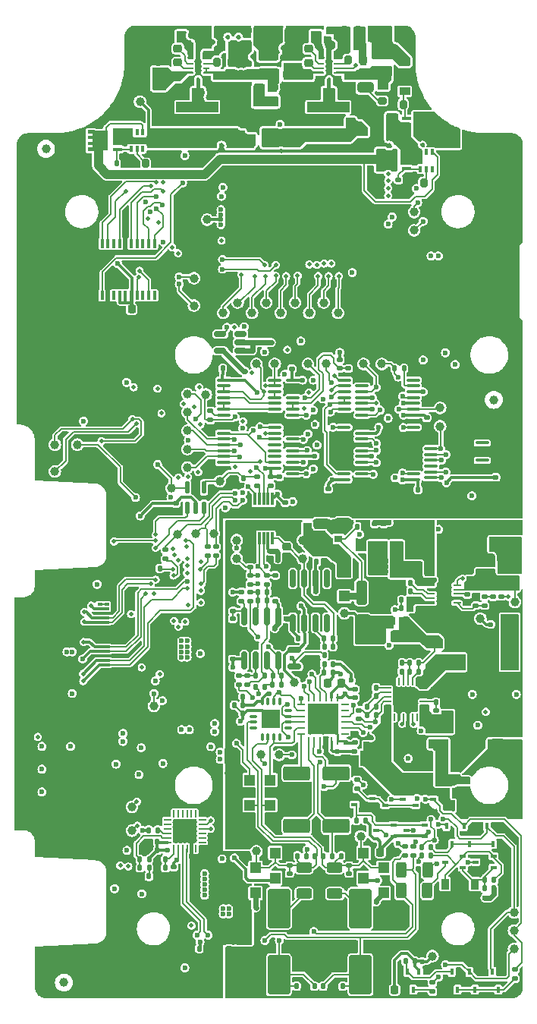
<source format=gbr>
%TF.GenerationSoftware,KiCad,Pcbnew,6.99.0-1.20221101gitf80c150.fc36*%
%TF.CreationDate,2022-11-27T20:20:19+00:00*%
%TF.ProjectId,bugg-main-r4,62756767-2d6d-4616-996e-2d72342e6b69,rev?*%
%TF.SameCoordinates,Original*%
%TF.FileFunction,Copper,L6,Bot*%
%TF.FilePolarity,Positive*%
%FSLAX46Y46*%
G04 Gerber Fmt 4.6, Leading zero omitted, Abs format (unit mm)*
G04 Created by KiCad (PCBNEW 6.99.0-1.20221101gitf80c150.fc36) date 2022-11-27 20:20:19*
%MOMM*%
%LPD*%
G01*
G04 APERTURE LIST*
G04 Aperture macros list*
%AMRoundRect*
0 Rectangle with rounded corners*
0 $1 Rounding radius*
0 $2 $3 $4 $5 $6 $7 $8 $9 X,Y pos of 4 corners*
0 Add a 4 corners polygon primitive as box body*
4,1,4,$2,$3,$4,$5,$6,$7,$8,$9,$2,$3,0*
0 Add four circle primitives for the rounded corners*
1,1,$1+$1,$2,$3*
1,1,$1+$1,$4,$5*
1,1,$1+$1,$6,$7*
1,1,$1+$1,$8,$9*
0 Add four rect primitives between the rounded corners*
20,1,$1+$1,$2,$3,$4,$5,0*
20,1,$1+$1,$4,$5,$6,$7,0*
20,1,$1+$1,$6,$7,$8,$9,0*
20,1,$1+$1,$8,$9,$2,$3,0*%
%AMFreePoly0*
4,1,21,1.372500,0.787500,0.862500,0.787500,0.862500,0.532500,1.372500,0.532500,1.372500,0.127500,0.862500,0.127500,0.862500,-0.127500,1.372500,-0.127500,1.372500,-0.532500,0.862500,-0.532500,0.862500,-0.787500,1.372500,-0.787500,1.372500,-1.195000,0.612500,-1.195000,0.612500,-1.117500,-0.862500,-1.117500,-0.862500,1.117500,0.612500,1.117500,0.612500,1.195000,1.372500,1.195000,
1.372500,0.787500,1.372500,0.787500,$1*%
G04 Aperture macros list end*
%TA.AperFunction,ComponentPad*%
%ADD10O,1.550000X0.890000*%
%TD*%
%TA.AperFunction,ComponentPad*%
%ADD11O,0.950000X1.250000*%
%TD*%
%TA.AperFunction,SMDPad,CuDef*%
%ADD12RoundRect,0.140000X0.140000X0.170000X-0.140000X0.170000X-0.140000X-0.170000X0.140000X-0.170000X0*%
%TD*%
%TA.AperFunction,SMDPad,CuDef*%
%ADD13R,0.990000X0.405000*%
%TD*%
%TA.AperFunction,SMDPad,CuDef*%
%ADD14FreePoly0,0.000000*%
%TD*%
%TA.AperFunction,SMDPad,CuDef*%
%ADD15RoundRect,0.140000X-0.140000X-0.170000X0.140000X-0.170000X0.140000X0.170000X-0.140000X0.170000X0*%
%TD*%
%TA.AperFunction,SMDPad,CuDef*%
%ADD16RoundRect,0.250000X0.250000X0.475000X-0.250000X0.475000X-0.250000X-0.475000X0.250000X-0.475000X0*%
%TD*%
%TA.AperFunction,SMDPad,CuDef*%
%ADD17RoundRect,0.150000X-0.587500X-0.150000X0.587500X-0.150000X0.587500X0.150000X-0.587500X0.150000X0*%
%TD*%
%TA.AperFunction,SMDPad,CuDef*%
%ADD18C,1.000000*%
%TD*%
%TA.AperFunction,SMDPad,CuDef*%
%ADD19FreePoly0,180.000000*%
%TD*%
%TA.AperFunction,SMDPad,CuDef*%
%ADD20R,2.000000X1.700000*%
%TD*%
%TA.AperFunction,SMDPad,CuDef*%
%ADD21RoundRect,0.140000X0.170000X-0.140000X0.170000X0.140000X-0.170000X0.140000X-0.170000X-0.140000X0*%
%TD*%
%TA.AperFunction,SMDPad,CuDef*%
%ADD22RoundRect,0.050000X-0.287500X-0.075000X0.287500X-0.075000X0.287500X0.075000X-0.287500X0.075000X0*%
%TD*%
%TA.AperFunction,SMDPad,CuDef*%
%ADD23RoundRect,0.050000X-0.075000X0.287500X-0.075000X-0.287500X0.075000X-0.287500X0.075000X0.287500X0*%
%TD*%
%TA.AperFunction,SMDPad,CuDef*%
%ADD24RoundRect,0.050000X-0.275000X-0.075000X0.275000X-0.075000X0.275000X0.075000X-0.275000X0.075000X0*%
%TD*%
%TA.AperFunction,SMDPad,CuDef*%
%ADD25RoundRect,0.050050X0.124950X0.274950X-0.124950X0.274950X-0.124950X-0.274950X0.124950X-0.274950X0*%
%TD*%
%TA.AperFunction,SMDPad,CuDef*%
%ADD26RoundRect,0.049950X-0.175050X-0.675050X0.175050X-0.675050X0.175050X0.675050X-0.175050X0.675050X0*%
%TD*%
%TA.AperFunction,SMDPad,CuDef*%
%ADD27R,1.200000X1.200000*%
%TD*%
%TA.AperFunction,SMDPad,CuDef*%
%ADD28R,3.800000X2.000000*%
%TD*%
%TA.AperFunction,SMDPad,CuDef*%
%ADD29RoundRect,0.200000X-0.200000X-0.275000X0.200000X-0.275000X0.200000X0.275000X-0.200000X0.275000X0*%
%TD*%
%TA.AperFunction,SMDPad,CuDef*%
%ADD30R,1.200000X0.900000*%
%TD*%
%TA.AperFunction,SMDPad,CuDef*%
%ADD31RoundRect,0.200000X0.200000X0.275000X-0.200000X0.275000X-0.200000X-0.275000X0.200000X-0.275000X0*%
%TD*%
%TA.AperFunction,SMDPad,CuDef*%
%ADD32R,0.450000X0.700000*%
%TD*%
%TA.AperFunction,SMDPad,CuDef*%
%ADD33RoundRect,0.250000X-0.325000X-0.650000X0.325000X-0.650000X0.325000X0.650000X-0.325000X0.650000X0*%
%TD*%
%TA.AperFunction,SMDPad,CuDef*%
%ADD34RoundRect,0.135000X0.185000X-0.135000X0.185000X0.135000X-0.185000X0.135000X-0.185000X-0.135000X0*%
%TD*%
%TA.AperFunction,SMDPad,CuDef*%
%ADD35RoundRect,0.135000X-0.185000X0.135000X-0.185000X-0.135000X0.185000X-0.135000X0.185000X0.135000X0*%
%TD*%
%TA.AperFunction,SMDPad,CuDef*%
%ADD36RoundRect,0.140000X-0.170000X0.140000X-0.170000X-0.140000X0.170000X-0.140000X0.170000X0.140000X0*%
%TD*%
%TA.AperFunction,SMDPad,CuDef*%
%ADD37RoundRect,0.135000X-0.135000X-0.185000X0.135000X-0.185000X0.135000X0.185000X-0.135000X0.185000X0*%
%TD*%
%TA.AperFunction,SMDPad,CuDef*%
%ADD38RoundRect,0.250000X0.650000X-0.325000X0.650000X0.325000X-0.650000X0.325000X-0.650000X-0.325000X0*%
%TD*%
%TA.AperFunction,SMDPad,CuDef*%
%ADD39RoundRect,0.100000X-0.637500X-0.100000X0.637500X-0.100000X0.637500X0.100000X-0.637500X0.100000X0*%
%TD*%
%TA.AperFunction,SMDPad,CuDef*%
%ADD40RoundRect,0.250000X0.325000X0.650000X-0.325000X0.650000X-0.325000X-0.650000X0.325000X-0.650000X0*%
%TD*%
%TA.AperFunction,SMDPad,CuDef*%
%ADD41R,0.550000X0.300000*%
%TD*%
%TA.AperFunction,SMDPad,CuDef*%
%ADD42R,0.550000X0.400000*%
%TD*%
%TA.AperFunction,SMDPad,CuDef*%
%ADD43RoundRect,0.218750X0.218750X0.256250X-0.218750X0.256250X-0.218750X-0.256250X0.218750X-0.256250X0*%
%TD*%
%TA.AperFunction,SMDPad,CuDef*%
%ADD44R,0.700000X0.450000*%
%TD*%
%TA.AperFunction,SMDPad,CuDef*%
%ADD45RoundRect,0.135000X0.135000X0.185000X-0.135000X0.185000X-0.135000X-0.185000X0.135000X-0.185000X0*%
%TD*%
%TA.AperFunction,SMDPad,CuDef*%
%ADD46RoundRect,0.100000X0.637500X0.100000X-0.637500X0.100000X-0.637500X-0.100000X0.637500X-0.100000X0*%
%TD*%
%TA.AperFunction,SMDPad,CuDef*%
%ADD47RoundRect,0.225000X0.225000X0.250000X-0.225000X0.250000X-0.225000X-0.250000X0.225000X-0.250000X0*%
%TD*%
%TA.AperFunction,SMDPad,CuDef*%
%ADD48RoundRect,0.250000X1.250000X0.550000X-1.250000X0.550000X-1.250000X-0.550000X1.250000X-0.550000X0*%
%TD*%
%TA.AperFunction,SMDPad,CuDef*%
%ADD49RoundRect,0.250000X0.625000X-0.312500X0.625000X0.312500X-0.625000X0.312500X-0.625000X-0.312500X0*%
%TD*%
%TA.AperFunction,SMDPad,CuDef*%
%ADD50RoundRect,0.200000X-0.275000X0.200000X-0.275000X-0.200000X0.275000X-0.200000X0.275000X0.200000X0*%
%TD*%
%TA.AperFunction,SMDPad,CuDef*%
%ADD51RoundRect,0.250000X1.000000X-1.950000X1.000000X1.950000X-1.000000X1.950000X-1.000000X-1.950000X0*%
%TD*%
%TA.AperFunction,SMDPad,CuDef*%
%ADD52RoundRect,0.150000X0.150000X-0.825000X0.150000X0.825000X-0.150000X0.825000X-0.150000X-0.825000X0*%
%TD*%
%TA.AperFunction,SMDPad,CuDef*%
%ADD53RoundRect,0.250000X-0.650000X0.325000X-0.650000X-0.325000X0.650000X-0.325000X0.650000X0.325000X0*%
%TD*%
%TA.AperFunction,SMDPad,CuDef*%
%ADD54RoundRect,0.250000X-0.325000X-1.100000X0.325000X-1.100000X0.325000X1.100000X-0.325000X1.100000X0*%
%TD*%
%TA.AperFunction,SMDPad,CuDef*%
%ADD55RoundRect,0.225000X-0.250000X0.225000X-0.250000X-0.225000X0.250000X-0.225000X0.250000X0.225000X0*%
%TD*%
%TA.AperFunction,SMDPad,CuDef*%
%ADD56RoundRect,0.250000X-0.550000X1.250000X-0.550000X-1.250000X0.550000X-1.250000X0.550000X1.250000X0*%
%TD*%
%TA.AperFunction,SMDPad,CuDef*%
%ADD57RoundRect,0.062500X-0.362500X-0.062500X0.362500X-0.062500X0.362500X0.062500X-0.362500X0.062500X0*%
%TD*%
%TA.AperFunction,SMDPad,CuDef*%
%ADD58RoundRect,0.062500X-0.062500X-0.362500X0.062500X-0.362500X0.062500X0.362500X-0.062500X0.362500X0*%
%TD*%
%TA.AperFunction,ComponentPad*%
%ADD59C,0.500000*%
%TD*%
%TA.AperFunction,SMDPad,CuDef*%
%ADD60R,3.400000X3.400000*%
%TD*%
%TA.AperFunction,SMDPad,CuDef*%
%ADD61RoundRect,0.225000X0.250000X-0.225000X0.250000X0.225000X-0.250000X0.225000X-0.250000X-0.225000X0*%
%TD*%
%TA.AperFunction,SMDPad,CuDef*%
%ADD62RoundRect,0.062500X0.325000X0.062500X-0.325000X0.062500X-0.325000X-0.062500X0.325000X-0.062500X0*%
%TD*%
%TA.AperFunction,SMDPad,CuDef*%
%ADD63RoundRect,0.062500X0.062500X0.325000X-0.062500X0.325000X-0.062500X-0.325000X0.062500X-0.325000X0*%
%TD*%
%TA.AperFunction,SMDPad,CuDef*%
%ADD64R,2.450000X2.450000*%
%TD*%
%TA.AperFunction,SMDPad,CuDef*%
%ADD65RoundRect,0.062500X0.062500X-0.350000X0.062500X0.350000X-0.062500X0.350000X-0.062500X-0.350000X0*%
%TD*%
%TA.AperFunction,SMDPad,CuDef*%
%ADD66RoundRect,0.062500X0.350000X-0.062500X0.350000X0.062500X-0.350000X0.062500X-0.350000X-0.062500X0*%
%TD*%
%TA.AperFunction,SMDPad,CuDef*%
%ADD67R,2.600000X2.600000*%
%TD*%
%TA.AperFunction,SMDPad,CuDef*%
%ADD68R,0.980000X3.700000*%
%TD*%
%TA.AperFunction,SMDPad,CuDef*%
%ADD69RoundRect,0.250000X-0.850000X0.375000X-0.850000X-0.375000X0.850000X-0.375000X0.850000X0.375000X0*%
%TD*%
%TA.AperFunction,SMDPad,CuDef*%
%ADD70RoundRect,0.225000X-0.225000X-0.250000X0.225000X-0.250000X0.225000X0.250000X-0.225000X0.250000X0*%
%TD*%
%TA.AperFunction,SMDPad,CuDef*%
%ADD71RoundRect,0.250000X-0.475000X0.250000X-0.475000X-0.250000X0.475000X-0.250000X0.475000X0.250000X0*%
%TD*%
%TA.AperFunction,SMDPad,CuDef*%
%ADD72RoundRect,0.200000X0.275000X-0.200000X0.275000X0.200000X-0.275000X0.200000X-0.275000X-0.200000X0*%
%TD*%
%TA.AperFunction,SMDPad,CuDef*%
%ADD73RoundRect,0.075000X0.350000X0.075000X-0.350000X0.075000X-0.350000X-0.075000X0.350000X-0.075000X0*%
%TD*%
%TA.AperFunction,SMDPad,CuDef*%
%ADD74RoundRect,0.075000X0.075000X0.350000X-0.075000X0.350000X-0.075000X-0.350000X0.075000X-0.350000X0*%
%TD*%
%TA.AperFunction,ComponentPad*%
%ADD75C,0.600000*%
%TD*%
%TA.AperFunction,SMDPad,CuDef*%
%ADD76R,2.100000X2.100000*%
%TD*%
%TA.AperFunction,SMDPad,CuDef*%
%ADD77R,0.900000X1.200000*%
%TD*%
%TA.AperFunction,SMDPad,CuDef*%
%ADD78RoundRect,0.250000X-0.312500X-0.625000X0.312500X-0.625000X0.312500X0.625000X-0.312500X0.625000X0*%
%TD*%
%TA.AperFunction,SMDPad,CuDef*%
%ADD79RoundRect,0.125000X-0.125000X0.587500X-0.125000X-0.587500X0.125000X-0.587500X0.125000X0.587500X0*%
%TD*%
%TA.AperFunction,SMDPad,CuDef*%
%ADD80R,0.400000X1.000000*%
%TD*%
%TA.AperFunction,SMDPad,CuDef*%
%ADD81R,4.700000X1.200000*%
%TD*%
%TA.AperFunction,SMDPad,CuDef*%
%ADD82R,0.300000X1.400000*%
%TD*%
%TA.AperFunction,SMDPad,CuDef*%
%ADD83R,0.900000X0.800000*%
%TD*%
%TA.AperFunction,SMDPad,CuDef*%
%ADD84R,0.400000X0.650000*%
%TD*%
%TA.AperFunction,SMDPad,CuDef*%
%ADD85RoundRect,0.062500X0.362500X0.062500X-0.362500X0.062500X-0.362500X-0.062500X0.362500X-0.062500X0*%
%TD*%
%TA.AperFunction,SMDPad,CuDef*%
%ADD86R,1.650000X2.380000*%
%TD*%
%TA.AperFunction,SMDPad,CuDef*%
%ADD87RoundRect,0.150000X-0.512500X-0.150000X0.512500X-0.150000X0.512500X0.150000X-0.512500X0.150000X0*%
%TD*%
%TA.AperFunction,SMDPad,CuDef*%
%ADD88RoundRect,0.218750X-0.218750X-0.256250X0.218750X-0.256250X0.218750X0.256250X-0.218750X0.256250X0*%
%TD*%
%TA.AperFunction,SMDPad,CuDef*%
%ADD89RoundRect,0.218750X-0.256250X0.218750X-0.256250X-0.218750X0.256250X-0.218750X0.256250X0.218750X0*%
%TD*%
%TA.AperFunction,ViaPad*%
%ADD90C,0.600000*%
%TD*%
%TA.AperFunction,ViaPad*%
%ADD91C,0.500000*%
%TD*%
%TA.AperFunction,Conductor*%
%ADD92C,0.300000*%
%TD*%
%TA.AperFunction,Conductor*%
%ADD93C,0.600000*%
%TD*%
%TA.AperFunction,Conductor*%
%ADD94C,0.150000*%
%TD*%
%TA.AperFunction,Conductor*%
%ADD95C,0.200000*%
%TD*%
%TA.AperFunction,Conductor*%
%ADD96C,0.180000*%
%TD*%
%TA.AperFunction,Conductor*%
%ADD97C,1.000000*%
%TD*%
%TA.AperFunction,Conductor*%
%ADD98C,0.250000*%
%TD*%
%TA.AperFunction,Conductor*%
%ADD99C,0.800000*%
%TD*%
G04 APERTURE END LIST*
D10*
%TO.P,J15,6,Shield*%
%TO.N,GND*%
X26199999Y28699999D03*
D11*
X23499999Y29699999D03*
X23499999Y34699999D03*
D10*
X26199999Y35699999D03*
%TD*%
D12*
%TO.P,C115,1*%
%TO.N,+48V*%
X4180000Y4850000D03*
%TO.P,C115,2*%
%TO.N,GNDA*%
X3220000Y4850000D03*
%TD*%
D13*
%TO.P,Q3,1,S*%
%TO.N,/Power and input connector/Vin*%
X15214999Y48409999D03*
%TO.P,Q3,2,S*%
X15214999Y49069999D03*
%TO.P,Q3,3,S*%
X15214999Y49729999D03*
%TO.P,Q3,4,G*%
%TO.N,Net-(D5-A)*%
X15214999Y50389999D03*
D14*
%TO.P,Q3,5,D*%
%TO.N,IN_VIN*%
X17207500Y49400000D03*
%TD*%
D15*
%TO.P,C101,1*%
%TO.N,+5V*%
X6070000Y-9500000D03*
%TO.P,C101,2*%
%TO.N,GNDA*%
X7030000Y-9500000D03*
%TD*%
%TO.P,C46,1*%
%TO.N,/MIC_IN_N*%
X2970000Y-46400000D03*
%TO.P,C46,2*%
%TO.N,GNDA*%
X3930000Y-46400000D03*
%TD*%
D16*
%TO.P,C91,1*%
%TO.N,GNDA*%
X21050000Y-21600000D03*
%TO.P,C91,2*%
%TO.N,/Power and input connector/-15_O*%
X19150000Y-21600000D03*
%TD*%
D17*
%TO.P,U31,1,IN*%
%TO.N,+5V*%
X2762500Y-10750000D03*
%TO.P,U31,2,OUT*%
%TO.N,+5VA*%
X2762500Y-8850000D03*
%TO.P,U31,3,GND*%
%TO.N,GNDA*%
X4637500Y-9800000D03*
%TD*%
D18*
%TO.P,T10,1,1*%
%TO.N,Net-(U7-SYS_CLK)*%
X16100000Y37900000D03*
%TD*%
D13*
%TO.P,Q1,1,S*%
%TO.N,+5V*%
X-16999999Y48909999D03*
%TO.P,Q1,2,S*%
X-16999999Y48249999D03*
%TO.P,Q1,3,S*%
X-16999999Y47589999D03*
%TO.P,Q1,4,G*%
%TO.N,Net-(Q1-G)*%
X-16999999Y46929999D03*
D19*
%TO.P,Q1,5,D*%
%TO.N,VBUS*%
X-18992500Y47920000D03*
%TD*%
D20*
%TO.P,L4,1,1*%
%TO.N,GNDA*%
X17099999Y-20949999D03*
%TO.P,L4,2,2*%
%TO.N,/Power and input connector/OUTN*%
X11099999Y-20949999D03*
%TD*%
D21*
%TO.P,C120,1*%
%TO.N,GND*%
X-10500000Y6470000D03*
%TO.P,C120,2*%
%TO.N,+3V3*%
X-10500000Y7430000D03*
%TD*%
D22*
%TO.P,U5,1,PGND*%
%TO.N,GND*%
X-8862500Y54850000D03*
D23*
X-8650000Y54637500D03*
D24*
%TO.P,U5,2,VIN*%
%TO.N,/Power and input connector/VIN_DCDC_5*%
X-8875000Y55500000D03*
%TO.P,U5,3,SW_BT*%
%TO.N,Net-(U5-SW_BT)*%
X-8875000Y56000000D03*
%TO.P,U5,4,BOOT*%
%TO.N,Net-(U5-BOOT)*%
X-8875000Y56500000D03*
D22*
%TO.P,U5,5,VCC*%
%TO.N,Net-(U5-VCC)*%
X-8862500Y57150000D03*
D23*
X-8650000Y57362500D03*
D25*
%TO.P,U5,6,AGND*%
%TO.N,GND*%
X-8000000Y57375000D03*
D23*
%TO.P,U5,7,FB*%
%TO.N,Net-(U5-FB)*%
X-7350000Y57362500D03*
D22*
X-7137500Y57150000D03*
D24*
%TO.P,U5,8,PG*%
%TO.N,Net-(U5-PG)*%
X-7125000Y56500000D03*
%TO.P,U5,9,EN*%
%TO.N,/Power and input connector/VIN_DCDC_5*%
X-7125000Y56000000D03*
%TO.P,U5,10,VIN*%
X-7125000Y55500000D03*
D23*
%TO.P,U5,11,PGND*%
%TO.N,GND*%
X-7350000Y54637500D03*
D22*
X-7137500Y54850000D03*
D25*
%TO.P,U5,12,SW*%
%TO.N,/Power and input connector/SW_5V4*%
X-8000000Y54625000D03*
D26*
%TO.P,U5,13,PGND*%
%TO.N,GND*%
X-8000000Y56000000D03*
%TD*%
D27*
%TO.P,D10,1,K*%
%TO.N,/External Microphone Interface/IN_AMP_P*%
X10449999Y-31549999D03*
%TO.P,D10,2,A*%
%TO.N,-15V*%
X10449999Y-34349999D03*
%TD*%
D28*
%TO.P,GC1,1,1*%
%TO.N,GND*%
X-24749999Y17899999D03*
%TD*%
D29*
%TO.P,R7,1*%
%TO.N,Net-(U3-REF)*%
X-13875000Y45350000D03*
%TO.P,R7,2*%
%TO.N,GND*%
X-12225000Y45350000D03*
%TD*%
D30*
%TO.P,D4,1,A1*%
%TO.N,GND*%
X20099999Y44499999D03*
%TO.P,D4,2,A2*%
%TO.N,IN_VIN*%
X20099999Y47799999D03*
%TD*%
D31*
%TO.P,R8,1*%
%TO.N,Net-(U4-REF)*%
X17162500Y43202500D03*
%TO.P,R8,2*%
%TO.N,GND*%
X15512500Y43202500D03*
%TD*%
D18*
%TO.P,T29,1,1*%
%TO.N,/External Microphone Interface/Q2*%
X-9200000Y15550000D03*
%TD*%
%TO.P,T17,1,1*%
%TO.N,GND*%
X-16550000Y52250000D03*
%TD*%
D32*
%TO.P,Q25,1,G*%
%TO.N,Net-(Q24-D)*%
X15349999Y-44799999D03*
%TO.P,Q25,2,S*%
%TO.N,+3.3VA*%
X16649999Y-44799999D03*
%TO.P,Q25,3,D*%
%TO.N,/P3V3_OUT*%
X15999999Y-46799999D03*
%TD*%
D18*
%TO.P,T15,1,1*%
%TO.N,/SCL*%
X-24000000Y11000000D03*
%TD*%
D21*
%TO.P,C126,1*%
%TO.N,GNDA*%
X24350000Y5270000D03*
%TO.P,C126,2*%
%TO.N,GND*%
X24350000Y6230000D03*
%TD*%
D18*
%TO.P,T19,1,1*%
%TO.N,/External Microphone Interface/AMP_SCLK*%
X-8300000Y4050000D03*
%TD*%
D12*
%TO.P,C64,1*%
%TO.N,-15V*%
X-3020000Y-16000000D03*
%TO.P,C64,2*%
%TO.N,GNDA*%
X-3980000Y-16000000D03*
%TD*%
D33*
%TO.P,C43,1*%
%TO.N,/Power and input connector/Vin*%
X11525000Y59786400D03*
%TO.P,C43,2*%
%TO.N,GND*%
X14475000Y59786400D03*
%TD*%
D18*
%TO.P,T51,1,1*%
%TO.N,+5VA*%
X2750000Y-12500000D03*
%TD*%
D34*
%TO.P,R57,1*%
%TO.N,Net-(C71-Pad2)*%
X-2220000Y-3460000D03*
%TO.P,R57,2*%
%TO.N,Net-(U25B--)*%
X-2220000Y-2440000D03*
%TD*%
D35*
%TO.P,R59,1*%
%TO.N,Net-(U25A-+)*%
X-2500000Y-11790000D03*
%TO.P,R59,2*%
%TO.N,Net-(C72-Pad2)*%
X-2500000Y-12810000D03*
%TD*%
D15*
%TO.P,C87,1*%
%TO.N,Net-(#FLG01-pwr)*%
X18520000Y-14750000D03*
%TO.P,C87,2*%
%TO.N,GNDA*%
X19480000Y-14750000D03*
%TD*%
D36*
%TO.P,C42,1*%
%TO.N,/Power and input connector/VIN_DCDC_5*%
X-10200000Y54880000D03*
%TO.P,C42,2*%
%TO.N,GND*%
X-10200000Y53920000D03*
%TD*%
D21*
%TO.P,C54,1*%
%TO.N,GNDA*%
X8850000Y-34780000D03*
%TO.P,C54,2*%
%TO.N,/External Microphone Interface/IN_AMP_P*%
X8850000Y-33820000D03*
%TD*%
D18*
%TO.P,T5,1,1*%
%TO.N,+48V*%
X3650000Y3350000D03*
%TD*%
D27*
%TO.P,D13,1,K*%
%TO.N,/External Microphone Interface/IN_AMP_P*%
X49999Y-26199999D03*
%TO.P,D13,2,A*%
%TO.N,Net-(D13-A)*%
X49999Y-23399999D03*
%TD*%
D37*
%TO.P,R94,1*%
%TO.N,Net-(U28-FBN)*%
X10840000Y-16200000D03*
%TO.P,R94,2*%
%TO.N,/Power and input connector/-15_O*%
X11860000Y-16200000D03*
%TD*%
D38*
%TO.P,C13,1*%
%TO.N,+5V*%
X-4000000Y47875000D03*
%TO.P,C13,2*%
%TO.N,GND*%
X-4000000Y50825000D03*
%TD*%
D18*
%TO.P,T38,1,1*%
%TO.N,/FSYNC*%
X-1500000Y23000000D03*
%TD*%
D39*
%TO.P,U19,1,~{R}*%
%TO.N,Net-(U19A-~{R})*%
X10287500Y17300000D03*
%TO.P,U19,2,D*%
%TO.N,+3.3VADC*%
X10287500Y17950000D03*
%TO.P,U19,3,C*%
%TO.N,/FSYNC*%
X10287500Y18600000D03*
%TO.P,U19,4,~{S}*%
%TO.N,+3.3VADC*%
X10287500Y19250000D03*
%TO.P,U19,5,Q*%
%TO.N,/External Microphone Interface/RST*%
X10287500Y19900000D03*
%TO.P,U19,6,~{Q}*%
%TO.N,unconnected-(U19A-~{Q})*%
X10287500Y20550000D03*
%TO.P,U19,7,GND*%
%TO.N,GND*%
X10287500Y21200000D03*
%TO.P,U19,8,~{Q}*%
%TO.N,unconnected-(U19B-~{Q})*%
X16012500Y21200000D03*
%TO.P,U19,9,Q*%
%TO.N,Net-(U19B-Q)*%
X16012500Y20550000D03*
%TO.P,U19,10,~{S}*%
%TO.N,+3.3VADC*%
X16012500Y19900000D03*
%TO.P,U19,11,C*%
%TO.N,/External Microphone Interface/Qeq2*%
X16012500Y19250000D03*
%TO.P,U19,12,D*%
%TO.N,+3.3VADC*%
X16012500Y18600000D03*
%TO.P,U19,13,~{R}*%
%TO.N,/External Microphone Interface/!Qeq10*%
X16012500Y17950000D03*
%TO.P,U19,14,VCC*%
%TO.N,+3.3VADC*%
X16012500Y17300000D03*
%TD*%
D36*
%TO.P,C69,1*%
%TO.N,GNDA*%
X600000Y-2495000D03*
%TO.P,C69,2*%
%TO.N,+15V*%
X600000Y-3455000D03*
%TD*%
D18*
%TO.P,T18,1,1*%
%TO.N,/External Microphone Interface/AMP_MOSI*%
X-6250000Y4050000D03*
%TD*%
D15*
%TO.P,C72,1*%
%TO.N,Net-(U25A-+)*%
X-1580000Y-11800000D03*
%TO.P,C72,2*%
%TO.N,Net-(C72-Pad2)*%
X-620000Y-11800000D03*
%TD*%
D40*
%TO.P,C127,1*%
%TO.N,GNDA*%
X-4325000Y-43900000D03*
%TO.P,C127,2*%
%TO.N,GND*%
X-7275000Y-43900000D03*
%TD*%
D36*
%TO.P,C94,1*%
%TO.N,Net-(U28-FBN)*%
X9950000Y-15620000D03*
%TO.P,C94,2*%
%TO.N,/Power and input connector/-15_O*%
X9950000Y-16580000D03*
%TD*%
D41*
%TO.P,U11,1,IO1*%
%TO.N,/SD_DAT0*%
X-18984999Y-5799999D03*
%TO.P,U11,2,IO2*%
%TO.N,/SD_DAT1*%
X-18984999Y-5299999D03*
D42*
%TO.P,U11,3,G*%
%TO.N,GND*%
X-18984999Y-4799999D03*
D41*
%TO.P,U11,4,IO3*%
%TO.N,/SD_nDET*%
X-18984999Y-4299999D03*
%TO.P,U11,5,IO4*%
%TO.N,unconnected-(U11-IO4)*%
X-18984999Y-3799999D03*
%TO.P,U11,6*%
X-18214999Y-3799999D03*
%TO.P,U11,7*%
%TO.N,/SD_nDET*%
X-18214999Y-4299999D03*
D42*
%TO.P,U11,8*%
%TO.N,GND*%
X-18214999Y-4799999D03*
D41*
%TO.P,U11,9*%
%TO.N,/SD_DAT1*%
X-18214999Y-5299999D03*
%TO.P,U11,10*%
%TO.N,/SD_DAT0*%
X-18214999Y-5799999D03*
%TD*%
D37*
%TO.P,R65,1*%
%TO.N,Net-(Q14-D)*%
X16940000Y-31850000D03*
%TO.P,R65,2*%
%TO.N,Net-(D15-A)*%
X17960000Y-31850000D03*
%TD*%
D18*
%TO.P,FID6,*%
%TO.N,*%
X-25000000Y47000000D03*
%TD*%
D43*
%TO.P,FB7,1*%
%TO.N,Net-(#FLG0115-pwr)*%
X7987500Y-12600000D03*
%TO.P,FB7,2*%
%TO.N,+3.3VADC*%
X6412500Y-12600000D03*
%TD*%
D37*
%TO.P,R26,1*%
%TO.N,Net-(U12-VBUS)*%
X-14510000Y-33200000D03*
%TO.P,R26,2*%
%TO.N,Net-(R26-Pad2)*%
X-13490000Y-33200000D03*
%TD*%
D44*
%TO.P,Q21,1,G*%
%TO.N,Net-(Q19-D)*%
X17249999Y-28399999D03*
%TO.P,Q21,2,S*%
%TO.N,+3.3VA*%
X17249999Y-29699999D03*
%TO.P,Q21,3,D*%
%TO.N,Net-(Q21-D)*%
X15249999Y-29049999D03*
%TD*%
D45*
%TO.P,R91,1*%
%TO.N,/Power and input connector/+15_O*%
X16610000Y-11300000D03*
%TO.P,R91,2*%
%TO.N,Net-(U28-FBP)*%
X15590000Y-11300000D03*
%TD*%
D35*
%TO.P,R52,1*%
%TO.N,GNDA*%
X2200000Y-31940000D03*
%TO.P,R52,2*%
%TO.N,/External Microphone Interface/IN_AMP_N*%
X2200000Y-32960000D03*
%TD*%
D46*
%TO.P,U20,1*%
%TO.N,/BCLK*%
X8312500Y21200000D03*
%TO.P,U20,2*%
%TO.N,/FSYNC*%
X8312500Y20550000D03*
%TO.P,U20,3*%
%TO.N,Net-(U19A-~{R})*%
X8312500Y19900000D03*
%TO.P,U20,4*%
%TO.N,/External Microphone Interface/!Qeq2*%
X8312500Y19250000D03*
%TO.P,U20,5*%
X8312500Y18600000D03*
%TO.P,U20,6*%
%TO.N,/External Microphone Interface/Qeq2*%
X8312500Y17950000D03*
%TO.P,U20,7,GND*%
%TO.N,GND*%
X8312500Y17300000D03*
%TO.P,U20,8*%
%TO.N,/External Microphone Interface/AMP_RST*%
X2587500Y17300000D03*
%TO.P,U20,9*%
%TO.N,Net-(C81-Pad2)*%
X2587500Y17950000D03*
%TO.P,U20,10*%
X2587500Y18600000D03*
%TO.P,U20,11*%
%TO.N,unconnected-(U20-Pad11)*%
X2587500Y19250000D03*
%TO.P,U20,12*%
%TO.N,GND*%
X2587500Y19900000D03*
%TO.P,U20,13*%
X2587500Y20550000D03*
%TO.P,U20,14,VCC*%
%TO.N,+3.3VADC*%
X2587500Y21200000D03*
%TD*%
D34*
%TO.P,R81,1*%
%TO.N,Net-(Q22-D)*%
X27350000Y-45560000D03*
%TO.P,R81,2*%
%TO.N,/External Microphone Interface/P3V3_EN*%
X27350000Y-44540000D03*
%TD*%
D36*
%TO.P,C76,1*%
%TO.N,Net-(U27-IN-)*%
X600000Y-570000D03*
%TO.P,C76,2*%
%TO.N,GNDA*%
X600000Y-1530000D03*
%TD*%
D47*
%TO.P,C83,1*%
%TO.N,GNDA*%
X13875000Y-31450000D03*
%TO.P,C83,2*%
%TO.N,+3.3VA*%
X12325000Y-31450000D03*
%TD*%
D16*
%TO.P,C90,1*%
%TO.N,GNDA*%
X21050000Y-19600000D03*
%TO.P,C90,2*%
%TO.N,/Power and input connector/-15_O*%
X19150000Y-19600000D03*
%TD*%
D28*
%TO.P,GC2,1,1*%
%TO.N,GND*%
X-24699999Y23399999D03*
%TD*%
D27*
%TO.P,D17,1,K*%
%TO.N,/Power and input connector/OUTN*%
X20049999Y-26249999D03*
%TO.P,D17,2,A*%
%TO.N,/Power and input connector/-15_O*%
X20049999Y-23449999D03*
%TD*%
D48*
%TO.P,C59,1*%
%TO.N,Net-(U18A-SOUT1)*%
X7400000Y-28500000D03*
%TO.P,C59,2*%
%TO.N,Net-(U18A-SCAP1)*%
X3000000Y-28500000D03*
%TD*%
D49*
%TO.P,R48,1*%
%TO.N,Net-(C50-Pad2)*%
X3800000Y-36087500D03*
%TO.P,R48,2*%
%TO.N,/External Microphone Interface/IN_AMP_N*%
X3800000Y-33162500D03*
%TD*%
D18*
%TO.P,T48,1,1*%
%TO.N,/External Microphone Interface/!Qeq2*%
X4250000Y23000000D03*
%TD*%
D50*
%TO.P,R35,1*%
%TO.N,/Power and input connector/VIN_DCDC_5*%
X450000Y53825000D03*
%TO.P,R35,2*%
%TO.N,Net-(C44-Pad1)*%
X450000Y52175000D03*
%TD*%
D21*
%TO.P,C60,1*%
%TO.N,GND*%
X1050000Y9470000D03*
%TO.P,C60,2*%
%TO.N,+3.3VADC*%
X1050000Y10430000D03*
%TD*%
D51*
%TO.P,C49,1*%
%TO.N,/MIC_IN_P*%
X10100000Y-45125000D03*
%TO.P,C49,2*%
%TO.N,Net-(C49-Pad2)*%
X10100000Y-37725000D03*
%TD*%
D34*
%TO.P,R85,1*%
%TO.N,/MIC_IN_P*%
X16000000Y-31860000D03*
%TO.P,R85,2*%
%TO.N,Net-(Q21-D)*%
X16000000Y-30840000D03*
%TD*%
D18*
%TO.P,FID5,*%
%TO.N,*%
X25000000Y19000000D03*
%TD*%
D15*
%TO.P,C56,1*%
%TO.N,/External Microphone Interface/IN_AMP_N*%
X5020000Y-31875000D03*
%TO.P,C56,2*%
%TO.N,/External Microphone Interface/IN_AMP_P*%
X5980000Y-31875000D03*
%TD*%
D18*
%TO.P,T34,1,1*%
%TO.N,/External Microphone Interface/CNV*%
X12500000Y23000000D03*
%TD*%
D46*
%TO.P,U22,1*%
%TO.N,/BCLK*%
X562500Y21200000D03*
%TO.P,U22,2*%
X562500Y20550000D03*
%TO.P,U22,3*%
%TO.N,Net-(U22-Pad3)*%
X562500Y19900000D03*
%TO.P,U22,4*%
X562500Y19250000D03*
%TO.P,U22,5*%
%TO.N,Net-(U22-Pad11)*%
X562500Y18600000D03*
%TO.P,U22,6*%
%TO.N,Net-(U22-Pad10)*%
X562500Y17950000D03*
%TO.P,U22,7,GND*%
%TO.N,GND*%
X562500Y17300000D03*
%TO.P,U22,8*%
%TO.N,Net-(R70-Pad1)*%
X-5162500Y17300000D03*
%TO.P,U22,9*%
%TO.N,Net-(U22-Pad10)*%
X-5162500Y17950000D03*
%TO.P,U22,10*%
X-5162500Y18600000D03*
%TO.P,U22,11*%
%TO.N,Net-(U22-Pad11)*%
X-5162500Y19250000D03*
%TO.P,U22,12*%
%TO.N,/FSYNC*%
X-5162500Y19900000D03*
%TO.P,U22,13*%
X-5162500Y20550000D03*
%TO.P,U22,14,VCC*%
%TO.N,+3.3VADC*%
X-5162500Y21200000D03*
%TD*%
D27*
%TO.P,D8,1,K*%
%TO.N,+15V*%
X12699999Y-35999999D03*
%TO.P,D8,2,A*%
%TO.N,/External Microphone Interface/IN_AMP_P*%
X12699999Y-33199999D03*
%TD*%
D38*
%TO.P,C80,1*%
%TO.N,+48V*%
X5800000Y2225000D03*
%TO.P,C80,2*%
%TO.N,GNDA*%
X5800000Y5175000D03*
%TD*%
D18*
%TO.P,T35,1,1*%
%TO.N,/External Microphone Interface/SCK*%
X-7150000Y19600000D03*
%TD*%
D31*
%TO.P,R15,1*%
%TO.N,Net-(U5-FB)*%
X-5475000Y58700000D03*
%TO.P,R15,2*%
%TO.N,GND*%
X-7125000Y58700000D03*
%TD*%
D18*
%TO.P,T37,1,1*%
%TO.N,/BCLK*%
X550000Y23000000D03*
%TD*%
%TO.P,J5,1,1*%
%TO.N,/Modem/J5*%
X1200000Y28700000D03*
%TD*%
%TO.P,T25,1,1*%
%TO.N,Net-(U18A-IN1)*%
X1050000Y-20600000D03*
%TD*%
D21*
%TO.P,C48,1*%
%TO.N,GND*%
X17500000Y16040000D03*
%TO.P,C48,2*%
%TO.N,+3.3VADC*%
X17500000Y17000000D03*
%TD*%
D36*
%TO.P,C25,1*%
%TO.N,GND*%
X25200000Y11330000D03*
%TO.P,C25,2*%
%TO.N,+3.3VADC*%
X25200000Y10370000D03*
%TD*%
D15*
%TO.P,C117,1*%
%TO.N,+15V*%
X5220000Y925000D03*
%TO.P,C117,2*%
%TO.N,GNDA*%
X6180000Y925000D03*
%TD*%
D38*
%TO.P,C103,1*%
%TO.N,/Power and input connector/LT_VIN*%
X24200000Y-1675000D03*
%TO.P,C103,2*%
%TO.N,GNDA*%
X24200000Y1275000D03*
%TD*%
D18*
%TO.P,T46,1,1*%
%TO.N,/External Microphone Interface/P48_EN*%
X27250000Y-42250000D03*
%TD*%
D52*
%TO.P,U33,1,NC*%
%TO.N,unconnected-(U33-NC)_1*%
X6355000Y-5875000D03*
%TO.P,U33,2,-*%
%TO.N,Net-(U33--)*%
X5085000Y-5875000D03*
%TO.P,U33,3,+*%
%TO.N,+5VA*%
X3815000Y-5875000D03*
%TO.P,U33,4,V-*%
%TO.N,-15V*%
X2545000Y-5875000D03*
%TO.P,U33,5,NC*%
%TO.N,unconnected-(U33-NC)_2*%
X2545000Y-925000D03*
%TO.P,U33,6*%
%TO.N,/VREF*%
X3815000Y-925000D03*
%TO.P,U33,7,V+*%
%TO.N,+15V*%
X5085000Y-925000D03*
%TO.P,U33,8,NC*%
%TO.N,unconnected-(U33-NC)*%
X6355000Y-925000D03*
%TD*%
D37*
%TO.P,R93,1*%
%TO.N,Net-(U28-VREF)*%
X10840000Y-15200000D03*
%TO.P,R93,2*%
%TO.N,Net-(U28-FBN)*%
X11860000Y-15200000D03*
%TD*%
D31*
%TO.P,R16,1*%
%TO.N,+3V7*%
X9925000Y58706400D03*
%TO.P,R16,2*%
%TO.N,Net-(U6-FB)*%
X8275000Y58706400D03*
%TD*%
D15*
%TO.P,C47,1*%
%TO.N,/MIC_IN_N*%
X4970000Y-46400000D03*
%TO.P,C47,2*%
%TO.N,/MIC_IN_P*%
X5930000Y-46400000D03*
%TD*%
D18*
%TO.P,T7,1,1*%
%TO.N,/Power and input connector/LT_VIN*%
X27350000Y-3550000D03*
%TD*%
%TO.P,J8,1,1*%
%TO.N,/Modem/J8*%
X6000000Y29850000D03*
%TD*%
D53*
%TO.P,C45,1*%
%TO.N,Net-(C45-Pad1)*%
X10650000Y53825000D03*
%TO.P,C45,2*%
%TO.N,GND*%
X10650000Y50875000D03*
%TD*%
D34*
%TO.P,R61,1*%
%TO.N,Net-(C71-Pad2)*%
X-2200000Y-1560000D03*
%TO.P,R61,2*%
%TO.N,Net-(U27-IN+)*%
X-2200000Y-540000D03*
%TD*%
D44*
%TO.P,Q19,1,G*%
%TO.N,Net-(Q17-D)*%
X11449999Y-25499999D03*
%TO.P,Q19,2,S*%
%TO.N,GNDA*%
X11449999Y-26799999D03*
%TO.P,Q19,3,D*%
%TO.N,Net-(Q19-D)*%
X9449999Y-26149999D03*
%TD*%
D36*
%TO.P,C53,1*%
%TO.N,GND*%
X2450000Y23430000D03*
%TO.P,C53,2*%
%TO.N,+3.3VADC*%
X2450000Y22470000D03*
%TD*%
D40*
%TO.P,C129,1*%
%TO.N,GNDA*%
X-3525000Y-850000D03*
%TO.P,C129,2*%
%TO.N,GND*%
X-6475000Y-850000D03*
%TD*%
D41*
%TO.P,U10,1,IO1*%
%TO.N,/SD_DAT2*%
X-18884999Y-10549999D03*
%TO.P,U10,2,IO2*%
%TO.N,/SD_DAT3*%
X-18884999Y-10049999D03*
D42*
%TO.P,U10,3,G*%
%TO.N,GND*%
X-18884999Y-9549999D03*
D41*
%TO.P,U10,4,IO3*%
%TO.N,/SD_CMD*%
X-18884999Y-9049999D03*
%TO.P,U10,5,IO4*%
%TO.N,/SD_CLK*%
X-18884999Y-8549999D03*
%TO.P,U10,6*%
X-18114999Y-8549999D03*
%TO.P,U10,7*%
%TO.N,/SD_CMD*%
X-18114999Y-9049999D03*
D42*
%TO.P,U10,8*%
%TO.N,GND*%
X-18114999Y-9549999D03*
D41*
%TO.P,U10,9*%
%TO.N,/SD_DAT3*%
X-18114999Y-10049999D03*
%TO.P,U10,10*%
%TO.N,/SD_DAT2*%
X-18114999Y-10549999D03*
%TD*%
D32*
%TO.P,Q22,1,G*%
%TO.N,/External Microphone Interface/P48_EN*%
X22249999Y-44799999D03*
%TO.P,Q22,2,S*%
%TO.N,GNDA*%
X23549999Y-44799999D03*
%TO.P,Q22,3,D*%
%TO.N,Net-(Q22-D)*%
X22899999Y-46799999D03*
%TD*%
D27*
%TO.P,D14,1,K*%
%TO.N,/External Microphone Interface/IN_AMP_N*%
X-2249999Y-26199999D03*
%TO.P,D14,2,A*%
%TO.N,Net-(D14-A)*%
X-2249999Y-23399999D03*
%TD*%
D18*
%TO.P,T6,1,1*%
%TO.N,/Power and input connector/LT_VOUT*%
X15950000Y4600000D03*
%TD*%
D54*
%TO.P,C107,1*%
%TO.N,/Power and input connector/LT_VOUT*%
X17775000Y3900000D03*
%TO.P,C107,2*%
%TO.N,GNDA*%
X20725000Y3900000D03*
%TD*%
D38*
%TO.P,C16,1*%
%TO.N,+3V7*%
X2390000Y47725000D03*
%TO.P,C16,2*%
%TO.N,GND*%
X2390000Y50675000D03*
%TD*%
D15*
%TO.P,C121,1*%
%TO.N,GNDA*%
X2220000Y-7600000D03*
%TO.P,C121,2*%
%TO.N,-15V*%
X3180000Y-7600000D03*
%TD*%
D55*
%TO.P,C18,1*%
%TO.N,+3V7*%
X10450000Y48975000D03*
%TO.P,C18,2*%
%TO.N,GND*%
X10450000Y47425000D03*
%TD*%
D18*
%TO.P,T47,1,1*%
%TO.N,/External Microphone Interface/RST*%
X10450000Y23000000D03*
%TD*%
D34*
%TO.P,R71,1*%
%TO.N,Net-(U27-SDO)*%
X-1400000Y9390000D03*
%TO.P,R71,2*%
%TO.N,/SDOUT_EXT_MIC*%
X-1400000Y10410000D03*
%TD*%
D18*
%TO.P,T28,1,1*%
%TO.N,/External Microphone Interface/Q1*%
X-9200000Y13500000D03*
%TD*%
D34*
%TO.P,R54,1*%
%TO.N,Net-(U18A-IN2)*%
X-3450000Y-12810000D03*
%TO.P,R54,2*%
%TO.N,Net-(U25A-+)*%
X-3450000Y-11790000D03*
%TD*%
D37*
%TO.P,R90,1*%
%TO.N,/Power and input connector/LT_VOUT*%
X14690000Y-3300000D03*
%TO.P,R90,2*%
%TO.N,/Power and input connector/FBX*%
X15710000Y-3300000D03*
%TD*%
D56*
%TO.P,C119,1*%
%TO.N,GNDA*%
X25430000Y-15950000D03*
%TO.P,C119,2*%
%TO.N,-15V*%
X25430000Y-20350000D03*
%TD*%
D15*
%TO.P,C74,1*%
%TO.N,GND*%
X15570000Y9000000D03*
%TO.P,C74,2*%
%TO.N,+3.3VADC*%
X16530000Y9000000D03*
%TD*%
D57*
%TO.P,U18,1,SCAP2*%
%TO.N,Net-(U18A-SCAP2)*%
X3467462Y-18250000D03*
%TO.P,U18,2,Rg1*%
%TO.N,Net-(D13-A)*%
X3467462Y-17600000D03*
%TO.P,U18,3,IN1*%
%TO.N,Net-(U18A-IN1)*%
X3467462Y-16950000D03*
%TO.P,U18,4,IN2*%
%TO.N,Net-(U18A-IN2)*%
X3467462Y-16300000D03*
%TO.P,U18,5,Rg2*%
%TO.N,Net-(D14-A)*%
X3467462Y-15650000D03*
%TO.P,U18,6,~{RST}*%
%TO.N,/External Microphone Interface/AMP_RST*%
X3467462Y-15000000D03*
D58*
%TO.P,U18,7,~{CS}*%
%TO.N,/External Microphone Interface/AMP_nCS*%
X4292462Y-14175000D03*
%TO.P,U18,8,SCLK*%
%TO.N,/External Microphone Interface/AMP_SCLK*%
X4942462Y-14175000D03*
%TO.P,U18,9,DIN*%
%TO.N,/External Microphone Interface/AMP_MOSI*%
X5592462Y-14175000D03*
%TO.P,U18,10,TRC*%
%TO.N,/External Microphone Interface/TRC*%
X6242462Y-14175000D03*
%TO.P,U18,11,VDD*%
%TO.N,Net-(#FLG0115-pwr)*%
X6892462Y-14175000D03*
%TO.P,U18,12,DGND*%
%TO.N,GND*%
X7542462Y-14175000D03*
D57*
%TO.P,U18,13,DOUT*%
%TO.N,unconnected-(U18B-DOUT)*%
X8367462Y-15000000D03*
%TO.P,U18,14,BSY*%
%TO.N,unconnected-(U18B-BSY)*%
X8367462Y-15650000D03*
%TO.P,U18,15,GPO0*%
%TO.N,/External Microphone Interface/PIP_EN*%
X8367462Y-16300000D03*
%TO.P,U18,16,GPO1*%
%TO.N,/External Microphone Interface/P3V3_EN*%
X8367462Y-16950000D03*
%TO.P,U18,17,GPO2*%
%TO.N,/External Microphone Interface/P48_EN*%
X8367462Y-17600000D03*
%TO.P,U18,18,GPO3*%
%TO.N,unconnected-(U18B-GPO3)*%
X8367462Y-18250000D03*
D58*
%TO.P,U18,19,VEE*%
%TO.N,-15V*%
X7542462Y-19075000D03*
%TO.P,U18,20,VCC*%
%TO.N,+15V*%
X6892462Y-19075000D03*
%TO.P,U18,21,AGND*%
%TO.N,GNDA*%
X6242462Y-19075000D03*
%TO.P,U18,22,SOUT1*%
%TO.N,Net-(U18A-SOUT1)*%
X5592462Y-19075000D03*
%TO.P,U18,23,SOUT2*%
%TO.N,Net-(U18A-SOUT2)*%
X4942462Y-19075000D03*
%TO.P,U18,24,SCAP1*%
%TO.N,Net-(U18A-SCAP1)*%
X4292462Y-19075000D03*
D59*
%TO.P,U18,25,PAD*%
%TO.N,-15V*%
X4467462Y-15175000D03*
X4467462Y-16625000D03*
X4467462Y-18075000D03*
X5917462Y-15175000D03*
X5917462Y-16625000D03*
D60*
X5917461Y-16624999D03*
D59*
X5917462Y-18075000D03*
X7367462Y-15175000D03*
X7367462Y-16625000D03*
X7367462Y-18075000D03*
%TD*%
D61*
%TO.P,C17,1*%
%TO.N,+5V*%
X-2100000Y47775000D03*
%TO.P,C17,2*%
%TO.N,GND*%
X-2100000Y49325000D03*
%TD*%
D22*
%TO.P,U6,1,PGND*%
%TO.N,GND*%
X5737500Y54850000D03*
D23*
X5950000Y54637500D03*
D24*
%TO.P,U6,2,VIN*%
%TO.N,/Power and input connector/VIN_DCDC_3V7*%
X5725000Y55500000D03*
%TO.P,U6,3,SW_BT*%
%TO.N,Net-(U6-SW_BT)*%
X5725000Y56000000D03*
%TO.P,U6,4,BOOT*%
%TO.N,Net-(U6-BOOT)*%
X5725000Y56500000D03*
D22*
%TO.P,U6,5,VCC*%
%TO.N,Net-(U6-VCC)*%
X5737500Y57150000D03*
D23*
X5950000Y57362500D03*
D25*
%TO.P,U6,6,AGND*%
%TO.N,GND*%
X6600000Y57375000D03*
D23*
%TO.P,U6,7,FB*%
%TO.N,Net-(U6-FB)*%
X7250000Y57362500D03*
D22*
X7462500Y57150000D03*
D24*
%TO.P,U6,8,PG*%
%TO.N,Net-(U6-PG)*%
X7475000Y56500000D03*
%TO.P,U6,9,EN*%
%TO.N,/3V7_EN*%
X7475000Y56000000D03*
%TO.P,U6,10,VIN*%
%TO.N,/Power and input connector/VIN_DCDC_3V7*%
X7475000Y55500000D03*
D23*
%TO.P,U6,11,PGND*%
%TO.N,GND*%
X7250000Y54637500D03*
D22*
X7462500Y54850000D03*
D25*
%TO.P,U6,12,SW*%
%TO.N,/Power and input connector/SW_3V7*%
X6600000Y54625000D03*
D26*
%TO.P,U6,13,PGND*%
%TO.N,GND*%
X6600000Y56000000D03*
%TD*%
D37*
%TO.P,R98,1*%
%TO.N,Net-(U33--)*%
X6040000Y-7600000D03*
%TO.P,R98,2*%
%TO.N,/VREF*%
X7060000Y-7600000D03*
%TD*%
D18*
%TO.P,T26,1,1*%
%TO.N,Net-(U18A-IN2)*%
X-1000000Y-20600000D03*
%TD*%
D47*
%TO.P,C38,1*%
%TO.N,GND*%
X-13875000Y29100000D03*
%TO.P,C38,2*%
%TO.N,+3V3*%
X-15425000Y29100000D03*
%TD*%
D45*
%TO.P,R69,1*%
%TO.N,Net-(U19B-Q)*%
X14960000Y22500000D03*
%TO.P,R69,2*%
%TO.N,/External Microphone Interface/CNV*%
X13940000Y22500000D03*
%TD*%
D53*
%TO.P,C6,1*%
%TO.N,/Power and input connector/VIN_DCDC_5*%
X-12200000Y55425000D03*
%TO.P,C6,2*%
%TO.N,GND*%
X-12200000Y52475000D03*
%TD*%
D61*
%TO.P,C102,1*%
%TO.N,+5V*%
X25550000Y3125000D03*
%TO.P,C102,2*%
%TO.N,GNDA*%
X25550000Y4675000D03*
%TD*%
D31*
%TO.P,R13,1*%
%TO.N,+3V7*%
X10405000Y56876400D03*
%TO.P,R13,2*%
%TO.N,Net-(U6-PG)*%
X8755000Y56876400D03*
%TD*%
D62*
%TO.P,U28,1,INP*%
%TO.N,/Power and input connector/INP*%
X17137500Y-13150000D03*
%TO.P,U28,2,PGND*%
%TO.N,GNDA*%
X17137500Y-13650000D03*
%TO.P,U28,3,PGND*%
X17137500Y-14150000D03*
%TO.P,U28,4,VIN*%
%TO.N,Net-(#FLG01-pwr)*%
X17137500Y-14650000D03*
%TO.P,U28,5,INN*%
%TO.N,+5V*%
X17137500Y-15150000D03*
%TO.P,U28,6,INN*%
X17137500Y-15650000D03*
D63*
%TO.P,U28,7,BSW*%
%TO.N,unconnected-(U28-BSW)*%
X16400000Y-16387500D03*
%TO.P,U28,8,ENP*%
%TO.N,/EXT_MIC_EN*%
X15900000Y-16387500D03*
%TO.P,U28,9,PSP*%
%TO.N,GNDA*%
X15400000Y-16387500D03*
%TO.P,U28,10,ENN*%
%TO.N,/EXT_MIC_EN*%
X14900000Y-16387500D03*
%TO.P,U28,11,PSN*%
%TO.N,GNDA*%
X14400000Y-16387500D03*
%TO.P,U28,12,NC*%
%TO.N,unconnected-(U28-NC)_1*%
X13900000Y-16387500D03*
D62*
%TO.P,U28,13,OUTN*%
%TO.N,/Power and input connector/OUTN*%
X13162500Y-15650000D03*
%TO.P,U28,14,OUTN*%
X13162500Y-15150000D03*
%TO.P,U28,15,VNEG*%
%TO.N,/Power and input connector/-15_O*%
X13162500Y-14650000D03*
%TO.P,U28,16,FBN*%
%TO.N,Net-(U28-FBN)*%
X13162500Y-14150000D03*
%TO.P,U28,17,VREF*%
%TO.N,Net-(U28-VREF)*%
X13162500Y-13650000D03*
%TO.P,U28,18,CN*%
%TO.N,Net-(U28-CN)*%
X13162500Y-13150000D03*
D63*
%TO.P,U28,19,AGND*%
%TO.N,GNDA*%
X13900000Y-12412500D03*
%TO.P,U28,20,NC*%
%TO.N,unconnected-(U28-NC)*%
X14400000Y-12412500D03*
%TO.P,U28,21,CP*%
%TO.N,Net-(U28-CP)*%
X14900000Y-12412500D03*
%TO.P,U28,22,FBP*%
%TO.N,Net-(U28-FBP)*%
X15400000Y-12412500D03*
%TO.P,U28,23,VPOS*%
%TO.N,/Power and input connector/+15_O*%
X15900000Y-12412500D03*
%TO.P,U28,24,INP*%
%TO.N,/Power and input connector/INP*%
X16400000Y-12412500D03*
D59*
%TO.P,U28,25,EP*%
%TO.N,GNDA*%
X16125000Y-15375000D03*
X16125000Y-14400000D03*
X16125000Y-13425000D03*
X15150000Y-15375000D03*
X15150000Y-14400000D03*
D64*
X15149999Y-14399999D03*
D59*
X15150000Y-13425000D03*
X14175000Y-15375000D03*
X14175000Y-14400000D03*
X14175000Y-13425000D03*
%TD*%
D36*
%TO.P,C55,1*%
%TO.N,/External Microphone Interface/IN_AMP_N*%
X2200000Y-33820000D03*
%TO.P,C55,2*%
%TO.N,GNDA*%
X2200000Y-34780000D03*
%TD*%
D65*
%TO.P,U12,1,~{RI}/CLK*%
%TO.N,unconnected-(U12-~{RI}{slash}CLK)*%
X-8250000Y-31037500D03*
%TO.P,U12,2,GND*%
%TO.N,GND*%
X-8750000Y-31037500D03*
%TO.P,U12,3,D+*%
%TO.N,/USB_UART_DP*%
X-9250000Y-31037500D03*
%TO.P,U12,4,D-*%
%TO.N,/USB_UART_DN*%
X-9750000Y-31037500D03*
%TO.P,U12,5,VIO*%
%TO.N,+3V3*%
X-10250000Y-31037500D03*
%TO.P,U12,6,VDD*%
%TO.N,/USB-UART bridge/CP2102_VDD*%
X-10750000Y-31037500D03*
D66*
%TO.P,U12,7,VREGIN*%
%TO.N,VBUS*%
X-11437500Y-30350000D03*
%TO.P,U12,8,VBUS*%
%TO.N,Net-(U12-VBUS)*%
X-11437500Y-29850000D03*
%TO.P,U12,9,~{RST}*%
%TO.N,Net-(U12-~{RST})*%
X-11437500Y-29350000D03*
%TO.P,U12,10,NC*%
%TO.N,unconnected-(U12-NC)_1*%
X-11437500Y-28850000D03*
%TO.P,U12,11,~{WAKEUP}/GPIO.3*%
%TO.N,unconnected-(U12-~{WAKEUP}{slash}GPIO.3)*%
X-11437500Y-28350000D03*
%TO.P,U12,12,RS485/GPIO.2*%
%TO.N,unconnected-(U12-RS485{slash}GPIO.2)*%
X-11437500Y-27850000D03*
D65*
%TO.P,U12,13,~{RXT}/GPIO.1*%
%TO.N,unconnected-(U12-~{RXT}{slash}GPIO.1)*%
X-10750000Y-27162500D03*
%TO.P,U12,14,~{TXT}/GPIO.0*%
%TO.N,unconnected-(U12-~{TXT}{slash}GPIO.0)*%
X-10250000Y-27162500D03*
%TO.P,U12,15,~{SUSPEND}*%
%TO.N,unconnected-(U12-~{SUSPEND})*%
X-9750000Y-27162500D03*
%TO.P,U12,16,NC*%
%TO.N,unconnected-(U12-NC)*%
X-9250000Y-27162500D03*
%TO.P,U12,17,SUSPEND*%
%TO.N,unconnected-(U12-SUSPEND)*%
X-8750000Y-27162500D03*
%TO.P,U12,18,~{CTS}*%
%TO.N,unconnected-(U12-~{CTS})*%
X-8250000Y-27162500D03*
D66*
%TO.P,U12,19,~{RTS}*%
%TO.N,unconnected-(U12-~{RTS})*%
X-7562500Y-27850000D03*
%TO.P,U12,20,RXD*%
%TO.N,/TXD*%
X-7562500Y-28350000D03*
%TO.P,U12,21,TXD*%
%TO.N,/RXD*%
X-7562500Y-28850000D03*
%TO.P,U12,22,~{DSR}*%
%TO.N,unconnected-(U12-~{DSR})*%
X-7562500Y-29350000D03*
%TO.P,U12,23,~{DTR}*%
%TO.N,unconnected-(U12-~{DTR})*%
X-7562500Y-29850000D03*
%TO.P,U12,24,~{DCD}*%
%TO.N,unconnected-(U12-~{DCD})*%
X-7562500Y-30350000D03*
D67*
%TO.P,U12,25,GND*%
%TO.N,GND*%
X-9499999Y-29099999D03*
%TD*%
D55*
%TO.P,C104,1*%
%TO.N,GNDA*%
X22300000Y-25000D03*
%TO.P,C104,2*%
%TO.N,/Power and input connector/LT_VIN*%
X22300000Y-1575000D03*
%TD*%
D44*
%TO.P,Q17,1,G*%
%TO.N,/External Microphone Interface/P48_EN*%
X14849999Y-25549999D03*
%TO.P,Q17,2,S*%
%TO.N,GNDA*%
X14849999Y-26849999D03*
%TO.P,Q17,3,D*%
%TO.N,Net-(Q17-D)*%
X12849999Y-26199999D03*
%TD*%
D68*
%TO.P,L5,1,1*%
%TO.N,/Power and input connector/LT_VIN*%
X11564999Y1349999D03*
%TO.P,L5,2,2*%
%TO.N,/Power and input connector/SW_48*%
X13934999Y1349999D03*
%TD*%
D47*
%TO.P,C12,1*%
%TO.N,+3V7*%
X9875000Y60216400D03*
%TO.P,C12,2*%
%TO.N,Net-(U6-FB)*%
X8325000Y60216400D03*
%TD*%
D45*
%TO.P,R97,1*%
%TO.N,/Power and input connector/RT*%
X15710000Y-2350000D03*
%TO.P,R97,2*%
%TO.N,GNDA*%
X14690000Y-2350000D03*
%TD*%
D34*
%TO.P,R88,1*%
%TO.N,GNDA*%
X25850000Y-3960000D03*
%TO.P,R88,2*%
%TO.N,/EXT_MIC_EN*%
X25850000Y-2940000D03*
%TD*%
D37*
%TO.P,R50,1*%
%TO.N,Net-(U18A-SOUT1)*%
X6940000Y-31875000D03*
%TO.P,R50,2*%
%TO.N,/External Microphone Interface/IN_AMP_P*%
X7960000Y-31875000D03*
%TD*%
D18*
%TO.P,T39,1,1*%
%TO.N,/SDOUT_EXT_MIC*%
X-5600000Y9900000D03*
%TD*%
%TO.P,T20,1,1*%
%TO.N,/External Microphone Interface/AMP_nCS*%
X-10300000Y4000000D03*
%TD*%
D28*
%TO.P,GC3,1,1*%
%TO.N,GND*%
X-24699999Y28899999D03*
%TD*%
D18*
%TO.P,T36,1,1*%
%TO.N,GND*%
X-7000000Y37050000D03*
%TD*%
%TO.P,T13,1,1*%
%TO.N,+5V*%
X-14500000Y52250000D03*
%TD*%
D45*
%TO.P,R6,1*%
%TO.N,/3V7_EN*%
X-12290000Y200000D03*
%TO.P,R6,2*%
%TO.N,GND*%
X-13310000Y200000D03*
%TD*%
D38*
%TO.P,C15,1*%
%TO.N,+5V*%
X-12200000Y47850000D03*
%TO.P,C15,2*%
%TO.N,GND*%
X-12200000Y50800000D03*
%TD*%
D32*
%TO.P,Q24,1,G*%
%TO.N,Net-(Q22-D)*%
X20949999Y-46799999D03*
%TO.P,Q24,2,S*%
%TO.N,GNDA*%
X19649999Y-46799999D03*
%TO.P,Q24,3,D*%
%TO.N,Net-(Q24-D)*%
X20299999Y-44799999D03*
%TD*%
D53*
%TO.P,C5,1*%
%TO.N,/Power and input connector/VIN_DCDC_3V7*%
X2400000Y55325000D03*
%TO.P,C5,2*%
%TO.N,GND*%
X2400000Y52375000D03*
%TD*%
D34*
%TO.P,R75,1*%
%TO.N,/SPI_MOSI*%
X-6000000Y1590000D03*
%TO.P,R75,2*%
%TO.N,/External Microphone Interface/AMP_MOSI*%
X-6000000Y2610000D03*
%TD*%
D45*
%TO.P,R68,1*%
%TO.N,Net-(Q14-G)*%
X17960000Y-30900000D03*
%TO.P,R68,2*%
%TO.N,/External Microphone Interface/P48_EN*%
X16940000Y-30900000D03*
%TD*%
D18*
%TO.P,T52,1,1*%
%TO.N,/VREF*%
X3650000Y1300000D03*
%TD*%
D21*
%TO.P,C124,1*%
%TO.N,GNDA*%
X-3050000Y5270000D03*
%TO.P,C124,2*%
%TO.N,GND*%
X-3050000Y6230000D03*
%TD*%
D36*
%TO.P,C41,1*%
%TO.N,/Power and input connector/VIN_DCDC_3V7*%
X8750000Y54980000D03*
%TO.P,C41,2*%
%TO.N,GND*%
X8750000Y54020000D03*
%TD*%
D38*
%TO.P,C131,1*%
%TO.N,GNDA*%
X22700000Y4275000D03*
%TO.P,C131,2*%
%TO.N,GND*%
X22700000Y7225000D03*
%TD*%
D18*
%TO.P,T53,1,1*%
%TO.N,/RXD*%
X-15400000Y-29050000D03*
%TD*%
D48*
%TO.P,C58,1*%
%TO.N,Net-(U18A-SOUT2)*%
X7400000Y-22650000D03*
%TO.P,C58,2*%
%TO.N,Net-(U18A-SCAP2)*%
X3000000Y-22650000D03*
%TD*%
D45*
%TO.P,R72,1*%
%TO.N,Net-(D15-A)*%
X25010000Y-34550000D03*
%TO.P,R72,2*%
%TO.N,Net-(D15-K)*%
X23990000Y-34550000D03*
%TD*%
D35*
%TO.P,R63,1*%
%TO.N,+3.3VADC*%
X100000Y10460000D03*
%TO.P,R63,2*%
%TO.N,Net-(U27-SDI)*%
X100000Y9440000D03*
%TD*%
D18*
%TO.P,J4,1,1*%
%TO.N,/Modem/J4*%
X-400000Y29850000D03*
%TD*%
D21*
%TO.P,C114,1*%
%TO.N,/Power and input connector/VC*%
X23000000Y-3930000D03*
%TO.P,C114,2*%
%TO.N,GNDA*%
X23000000Y-2970000D03*
%TD*%
D38*
%TO.P,C130,1*%
%TO.N,GNDA*%
X8150000Y5225000D03*
%TO.P,C130,2*%
%TO.N,GND*%
X8150000Y8175000D03*
%TD*%
D36*
%TO.P,C4,1*%
%TO.N,/Power and input connector/VIN_DCDC_5*%
X-5850000Y55030000D03*
%TO.P,C4,2*%
%TO.N,GND*%
X-5850000Y54070000D03*
%TD*%
D37*
%TO.P,R27,1*%
%TO.N,Net-(R26-Pad2)*%
X-13510000Y-34150000D03*
%TO.P,R27,2*%
%TO.N,GND*%
X-12490000Y-34150000D03*
%TD*%
D55*
%TO.P,C10,1*%
%TO.N,Net-(U6-BOOT)*%
X4291600Y58154400D03*
%TO.P,C10,2*%
%TO.N,Net-(U6-SW_BT)*%
X4291600Y56604400D03*
%TD*%
D27*
%TO.P,D16,1,K*%
%TO.N,/Power and input connector/+15_O*%
X18399999Y-8099999D03*
%TO.P,D16,2,A*%
%TO.N,/Power and input connector/INP*%
X18399999Y-10899999D03*
%TD*%
D12*
%TO.P,C32,1*%
%TO.N,/USB-UART bridge/CP2102_VDD*%
X-11670000Y-32250000D03*
%TO.P,C32,2*%
%TO.N,GND*%
X-12630000Y-32250000D03*
%TD*%
D54*
%TO.P,C109,1*%
%TO.N,Net-(D19-K)*%
X10225000Y-2500000D03*
%TO.P,C109,2*%
%TO.N,GNDA*%
X13175000Y-2500000D03*
%TD*%
D18*
%TO.P,T12,1,1*%
%TO.N,+3V7*%
X-7000000Y39100000D03*
%TD*%
D69*
%TO.P,L8,1,1*%
%TO.N,/Power and input connector/Vin*%
X12550000Y57761400D03*
%TO.P,L8,2,2*%
%TO.N,/Power and input connector/VIN_DCDC_3V7*%
X12550000Y55611400D03*
%TD*%
D70*
%TO.P,C84,1*%
%TO.N,GNDA*%
X12375000Y-46800000D03*
%TO.P,C84,2*%
%TO.N,+3.3VA*%
X13925000Y-46800000D03*
%TD*%
D28*
%TO.P,GC4,1,1*%
%TO.N,GND*%
X-24649999Y34399999D03*
%TD*%
D12*
%TO.P,C123,1*%
%TO.N,GNDA*%
X-4670000Y-19450000D03*
%TO.P,C123,2*%
%TO.N,GND*%
X-5630000Y-19450000D03*
%TD*%
D21*
%TO.P,C70,1*%
%TO.N,-15V*%
X-4150000Y-9930000D03*
%TO.P,C70,2*%
%TO.N,GNDA*%
X-4150000Y-8970000D03*
%TD*%
D37*
%TO.P,R74,1*%
%TO.N,/External Microphone Interface/TRC*%
X6040000Y-11400000D03*
%TO.P,R74,2*%
%TO.N,+3.3VADC*%
X7060000Y-11400000D03*
%TD*%
D12*
%TO.P,C96,1*%
%TO.N,Net-(U28-CP)*%
X14730000Y-11300000D03*
%TO.P,C96,2*%
%TO.N,GNDA*%
X13770000Y-11300000D03*
%TD*%
D18*
%TO.P,T49,1,1*%
%TO.N,/External Microphone Interface/!Qeq10*%
X19000000Y18100000D03*
%TD*%
D13*
%TO.P,Q2,1,S*%
%TO.N,/Power and input connector/Vin*%
X15274999Y46739999D03*
%TO.P,Q2,2,S*%
X15274999Y46079999D03*
%TO.P,Q2,3,S*%
X15274999Y45419999D03*
%TO.P,Q2,4,G*%
%TO.N,Net-(Q2-G)*%
X15274999Y44759999D03*
D19*
%TO.P,Q2,5,D*%
%TO.N,VBUS*%
X13282500Y45750000D03*
%TD*%
D45*
%TO.P,R100,1*%
%TO.N,/SDOUT_EXT_MIC*%
X-2990000Y10250000D03*
%TO.P,R100,2*%
%TO.N,GND*%
X-4010000Y10250000D03*
%TD*%
D18*
%TO.P,T43,1,1*%
%TO.N,/External Microphone Interface/CLK_H*%
X19000000Y16050000D03*
%TD*%
D40*
%TO.P,C128,1*%
%TO.N,GNDA*%
X-3905000Y-21100000D03*
%TO.P,C128,2*%
%TO.N,GND*%
X-6855000Y-21100000D03*
%TD*%
D37*
%TO.P,R60,1*%
%TO.N,Net-(U25B--)*%
X-1330000Y-2450000D03*
%TO.P,R60,2*%
%TO.N,Net-(C72-Pad2)*%
X-310000Y-2450000D03*
%TD*%
D34*
%TO.P,R87,1*%
%TO.N,+5V*%
X18550000Y-16660000D03*
%TO.P,R87,2*%
%TO.N,Net-(#FLG01-pwr)*%
X18550000Y-15640000D03*
%TD*%
D15*
%TO.P,C27,1*%
%TO.N,GNDA*%
X7150000Y-46400000D03*
%TO.P,C27,2*%
%TO.N,/MIC_IN_P*%
X8110000Y-46400000D03*
%TD*%
D34*
%TO.P,R77,1*%
%TO.N,/SPI_nCS*%
X-11650000Y1240000D03*
%TO.P,R77,2*%
%TO.N,/External Microphone Interface/AMP_nCS*%
X-11650000Y2260000D03*
%TD*%
D51*
%TO.P,C50,1*%
%TO.N,/MIC_IN_N*%
X1000000Y-45125000D03*
%TO.P,C50,2*%
%TO.N,Net-(C50-Pad2)*%
X1000000Y-37725000D03*
%TD*%
D71*
%TO.P,C88,1*%
%TO.N,/Power and input connector/+15_O*%
X16300000Y-7200000D03*
%TO.P,C88,2*%
%TO.N,GNDA*%
X16300000Y-9100000D03*
%TD*%
D50*
%TO.P,R36,1*%
%TO.N,/Power and input connector/VIN_DCDC_3V7*%
X12550000Y54011400D03*
%TO.P,R36,2*%
%TO.N,Net-(C45-Pad1)*%
X12550000Y52361400D03*
%TD*%
D44*
%TO.P,Q18,1,G*%
%TO.N,/External Microphone Interface/P3V3_EN*%
X18249999Y-25549999D03*
%TO.P,Q18,2,S*%
%TO.N,GNDA*%
X18249999Y-26849999D03*
%TO.P,Q18,3,D*%
%TO.N,Net-(Q17-D)*%
X16249999Y-26199999D03*
%TD*%
D35*
%TO.P,R55,1*%
%TO.N,+5VA*%
X-3170000Y-2440000D03*
%TO.P,R55,2*%
%TO.N,Net-(U25B-+)*%
X-3170000Y-3460000D03*
%TD*%
D18*
%TO.P,T30,1,1*%
%TO.N,/External Microphone Interface/Q3*%
X-9200000Y17600000D03*
%TD*%
D34*
%TO.P,R84,1*%
%TO.N,/MIC_IN_N*%
X15050000Y-31860000D03*
%TO.P,R84,2*%
%TO.N,Net-(Q20-D)*%
X15050000Y-30840000D03*
%TD*%
D35*
%TO.P,R95,1*%
%TO.N,/Power and input connector/FBX*%
X16600000Y-3250000D03*
%TO.P,R95,2*%
%TO.N,GNDA*%
X16600000Y-4270000D03*
%TD*%
D45*
%TO.P,R92,1*%
%TO.N,Net-(U28-FBP)*%
X14760000Y-10350000D03*
%TO.P,R92,2*%
%TO.N,GNDA*%
X13740000Y-10350000D03*
%TD*%
D21*
%TO.P,C105,1*%
%TO.N,/Power and input connector/LT_VOUT*%
X12700000Y4220000D03*
%TO.P,C105,2*%
%TO.N,GNDA*%
X12700000Y5180000D03*
%TD*%
D72*
%TO.P,R14,1*%
%TO.N,+5V*%
X-4050000Y58645000D03*
%TO.P,R14,2*%
%TO.N,Net-(U5-FB)*%
X-4050000Y60295000D03*
%TD*%
D49*
%TO.P,R47,1*%
%TO.N,Net-(C49-Pad2)*%
X7250000Y-36087500D03*
%TO.P,R47,2*%
%TO.N,/External Microphone Interface/IN_AMP_P*%
X7250000Y-33162500D03*
%TD*%
D15*
%TO.P,C132,1*%
%TO.N,IN_VIN*%
X-7880000Y-42200000D03*
%TO.P,C132,2*%
%TO.N,GND*%
X-6920000Y-42200000D03*
%TD*%
D61*
%TO.P,C9,1*%
%TO.N,Net-(U5-SW_BT)*%
X-10300000Y56625000D03*
%TO.P,C9,2*%
%TO.N,Net-(U5-BOOT)*%
X-10300000Y58175000D03*
%TD*%
%TO.P,C11,1*%
%TO.N,+5V*%
X-2550000Y58695000D03*
%TO.P,C11,2*%
%TO.N,Net-(U5-FB)*%
X-2550000Y60245000D03*
%TD*%
D34*
%TO.P,R51,1*%
%TO.N,/External Microphone Interface/IN_AMP_P*%
X8850000Y-32960000D03*
%TO.P,R51,2*%
%TO.N,GNDA*%
X8850000Y-31940000D03*
%TD*%
D12*
%TO.P,C82,1*%
%TO.N,GND*%
X7030000Y-10450000D03*
%TO.P,C82,2*%
%TO.N,/External Microphone Interface/TRC*%
X6070000Y-10450000D03*
%TD*%
%TO.P,C113,1*%
%TO.N,/Power and input connector/SS*%
X15680000Y-1400000D03*
%TO.P,C113,2*%
%TO.N,GNDA*%
X14720000Y-1400000D03*
%TD*%
D36*
%TO.P,C33,1*%
%TO.N,+3V3*%
X-10750000Y-33120000D03*
%TO.P,C33,2*%
%TO.N,GND*%
X-10750000Y-34080000D03*
%TD*%
D15*
%TO.P,C73,1*%
%TO.N,Net-(U25B--)*%
X-1300000Y-3400000D03*
%TO.P,C73,2*%
%TO.N,Net-(C72-Pad2)*%
X-340000Y-3400000D03*
%TD*%
D32*
%TO.P,Q16,1,G*%
%TO.N,/External Microphone Interface/P3V3_EN*%
X21649999Y-28549999D03*
%TO.P,Q16,2,S*%
%TO.N,GNDA*%
X22949999Y-28549999D03*
%TO.P,Q16,3,D*%
%TO.N,Net-(Q14-G)*%
X22299999Y-30549999D03*
%TD*%
D34*
%TO.P,R96,1*%
%TO.N,/Power and input connector/VC*%
X23950000Y-3960000D03*
%TO.P,R96,2*%
%TO.N,Net-(C112-Pad1)*%
X23950000Y-2940000D03*
%TD*%
D73*
%TO.P,U23,1*%
%TO.N,unconnected-(U23-Pad1)*%
X2075000Y-15650000D03*
%TO.P,U23,2,2*%
%TO.N,Net-(U18A-IN2)*%
X2075000Y-16300000D03*
%TO.P,U23,3,1*%
%TO.N,Net-(U18A-IN1)*%
X2075000Y-16950000D03*
%TO.P,U23,4*%
%TO.N,unconnected-(U23-Pad4)*%
X2075000Y-17600000D03*
D74*
%TO.P,U23,5*%
%TO.N,unconnected-(U23-Pad5)*%
X1100000Y-18575000D03*
%TO.P,U23,6,Rg1*%
%TO.N,Net-(D13-A)*%
X450000Y-18575000D03*
%TO.P,U23,7,IN1*%
%TO.N,/External Microphone Interface/IN_AMP_P*%
X-200000Y-18575000D03*
%TO.P,U23,8*%
%TO.N,unconnected-(U23-Pad8)*%
X-850000Y-18575000D03*
D73*
%TO.P,U23,9*%
%TO.N,unconnected-(U23-Pad9)*%
X-1825000Y-17600000D03*
%TO.P,U23,10,IN2*%
%TO.N,/External Microphone Interface/IN_AMP_N*%
X-1825000Y-16950000D03*
%TO.P,U23,11*%
%TO.N,unconnected-(U23-Pad11)*%
X-1825000Y-16300000D03*
%TO.P,U23,12,V-*%
%TO.N,-15V*%
X-1825000Y-15650000D03*
D74*
%TO.P,U23,13,V+*%
%TO.N,+15V*%
X-850000Y-14675000D03*
%TO.P,U23,14*%
%TO.N,unconnected-(U23-Pad14)*%
X-200000Y-14675000D03*
%TO.P,U23,15,Rg2*%
%TO.N,Net-(D14-A)*%
X450000Y-14675000D03*
%TO.P,U23,16*%
%TO.N,unconnected-(U23-Pad16)*%
X1100000Y-14675000D03*
D75*
%TO.P,U23,17,V-*%
%TO.N,-15V*%
X875000Y-17375000D03*
X875000Y-16625000D03*
X875000Y-15875000D03*
X125000Y-17375000D03*
X125000Y-16625000D03*
D76*
X124999Y-16624999D03*
D75*
X125000Y-15875000D03*
X-625000Y-17375000D03*
X-625000Y-16625000D03*
X-625000Y-15875000D03*
%TD*%
D56*
%TO.P,C118,1*%
%TO.N,+15V*%
X10400000Y-6450000D03*
%TO.P,C118,2*%
%TO.N,GNDA*%
X10400000Y-10850000D03*
%TD*%
D45*
%TO.P,R89,1*%
%TO.N,/Power and input connector/LT_VOUT*%
X10760000Y4850000D03*
%TO.P,R89,2*%
%TO.N,Net-(D19-K)*%
X9740000Y4850000D03*
%TD*%
D21*
%TO.P,C67,1*%
%TO.N,GND*%
X6500000Y8070000D03*
%TO.P,C67,2*%
%TO.N,+3.3VADC*%
X6500000Y9030000D03*
%TD*%
D18*
%TO.P,T16,1,1*%
%TO.N,/GLOBAL_EN_o*%
X-21500000Y14000000D03*
%TD*%
D31*
%TO.P,R12,1*%
%TO.N,+5V*%
X-4275000Y56650000D03*
%TO.P,R12,2*%
%TO.N,Net-(U5-PG)*%
X-5925000Y56650000D03*
%TD*%
D37*
%TO.P,R28,1*%
%TO.N,+3V3*%
X-13560000Y-29000000D03*
%TO.P,R28,2*%
%TO.N,Net-(U12-~{RST})*%
X-12540000Y-29000000D03*
%TD*%
D12*
%TO.P,C122,1*%
%TO.N,GNDA*%
X-4570000Y-42200000D03*
%TO.P,C122,2*%
%TO.N,GND*%
X-5530000Y-42200000D03*
%TD*%
D32*
%TO.P,Q14,1,G*%
%TO.N,Net-(Q14-G)*%
X20349999Y-30549999D03*
%TO.P,Q14,2,S*%
%TO.N,GNDA*%
X19049999Y-30549999D03*
%TO.P,Q14,3,D*%
%TO.N,Net-(Q14-D)*%
X19699999Y-28549999D03*
%TD*%
D18*
%TO.P,T42,1,1*%
%TO.N,+1V8*%
X23500000Y-5400000D03*
%TD*%
D12*
%TO.P,C93,1*%
%TO.N,Net-(U28-VREF)*%
X11830000Y-14050000D03*
%TO.P,C93,2*%
%TO.N,GNDA*%
X10870000Y-14050000D03*
%TD*%
D77*
%TO.P,D15,1,K*%
%TO.N,Net-(D15-K)*%
X22849999Y-34999999D03*
%TO.P,D15,2,A*%
%TO.N,Net-(D15-A)*%
X19549999Y-34999999D03*
%TD*%
D21*
%TO.P,C78,1*%
%TO.N,GNDA*%
X50000Y1170000D03*
%TO.P,C78,2*%
%TO.N,+1V8*%
X50000Y2130000D03*
%TD*%
D39*
%TO.P,U17,1*%
%TO.N,/External Microphone Interface/Q0*%
X17987500Y10300000D03*
%TO.P,U17,2*%
%TO.N,/External Microphone Interface/Q1*%
X17987500Y10950000D03*
%TO.P,U17,3*%
%TO.N,N/C*%
X17987500Y11600000D03*
%TO.P,U17,4*%
%TO.N,/External Microphone Interface/Q2*%
X17987500Y12250000D03*
%TO.P,U17,5*%
%TO.N,/External Microphone Interface/Q3*%
X17987500Y12900000D03*
%TO.P,U17,6*%
%TO.N,/External Microphone Interface/CLK_H*%
X17987500Y13550000D03*
%TO.P,U17,7,GND*%
%TO.N,GND*%
X17987500Y14200000D03*
%TO.P,U17,8*%
%TO.N,unconnected-(U17-Pad8)*%
X23712500Y14200000D03*
%TO.P,U17,9*%
%TO.N,GND*%
X23712500Y13550000D03*
%TO.P,U17,10*%
X23712500Y12900000D03*
%TO.P,U17,11*%
%TO.N,N/C*%
X23712500Y12250000D03*
%TO.P,U17,12*%
%TO.N,GND*%
X23712500Y11600000D03*
%TO.P,U17,13*%
X23712500Y10950000D03*
%TO.P,U17,14,VCC*%
%TO.N,+3.3VADC*%
X23712500Y10300000D03*
%TD*%
D18*
%TO.P,FID4,*%
%TO.N,*%
X-23000000Y-46000000D03*
%TD*%
%TO.P,J1,1,1*%
%TO.N,/Modem/J1*%
X-5200000Y28700000D03*
%TD*%
D30*
%TO.P,D5,1,K*%
%TO.N,/Power and input connector/Vin*%
X15049999Y56699999D03*
%TO.P,D5,2,A*%
%TO.N,Net-(D5-A)*%
X15049999Y53399999D03*
%TD*%
D12*
%TO.P,C40,1*%
%TO.N,VBUS*%
X-12570000Y-30300000D03*
%TO.P,C40,2*%
%TO.N,GND*%
X-13530000Y-30300000D03*
%TD*%
D18*
%TO.P,T54,1,1*%
%TO.N,/TXD*%
X-15400000Y-26400000D03*
%TD*%
D34*
%TO.P,R73,1*%
%TO.N,Net-(C81-Pad2)*%
X8750000Y22490000D03*
%TO.P,R73,2*%
%TO.N,GND*%
X8750000Y23510000D03*
%TD*%
D15*
%TO.P,C63,1*%
%TO.N,GNDA*%
X-3980000Y-14100000D03*
%TO.P,C63,2*%
%TO.N,+15V*%
X-3020000Y-14100000D03*
%TD*%
D35*
%TO.P,R70,1*%
%TO.N,Net-(R70-Pad1)*%
X-6650000Y17760000D03*
%TO.P,R70,2*%
%TO.N,/External Microphone Interface/SCK*%
X-6650000Y16740000D03*
%TD*%
D36*
%TO.P,C68,1*%
%TO.N,Net-(U25B-+)*%
X-4150000Y-5420000D03*
%TO.P,C68,2*%
%TO.N,GNDA*%
X-4150000Y-6380000D03*
%TD*%
D18*
%TO.P,T23,1,1*%
%TO.N,/External Microphone Interface/IN_AMP_P*%
X10150000Y-29700000D03*
%TD*%
D78*
%TO.P,R67,1*%
%TO.N,/MIC_IN_P*%
X14675000Y-33450000D03*
%TO.P,R67,2*%
%TO.N,Net-(Q13-D)*%
X17600000Y-33450000D03*
%TD*%
D18*
%TO.P,J9,1,1*%
%TO.N,/Modem/J9*%
X7600000Y28700000D03*
%TD*%
D52*
%TO.P,U25,1*%
%TO.N,Net-(C71-Pad2)*%
X955000Y-10075000D03*
%TO.P,U25,2,-*%
%TO.N,Net-(U25A--)*%
X-315000Y-10075000D03*
%TO.P,U25,3,+*%
%TO.N,Net-(U25A-+)*%
X-1585000Y-10075000D03*
%TO.P,U25,4,V-*%
%TO.N,-15V*%
X-2855000Y-10075000D03*
%TO.P,U25,5,+*%
%TO.N,Net-(U25B-+)*%
X-2855000Y-5125000D03*
%TO.P,U25,6,-*%
%TO.N,Net-(U25B--)*%
X-1585000Y-5125000D03*
%TO.P,U25,7*%
%TO.N,Net-(C72-Pad2)*%
X-315000Y-5125000D03*
%TO.P,U25,8,V+*%
%TO.N,+15V*%
X955000Y-5125000D03*
%TD*%
D18*
%TO.P,T41,1,1*%
%TO.N,+3.3VA*%
X18150000Y-43050000D03*
%TD*%
%TO.P,T8,1,1*%
%TO.N,Net-(U7-UART1_TX)*%
X-8483600Y32562800D03*
%TD*%
D44*
%TO.P,Q12,1,G*%
%TO.N,Net-(D15-A)*%
X21549999Y-31899999D03*
%TO.P,Q12,2,S*%
%TO.N,Net-(D15-K)*%
X21549999Y-33199999D03*
%TO.P,Q12,3,D*%
%TO.N,Net-(Q12-D)*%
X19549999Y-32549999D03*
%TD*%
D79*
%TO.P,U34,1,I1*%
%TO.N,/SDOUT_INT_MIC*%
X-9250000Y9237500D03*
%TO.P,U34,2,GND*%
%TO.N,GND*%
X-8300000Y9237500D03*
%TO.P,U34,3,I0*%
%TO.N,/SDOUT_EXT_MIC*%
X-7350000Y9237500D03*
%TO.P,U34,4,Y*%
%TO.N,/SDOUT*%
X-7350000Y6962500D03*
%TO.P,U34,5,VCC*%
%TO.N,+3V3*%
X-8300000Y6962500D03*
%TO.P,U34,6,S*%
%TO.N,/FSYNC*%
X-9250000Y6962500D03*
%TD*%
D44*
%TO.P,Q20,1,G*%
%TO.N,Net-(Q19-D)*%
X13849999Y-28399999D03*
%TO.P,Q20,2,S*%
%TO.N,+3.3VA*%
X13849999Y-29699999D03*
%TO.P,Q20,3,D*%
%TO.N,Net-(Q20-D)*%
X11849999Y-29049999D03*
%TD*%
D80*
%TO.P,U9,1,~{INT}*%
%TO.N,unconnected-(U9-~{INT})*%
X-12874999Y30649999D03*
%TO.P,U9,2,SCL*%
%TO.N,/SCL*%
X-13524999Y30649999D03*
%TO.P,U9,3,NC*%
%TO.N,unconnected-(U9-NC)_3*%
X-14174999Y30649999D03*
%TO.P,U9,4,SDA*%
%TO.N,/SDA*%
X-14824999Y30649999D03*
%TO.P,U9,5,VDD*%
%TO.N,+3V3*%
X-15474999Y30649999D03*
%TO.P,U9,6,A0*%
X-16124999Y30649999D03*
%TO.P,U9,7,A1*%
X-16774999Y30649999D03*
%TO.P,U9,8,NC*%
%TO.N,unconnected-(U9-NC)*%
X-17424999Y30649999D03*
%TO.P,U9,9,A2*%
%TO.N,GND*%
X-18074999Y30649999D03*
%TO.P,U9,10,P0*%
%TO.N,/LED driver\u002C LED board connections/LED1_R*%
X-18724999Y30649999D03*
%TO.P,U9,11,P1*%
%TO.N,/LED driver\u002C LED board connections/LED1_G*%
X-18724999Y36449999D03*
%TO.P,U9,12,P2*%
%TO.N,/LED driver\u002C LED board connections/LED1_B*%
X-18074999Y36449999D03*
%TO.P,U9,13,NC*%
%TO.N,unconnected-(U9-NC)_1*%
X-17424999Y36449999D03*
%TO.P,U9,14,P3*%
%TO.N,/LED driver\u002C LED board connections/LED2_R*%
X-16774999Y36449999D03*
%TO.P,U9,15,VSS*%
%TO.N,GND*%
X-16124999Y36449999D03*
%TO.P,U9,16,P4*%
%TO.N,/LED driver\u002C LED board connections/LED2_G*%
X-15474999Y36449999D03*
%TO.P,U9,17,P5*%
%TO.N,/LED driver\u002C LED board connections/LED2_B*%
X-14824999Y36449999D03*
%TO.P,U9,18,NC*%
%TO.N,unconnected-(U9-NC)_2*%
X-14174999Y36449999D03*
%TO.P,U9,19,P6*%
%TO.N,/LED driver\u002C LED board connections/LED3_G*%
X-13524999Y36449999D03*
%TO.P,U9,20,P7*%
%TO.N,/LED driver\u002C LED board connections/LED3_B*%
X-12874999Y36449999D03*
%TD*%
D54*
%TO.P,C108,1*%
%TO.N,/Power and input connector/LT_VOUT*%
X17775000Y700000D03*
%TO.P,C108,2*%
%TO.N,GNDA*%
X20725000Y700000D03*
%TD*%
D21*
%TO.P,C106,1*%
%TO.N,/Power and input connector/LT_VOUT*%
X11700000Y4220000D03*
%TO.P,C106,2*%
%TO.N,GNDA*%
X11700000Y5180000D03*
%TD*%
D37*
%TO.P,R86,1*%
%TO.N,Net-(Q24-D)*%
X15140000Y-43600000D03*
%TO.P,R86,2*%
%TO.N,+3.3VA*%
X16160000Y-43600000D03*
%TD*%
D12*
%TO.P,C39,1*%
%TO.N,VBUS*%
X-12570000Y-31250000D03*
%TO.P,C39,2*%
%TO.N,GND*%
X-13530000Y-31250000D03*
%TD*%
D70*
%TO.P,C85,1*%
%TO.N,+5V*%
X19955000Y-16200000D03*
%TO.P,C85,2*%
%TO.N,GNDA*%
X21505000Y-16200000D03*
%TD*%
D33*
%TO.P,C2,1*%
%TO.N,/Power and input connector/Vin*%
X-700000Y59600000D03*
%TO.P,C2,2*%
%TO.N,GND*%
X2250000Y59600000D03*
%TD*%
D78*
%TO.P,R66,1*%
%TO.N,/MIC_IN_N*%
X14637500Y-35750000D03*
%TO.P,R66,2*%
%TO.N,Net-(Q12-D)*%
X17562500Y-35750000D03*
%TD*%
D50*
%TO.P,R17,1*%
%TO.N,Net-(U6-FB)*%
X6800000Y60225000D03*
%TO.P,R17,2*%
%TO.N,GND*%
X6800000Y58575000D03*
%TD*%
D34*
%TO.P,R62,1*%
%TO.N,Net-(C72-Pad2)*%
X-350000Y-1560000D03*
%TO.P,R62,2*%
%TO.N,Net-(U27-IN-)*%
X-350000Y-540000D03*
%TD*%
D81*
%TO.P,L1,1,1*%
%TO.N,/Power and input connector/SW_5V4*%
X-8099999Y51654999D03*
%TO.P,L1,2,2*%
%TO.N,+5V*%
X-8099999Y48344999D03*
%TD*%
D12*
%TO.P,C92,1*%
%TO.N,/Power and input connector/+15_O*%
X16580000Y-10350000D03*
%TO.P,C92,2*%
%TO.N,Net-(U28-FBP)*%
X15620000Y-10350000D03*
%TD*%
D37*
%TO.P,R64,1*%
%TO.N,Net-(D15-K)*%
X23990000Y-35500000D03*
%TO.P,R64,2*%
%TO.N,+48V*%
X25010000Y-35500000D03*
%TD*%
D12*
%TO.P,C7,1*%
%TO.N,GND*%
X-8820000Y59650000D03*
%TO.P,C7,2*%
%TO.N,Net-(U5-VCC)*%
X-9780000Y59650000D03*
%TD*%
D69*
%TO.P,L6,1,1*%
%TO.N,+5V*%
X26700000Y525000D03*
%TO.P,L6,2,2*%
%TO.N,/Power and input connector/LT_VIN*%
X26700000Y-1625000D03*
%TD*%
D20*
%TO.P,L3,1,1*%
%TO.N,+5V*%
X26749999Y-10299999D03*
%TO.P,L3,2,2*%
%TO.N,/Power and input connector/INP*%
X20749999Y-10299999D03*
%TD*%
D39*
%TO.P,U24,1,G*%
%TO.N,GND*%
X2537500Y10075000D03*
%TO.P,U24,2,P0*%
%TO.N,/External Microphone Interface/Q0*%
X2537500Y10725000D03*
%TO.P,U24,3,R0*%
%TO.N,GND*%
X2537500Y11375000D03*
%TO.P,U24,4,P1*%
%TO.N,/External Microphone Interface/Q1*%
X2537500Y12025000D03*
%TO.P,U24,5,R1*%
%TO.N,+3.3VADC*%
X2537500Y12675000D03*
%TO.P,U24,6,P2*%
%TO.N,/External Microphone Interface/Q2*%
X2537500Y13325000D03*
%TO.P,U24,7,R2*%
%TO.N,GND*%
X2537500Y13975000D03*
%TO.P,U24,8,P3*%
%TO.N,/External Microphone Interface/Q3*%
X2537500Y14625000D03*
%TO.P,U24,9,R3*%
%TO.N,GND*%
X2537500Y15275000D03*
%TO.P,U24,10,GND*%
X2537500Y15925000D03*
%TO.P,U24,11,P4*%
%TO.N,/External Microphone Interface/Q4*%
X8262500Y15925000D03*
%TO.P,U24,12,R4*%
%TO.N,GND*%
X8262500Y15275000D03*
%TO.P,U24,13,P5*%
X8262500Y14625000D03*
%TO.P,U24,14,R5*%
X8262500Y13975000D03*
%TO.P,U24,15,P6*%
X8262500Y13325000D03*
%TO.P,U24,16,R6*%
X8262500Y12675000D03*
%TO.P,U24,17,P7*%
X8262500Y12025000D03*
%TO.P,U24,18,R7*%
X8262500Y11375000D03*
%TO.P,U24,19,P=R*%
%TO.N,/External Microphone Interface/!Qeq2*%
X8262500Y10725000D03*
%TO.P,U24,20,VCC*%
%TO.N,+3.3VADC*%
X8262500Y10075000D03*
%TD*%
D82*
%TO.P,U27,1,REF*%
%TO.N,/VREF*%
X299999Y3549999D03*
%TO.P,U27,2,VDD*%
%TO.N,+1V8*%
X-199999Y3549999D03*
%TO.P,U27,3,IN+*%
%TO.N,Net-(U27-IN+)*%
X-699999Y3549999D03*
%TO.P,U27,4,IN-*%
%TO.N,Net-(U27-IN-)*%
X-1199999Y3549999D03*
%TO.P,U27,5,GND*%
%TO.N,GNDA*%
X-1699999Y3549999D03*
%TO.P,U27,6,CNV*%
%TO.N,/External Microphone Interface/CNV*%
X-1699999Y7949999D03*
%TO.P,U27,7,SDO*%
%TO.N,Net-(U27-SDO)*%
X-1199999Y7949999D03*
%TO.P,U27,8,SCK*%
%TO.N,/External Microphone Interface/SCK*%
X-699999Y7949999D03*
%TO.P,U27,9,SDI*%
%TO.N,Net-(U27-SDI)*%
X-199999Y7949999D03*
%TO.P,U27,10,VIO*%
%TO.N,+3.3VADC*%
X299999Y7949999D03*
%TD*%
D18*
%TO.P,T9,1,1*%
%TO.N,Net-(U7-UART1_RX)*%
X-8483600Y29514800D03*
%TD*%
%TO.P,J2,1,1*%
%TO.N,/Modem/J2*%
X-3600000Y29850000D03*
%TD*%
%TO.P,T44,1,1*%
%TO.N,/External Microphone Interface/PIP_EN*%
X27250000Y-38150000D03*
%TD*%
D83*
%TO.P,Q26,1,E*%
%TO.N,+48V*%
X7649999Y1599999D03*
%TO.P,Q26,2,B*%
%TO.N,Net-(D19-K)*%
X7649999Y3499999D03*
%TO.P,Q26,3,C*%
%TO.N,/Power and input connector/LT_VOUT*%
X10049999Y2549999D03*
%TD*%
D21*
%TO.P,C52,1*%
%TO.N,GND*%
X9500000Y-14230000D03*
%TO.P,C52,2*%
%TO.N,Net-(#FLG0115-pwr)*%
X9500000Y-13270000D03*
%TD*%
D12*
%TO.P,C95,1*%
%TO.N,Net-(U28-CN)*%
X11830000Y-13100000D03*
%TO.P,C95,2*%
%TO.N,GNDA*%
X10870000Y-13100000D03*
%TD*%
D29*
%TO.P,R11,1*%
%TO.N,Net-(D5-A)*%
X14875000Y51950000D03*
%TO.P,R11,2*%
%TO.N,GND*%
X16525000Y51950000D03*
%TD*%
D18*
%TO.P,T3,1,1*%
%TO.N,Net-(Module1A-RUN_PG)*%
X-12950000Y-15150000D03*
%TD*%
D32*
%TO.P,Q15,1,G*%
%TO.N,/External Microphone Interface/PIP_EN*%
X24249999Y-28549999D03*
%TO.P,Q15,2,S*%
%TO.N,GNDA*%
X25549999Y-28549999D03*
%TO.P,Q15,3,D*%
%TO.N,Net-(Q14-G)*%
X24899999Y-30549999D03*
%TD*%
D36*
%TO.P,C111,1*%
%TO.N,/Power and input connector/INTVCC*%
X22050000Y-2720000D03*
%TO.P,C111,2*%
%TO.N,GNDA*%
X22050000Y-3680000D03*
%TD*%
D12*
%TO.P,C31,1*%
%TO.N,/USB-UART bridge/CP2102_VDD*%
X-11670000Y-33200000D03*
%TO.P,C31,2*%
%TO.N,GND*%
X-12630000Y-33200000D03*
%TD*%
D18*
%TO.P,T21,1,1*%
%TO.N,+15V*%
X8300000Y-4800000D03*
%TD*%
D36*
%TO.P,C79,1*%
%TO.N,GND*%
X1700000Y8480000D03*
%TO.P,C79,2*%
%TO.N,+3.3VADC*%
X1700000Y7520000D03*
%TD*%
D18*
%TO.P,T24,1,1*%
%TO.N,/External Microphone Interface/IN_AMP_N*%
X-1500000Y-31350000D03*
%TD*%
D84*
%TO.P,U3,1,NC*%
%TO.N,unconnected-(U3-NC)_1*%
X-14184999Y46969999D03*
%TO.P,U3,2,REF*%
%TO.N,Net-(U3-REF)*%
X-14834999Y46969999D03*
%TO.P,U3,3,BIAS*%
%TO.N,Net-(Q1-G)*%
X-15484999Y46969999D03*
%TO.P,U3,4,SOURCE*%
%TO.N,+5V*%
X-15484999Y48869999D03*
%TO.P,U3,5,NC*%
%TO.N,unconnected-(U3-NC)*%
X-14834999Y48869999D03*
%TO.P,U3,6,DRAIN*%
%TO.N,VBUS*%
X-14184999Y48869999D03*
%TD*%
D36*
%TO.P,C3,1*%
%TO.N,/Power and input connector/VIN_DCDC_3V7*%
X4300000Y54980000D03*
%TO.P,C3,2*%
%TO.N,GND*%
X4300000Y54020000D03*
%TD*%
D21*
%TO.P,C65,1*%
%TO.N,GNDA*%
X9375000Y-21155000D03*
%TO.P,C65,2*%
%TO.N,+15V*%
X9375000Y-20195000D03*
%TD*%
D44*
%TO.P,Q13,1,G*%
%TO.N,Net-(D15-A)*%
X24949999Y-31899999D03*
%TO.P,Q13,2,S*%
%TO.N,Net-(D15-K)*%
X24949999Y-33199999D03*
%TO.P,Q13,3,D*%
%TO.N,Net-(Q13-D)*%
X22949999Y-32549999D03*
%TD*%
D85*
%TO.P,U32,1,EN/UVLO*%
%TO.N,/EXT_MIC_EN*%
X20900000Y-1650000D03*
%TO.P,U32,2,VIN*%
%TO.N,/Power and input connector/LT_VIN*%
X20900000Y-2150000D03*
%TO.P,U32,3,INTVCC*%
%TO.N,/Power and input connector/INTVCC*%
X20900000Y-2650000D03*
%TO.P,U32,4,BIAS*%
%TO.N,GNDA*%
X20900000Y-3150000D03*
%TO.P,U32,5,VC*%
%TO.N,/Power and input connector/VC*%
X20900000Y-3650000D03*
%TO.P,U32,6,FBX*%
%TO.N,/Power and input connector/FBX*%
X18000000Y-3650000D03*
%TO.P,U32,7,RT*%
%TO.N,/Power and input connector/RT*%
X18000000Y-3150000D03*
%TO.P,U32,8,SS*%
%TO.N,/Power and input connector/SS*%
X18000000Y-2650000D03*
%TO.P,U32,9,SYNC/MODE*%
%TO.N,GNDA*%
X18000000Y-2150000D03*
%TO.P,U32,10,SW*%
%TO.N,/Power and input connector/SW_48*%
X18000000Y-1650000D03*
D86*
%TO.P,U32,11,GND*%
%TO.N,GNDA*%
X19449999Y-2649999D03*
%TD*%
D15*
%TO.P,C8,1*%
%TO.N,GND*%
X4080000Y59630000D03*
%TO.P,C8,2*%
%TO.N,Net-(U6-VCC)*%
X5040000Y59630000D03*
%TD*%
D18*
%TO.P,T31,1,1*%
%TO.N,/External Microphone Interface/Q4*%
X-9200000Y19650000D03*
%TD*%
D35*
%TO.P,R10,1*%
%TO.N,Net-(Q2-G)*%
X14350000Y43520000D03*
%TO.P,R10,2*%
%TO.N,GND*%
X14350000Y42500000D03*
%TD*%
D12*
%TO.P,C62,1*%
%TO.N,+15V*%
X-3020000Y-15050000D03*
%TO.P,C62,2*%
%TO.N,-15V*%
X-3980000Y-15050000D03*
%TD*%
D71*
%TO.P,C89,1*%
%TO.N,/Power and input connector/+15_O*%
X14300000Y-7200000D03*
%TO.P,C89,2*%
%TO.N,GNDA*%
X14300000Y-9100000D03*
%TD*%
D18*
%TO.P,T50,1,1*%
%TO.N,/External Microphone Interface/Qeq2*%
X6300000Y23000000D03*
%TD*%
%TO.P,J6,1,1*%
%TO.N,/Modem/J6*%
X2800000Y29850000D03*
%TD*%
%TO.P,T14,1,1*%
%TO.N,/SDA*%
X-24000000Y14000000D03*
%TD*%
D15*
%TO.P,C71,1*%
%TO.N,Net-(U25A--)*%
X320000Y-11800000D03*
%TO.P,C71,2*%
%TO.N,Net-(C71-Pad2)*%
X1280000Y-11800000D03*
%TD*%
D27*
%TO.P,D12,1,K*%
%TO.N,/External Microphone Interface/IN_AMP_N*%
X599999Y-31549999D03*
%TO.P,D12,2,A*%
%TO.N,-15V*%
X599999Y-34349999D03*
%TD*%
D87*
%TO.P,U35,1,VIN*%
%TO.N,+3V3*%
X-5537500Y24450000D03*
%TO.P,U35,2,GND*%
%TO.N,GND*%
X-5537500Y25400000D03*
%TO.P,U35,3,EN/UVLO*%
%TO.N,/EXT_MIC_EN*%
X-5537500Y26350000D03*
%TO.P,U35,4,CT*%
%TO.N,unconnected-(U35-CT)*%
X-3262500Y26350000D03*
%TO.P,U35,5,QOD*%
%TO.N,+3.3VADC*%
X-3262500Y25400000D03*
%TO.P,U35,6,VOUT*%
X-3262500Y24450000D03*
%TD*%
D18*
%TO.P,T27,1,1*%
%TO.N,/External Microphone Interface/Q0*%
X-9200000Y11450000D03*
%TD*%
D39*
%TO.P,U26,1,G*%
%TO.N,GND*%
X10287500Y10075000D03*
%TO.P,U26,2,P0*%
%TO.N,/External Microphone Interface/Q0*%
X10287500Y10725000D03*
%TO.P,U26,3,R0*%
%TO.N,GND*%
X10287500Y11375000D03*
%TO.P,U26,4,P1*%
%TO.N,/External Microphone Interface/Q1*%
X10287500Y12025000D03*
%TO.P,U26,5,R1*%
%TO.N,+3.3VADC*%
X10287500Y12675000D03*
%TO.P,U26,6,P2*%
%TO.N,/External Microphone Interface/Q2*%
X10287500Y13325000D03*
%TO.P,U26,7,R2*%
%TO.N,GND*%
X10287500Y13975000D03*
%TO.P,U26,8,P3*%
%TO.N,/External Microphone Interface/Q3*%
X10287500Y14625000D03*
%TO.P,U26,9,R3*%
%TO.N,+3.3VADC*%
X10287500Y15275000D03*
%TO.P,U26,10,GND*%
%TO.N,GND*%
X10287500Y15925000D03*
%TO.P,U26,11,P4*%
%TO.N,/External Microphone Interface/Q4*%
X16012500Y15925000D03*
%TO.P,U26,12,R4*%
%TO.N,GND*%
X16012500Y15275000D03*
%TO.P,U26,13,P5*%
X16012500Y14625000D03*
%TO.P,U26,14,R5*%
X16012500Y13975000D03*
%TO.P,U26,15,P6*%
X16012500Y13325000D03*
%TO.P,U26,16,R6*%
X16012500Y12675000D03*
%TO.P,U26,17,P7*%
X16012500Y12025000D03*
%TO.P,U26,18,R7*%
X16012500Y11375000D03*
%TO.P,U26,19,P=R*%
%TO.N,/External Microphone Interface/!Qeq10*%
X16012500Y10725000D03*
%TO.P,U26,20,VCC*%
%TO.N,+3.3VADC*%
X16012500Y10075000D03*
%TD*%
D21*
%TO.P,C125,1*%
%TO.N,GNDA*%
X1650000Y5270000D03*
%TO.P,C125,2*%
%TO.N,GND*%
X1650000Y6230000D03*
%TD*%
%TO.P,C75,1*%
%TO.N,Net-(U27-IN+)*%
X-2200000Y320000D03*
%TO.P,C75,2*%
%TO.N,GNDA*%
X-2200000Y1280000D03*
%TD*%
D35*
%TO.P,R99,1*%
%TO.N,VBUS*%
X18150000Y-45990000D03*
%TO.P,R99,2*%
%TO.N,/P3V3_OUT*%
X18150000Y-47010000D03*
%TD*%
D38*
%TO.P,C14,1*%
%TO.N,+3V7*%
X50000Y47725000D03*
%TO.P,C14,2*%
%TO.N,GND*%
X50000Y50675000D03*
%TD*%
D27*
%TO.P,D19,1,K*%
%TO.N,Net-(D19-K)*%
X8299999Y-2899999D03*
%TO.P,D19,2,A*%
%TO.N,+48V*%
X8299999Y-99999D03*
%TD*%
D45*
%TO.P,R25,1*%
%TO.N,VBUS*%
X-13490000Y-32250000D03*
%TO.P,R25,2*%
%TO.N,Net-(U12-VBUS)*%
X-14510000Y-32250000D03*
%TD*%
D39*
%TO.P,U21,1,CP0*%
%TO.N,GND*%
X-5162500Y11375000D03*
%TO.P,U21,2,~{CP1}*%
%TO.N,/BCLK*%
X-5162500Y12025000D03*
%TO.P,U21,3,Q0*%
%TO.N,/External Microphone Interface/Q0*%
X-5162500Y12675000D03*
%TO.P,U21,4,Q1*%
%TO.N,/External Microphone Interface/Q1*%
X-5162500Y13325000D03*
%TO.P,U21,5,Q2*%
%TO.N,/External Microphone Interface/Q2*%
X-5162500Y13975000D03*
%TO.P,U21,6,Q3*%
%TO.N,/External Microphone Interface/Q3*%
X-5162500Y14625000D03*
%TO.P,U21,7,MR*%
%TO.N,/External Microphone Interface/RST*%
X-5162500Y15275000D03*
%TO.P,U21,8,Vss*%
%TO.N,GND*%
X-5162500Y15925000D03*
%TO.P,U21,9,CP0*%
%TO.N,/External Microphone Interface/CLK_H*%
X562500Y15925000D03*
%TO.P,U21,10,~{CP1}*%
%TO.N,/BCLK*%
X562500Y15275000D03*
%TO.P,U21,11,Q0*%
%TO.N,/External Microphone Interface/Q4*%
X562500Y14625000D03*
%TO.P,U21,12,Q1*%
%TO.N,unconnected-(U21B-Q1)*%
X562500Y13975000D03*
%TO.P,U21,13,Q2*%
%TO.N,unconnected-(U21B-Q2)*%
X562500Y13325000D03*
%TO.P,U21,14,Q3*%
%TO.N,unconnected-(U21B-Q3)*%
X562500Y12675000D03*
%TO.P,U21,15,MR*%
%TO.N,/External Microphone Interface/RST*%
X562500Y12025000D03*
%TO.P,U21,16,Vdd*%
%TO.N,+3.3VADC*%
X562500Y11375000D03*
%TD*%
D27*
%TO.P,D18,1,K*%
%TO.N,/Power and input connector/LT_VOUT*%
X15849999Y2749999D03*
%TO.P,D18,2,A*%
%TO.N,/Power and input connector/SW_48*%
X15849999Y-49999D03*
%TD*%
D18*
%TO.P,T45,1,1*%
%TO.N,/External Microphone Interface/P3V3_EN*%
X27250000Y-40200000D03*
%TD*%
D88*
%TO.P,FB5,1*%
%TO.N,+15V*%
X13562500Y-5700000D03*
%TO.P,FB5,2*%
%TO.N,/Power and input connector/+15_O*%
X15137500Y-5700000D03*
%TD*%
D18*
%TO.P,T40,1,1*%
%TO.N,/SDOUT_INT_MIC*%
X-11000000Y9150000D03*
%TD*%
D36*
%TO.P,C81,1*%
%TO.N,+3.3VADC*%
X7800000Y23480000D03*
%TO.P,C81,2*%
%TO.N,Net-(C81-Pad2)*%
X7800000Y22520000D03*
%TD*%
D12*
%TO.P,C116,1*%
%TO.N,/VREF*%
X7030000Y-8550000D03*
%TO.P,C116,2*%
%TO.N,Net-(U33--)*%
X6070000Y-8550000D03*
%TD*%
D37*
%TO.P,R82,1*%
%TO.N,Net-(Q19-D)*%
X9640000Y-27925000D03*
%TO.P,R82,2*%
%TO.N,+3.3VA*%
X10660000Y-27925000D03*
%TD*%
D32*
%TO.P,Q23,1,G*%
%TO.N,/External Microphone Interface/PIP_EN*%
X24849999Y-44799999D03*
%TO.P,Q23,2,S*%
%TO.N,GNDA*%
X26149999Y-44799999D03*
%TO.P,Q23,3,D*%
%TO.N,Net-(Q22-D)*%
X25499999Y-46799999D03*
%TD*%
D15*
%TO.P,C110,1*%
%TO.N,/Power and input connector/LT_VOUT*%
X14660000Y-4250000D03*
%TO.P,C110,2*%
%TO.N,/Power and input connector/FBX*%
X15620000Y-4250000D03*
%TD*%
D18*
%TO.P,T32,1,1*%
%TO.N,Net-(U27-IN+)*%
X-3700000Y1300000D03*
%TD*%
D89*
%TO.P,FB6,1*%
%TO.N,/Power and input connector/-15_O*%
X21900000Y-23462500D03*
%TO.P,FB6,2*%
%TO.N,-15V*%
X21900000Y-25037500D03*
%TD*%
D37*
%TO.P,R53,1*%
%TO.N,Net-(U18A-IN1)*%
X-1610000Y-13000000D03*
%TO.P,R53,2*%
%TO.N,Net-(U25A--)*%
X-590000Y-13000000D03*
%TD*%
%TO.P,R58,1*%
%TO.N,Net-(U25A--)*%
X290000Y-12800000D03*
%TO.P,R58,2*%
%TO.N,Net-(C71-Pad2)*%
X1310000Y-12800000D03*
%TD*%
D18*
%TO.P,J7,1,1*%
%TO.N,/Modem/J7*%
X4400000Y28700000D03*
%TD*%
D34*
%TO.P,R79,1*%
%TO.N,Net-(Q17-D)*%
X9725000Y-24410000D03*
%TO.P,R79,2*%
%TO.N,/External Microphone Interface/PIP_EN*%
X9725000Y-23390000D03*
%TD*%
D18*
%TO.P,T33,1,1*%
%TO.N,Net-(U27-IN-)*%
X-3700000Y3350000D03*
%TD*%
D37*
%TO.P,R9,1*%
%TO.N,Net-(Q1-G)*%
X-17110000Y45350000D03*
%TO.P,R9,2*%
%TO.N,GND*%
X-16090000Y45350000D03*
%TD*%
D36*
%TO.P,C66,1*%
%TO.N,GNDA*%
X9500000Y-18220000D03*
%TO.P,C66,2*%
%TO.N,-15V*%
X9500000Y-19180000D03*
%TD*%
D34*
%TO.P,R76,1*%
%TO.N,/SPI_SCLK*%
X-6950000Y1590000D03*
%TO.P,R76,2*%
%TO.N,/External Microphone Interface/AMP_SCLK*%
X-6950000Y2610000D03*
%TD*%
D18*
%TO.P,J3,1,1*%
%TO.N,/Modem/J3*%
X-2000000Y28700000D03*
%TD*%
D40*
%TO.P,C44,1*%
%TO.N,Net-(C44-Pad1)*%
X-1275000Y53300000D03*
%TO.P,C44,2*%
%TO.N,GND*%
X-4225000Y53300000D03*
%TD*%
D70*
%TO.P,C86,1*%
%TO.N,+5V*%
X19955000Y-17700000D03*
%TO.P,C86,2*%
%TO.N,GNDA*%
X21505000Y-17700000D03*
%TD*%
D18*
%TO.P,T22,1,1*%
%TO.N,-15V*%
X27100000Y-26600000D03*
%TD*%
D81*
%TO.P,L2,1,1*%
%TO.N,/Power and input connector/SW_3V7*%
X6499999Y51654999D03*
%TO.P,L2,2,2*%
%TO.N,+3V7*%
X6499999Y48344999D03*
%TD*%
D36*
%TO.P,C112,1*%
%TO.N,Net-(C112-Pad1)*%
X24900000Y-2970000D03*
%TO.P,C112,2*%
%TO.N,GNDA*%
X24900000Y-3930000D03*
%TD*%
D35*
%TO.P,R56,1*%
%TO.N,GNDA*%
X-4120000Y-3540000D03*
%TO.P,R56,2*%
%TO.N,Net-(U25B-+)*%
X-4120000Y-4560000D03*
%TD*%
D61*
%TO.P,C77,1*%
%TO.N,GNDA*%
X1900000Y1050000D03*
%TO.P,C77,2*%
%TO.N,/VREF*%
X1900000Y2600000D03*
%TD*%
D84*
%TO.P,U4,1,NC*%
%TO.N,unconnected-(U4-NC)_1*%
X18114999Y44752499D03*
%TO.P,U4,2,REF*%
%TO.N,Net-(U4-REF)*%
X17464999Y44752499D03*
%TO.P,U4,3,BIAS*%
%TO.N,Net-(Q2-G)*%
X16814999Y44752499D03*
%TO.P,U4,4,SOURCE*%
%TO.N,/Power and input connector/Vin*%
X16814999Y46652499D03*
%TO.P,U4,5,NC*%
%TO.N,unconnected-(U4-NC)*%
X17464999Y46652499D03*
%TO.P,U4,6,DRAIN*%
%TO.N,VBUS*%
X18114999Y46652499D03*
%TD*%
D27*
%TO.P,D11,1,K*%
%TO.N,+15V*%
X-1599999Y-35999999D03*
%TO.P,D11,2,A*%
%TO.N,/External Microphone Interface/IN_AMP_N*%
X-1599999Y-33199999D03*
%TD*%
D69*
%TO.P,L7,1,1*%
%TO.N,/Power and input connector/Vin*%
X-150000Y57525000D03*
%TO.P,L7,2,2*%
%TO.N,/Power and input connector/VIN_DCDC_5*%
X-150000Y55375000D03*
%TD*%
D15*
%TO.P,C57,1*%
%TO.N,GND*%
X-6230000Y22500000D03*
%TO.P,C57,2*%
%TO.N,+3.3VADC*%
X-5270000Y22500000D03*
%TD*%
D18*
%TO.P,T11,1,1*%
%TO.N,Net-(U7-SLEEP_CLK)*%
X16100000Y39950000D03*
%TD*%
D12*
%TO.P,C1,1*%
%TO.N,/Power and input connector/Vin*%
X13380000Y48300000D03*
%TO.P,C1,2*%
%TO.N,GND*%
X12420000Y48300000D03*
%TD*%
D45*
%TO.P,R49,1*%
%TO.N,Net-(U18A-SOUT2)*%
X4110000Y-31875000D03*
%TO.P,R49,2*%
%TO.N,/External Microphone Interface/IN_AMP_N*%
X3090000Y-31875000D03*
%TD*%
D90*
%TO.N,+3.3VADC*%
X-1400000Y19800000D03*
X19700000Y9750000D03*
X3650000Y21200000D03*
X14800000Y10050000D03*
X17100000Y19900000D03*
X7800000Y24300000D03*
X12150000Y15950000D03*
X14900000Y17300000D03*
X6950000Y10050000D03*
X11450000Y19250000D03*
X11450000Y17950000D03*
X11400000Y12700000D03*
X-475000Y11375000D03*
X14900000Y18600000D03*
X5050000Y12750000D03*
X153631Y25396369D03*
X7900000Y-11600000D03*
X850000Y8500000D03*
D91*
%TO.N,/SCL*%
X-7700000Y-3600000D03*
X-14550000Y33400000D03*
X-10900000Y36000000D03*
X-14900000Y16350000D03*
%TO.N,/SDA*%
X-15350000Y16850000D03*
X-14600000Y32650000D03*
X-15500000Y-4900000D03*
X-9150000Y-3900000D03*
X-18800000Y14400000D03*
X-10250000Y35350000D03*
%TO.N,/FSYNC*%
X-12750000Y3950000D03*
X11850000Y18600000D03*
X6850000Y20050000D03*
X-650000Y19900000D03*
X-9300000Y2600000D03*
X-12450000Y38750000D03*
X-12100000Y17500000D03*
%TO.N,/BCLK*%
X-13600000Y39200000D03*
X-12550000Y20250000D03*
X-1050000Y12100000D03*
X-500000Y20550000D03*
X-12900000Y-2600000D03*
X7200000Y21700000D03*
X-500000Y15250000D03*
%TO.N,/SDOUT*%
X-12750000Y2500000D03*
D90*
%TO.N,GND*%
X17650000Y15000000D03*
X15400000Y58400000D03*
X350000Y40300000D03*
X7647207Y46950000D03*
X9500000Y38900000D03*
D91*
X22100000Y31850000D03*
D90*
X-12450000Y59381420D03*
X-6850000Y52775000D03*
X6950000Y12750000D03*
X-13450000Y60300000D03*
X9500000Y40350000D03*
D91*
X19250000Y44050000D03*
X-1300000Y47000000D03*
D90*
X-14200000Y55403621D03*
D91*
X24700000Y48250000D03*
D90*
X-5500000Y-35600000D03*
X4050000Y38900000D03*
X-6350000Y30850000D03*
X-11100000Y58950000D03*
X-10600000Y-42250000D03*
X-10450000Y-1300000D03*
X3750000Y49900000D03*
X19400000Y28700000D03*
X1900000Y9350000D03*
D91*
X19150000Y46500000D03*
D90*
X-9700000Y41700000D03*
D91*
X6600000Y56000000D03*
D90*
X-3150000Y49600000D03*
X9950000Y21700000D03*
X-17850000Y-37200000D03*
X8750000Y52800000D03*
X5800000Y46950000D03*
X2175000Y42150000D03*
X15800000Y52300000D03*
X-7050000Y30850000D03*
X-13650000Y55400000D03*
X15850000Y35500000D03*
D91*
X-5150000Y57400000D03*
D90*
X7950000Y50550000D03*
X14300000Y30900000D03*
X1400000Y54000000D03*
X-8250000Y60300000D03*
D91*
X22050000Y45050000D03*
X24150000Y48250000D03*
X-8000000Y55500000D03*
X-4700000Y59450000D03*
D90*
X-12600000Y-25750000D03*
X-3450000Y-34350000D03*
X3750000Y52800000D03*
X14000000Y52750000D03*
X15800000Y51700000D03*
D91*
X-3500000Y59450000D03*
D90*
X7650000Y40350000D03*
D91*
X18100000Y41600000D03*
D90*
X-9700000Y40300000D03*
X-3450000Y-36150000D03*
X-4000000Y54050000D03*
X-21450000Y-1200000D03*
X-6200000Y-43550000D03*
D91*
X21000000Y45050000D03*
D90*
X8400000Y-13800000D03*
X-14300000Y-31250000D03*
D91*
X-7650000Y-4300000D03*
D90*
X-3450000Y-35550000D03*
D91*
X20100000Y43850000D03*
D90*
X5850000Y36000000D03*
D91*
X-13850000Y-100000D03*
X21000000Y46550000D03*
D90*
X-10050000Y33950000D03*
X15700000Y42050000D03*
X12100000Y50050000D03*
X23300000Y6150000D03*
D91*
X-1950000Y57300000D03*
D90*
X-5500000Y-34400000D03*
X15600000Y31600000D03*
X-13150000Y-23850000D03*
D91*
X25800000Y48250000D03*
D90*
X-1450000Y43250000D03*
X15900000Y34000000D03*
X-5400000Y47350000D03*
X11150000Y38900000D03*
X27600000Y20800000D03*
X-6200000Y-42200000D03*
X-14100000Y60300000D03*
D91*
X-17000000Y-400000D03*
X-8000000Y56500000D03*
D90*
X8950000Y16600000D03*
X-400000Y49800000D03*
D91*
X15950000Y44100000D03*
D90*
X-19200000Y-42000000D03*
D91*
X20050000Y46550000D03*
D90*
X5376400Y50086400D03*
X19400000Y7750000D03*
X-11100000Y57350000D03*
X15400000Y59600000D03*
X-11200000Y60400000D03*
X-6175000Y52775000D03*
X-8200000Y-33050000D03*
X7650000Y44750000D03*
X15900000Y33300000D03*
X5850000Y38850000D03*
X13300000Y47350000D03*
X5800000Y37400000D03*
D91*
X20050000Y31850000D03*
X17050000Y47450000D03*
D90*
X6350000Y50550000D03*
D91*
X-6350000Y58900000D03*
D90*
X-6200000Y-44200000D03*
D91*
X23450000Y47250000D03*
D90*
X-13550000Y46350000D03*
X9500000Y37400000D03*
D91*
X-2300000Y54100000D03*
D90*
X-7700000Y50100000D03*
X27600000Y16000000D03*
X5800000Y15000000D03*
X-14600000Y-45150000D03*
X11250000Y46850000D03*
X15600000Y32350000D03*
X9450000Y43300000D03*
D91*
X3750000Y16250000D03*
D90*
X-1450000Y38850000D03*
X-1450000Y41800000D03*
X-5450000Y30750000D03*
X-8250000Y59700000D03*
D91*
X-8000000Y56000000D03*
D90*
X-10750000Y52800000D03*
X-18400000Y-32400000D03*
X13400000Y33900000D03*
X-20100000Y17100000D03*
X-11150000Y-19400000D03*
X-9700000Y41000000D03*
X7650000Y37400000D03*
D91*
X22000000Y46550000D03*
D90*
X2200000Y43250000D03*
X-5500000Y-35000000D03*
D91*
X-2700000Y53350000D03*
D90*
X-9450000Y52850000D03*
D91*
X25200000Y43300000D03*
D90*
X11150000Y43250000D03*
D91*
X21900000Y48050000D03*
D90*
X4000000Y44750000D03*
X11250000Y44750000D03*
X11150000Y40400000D03*
X13350000Y37150000D03*
X1500000Y58250000D03*
D91*
X-15400000Y2550000D03*
D90*
X2050000Y58250000D03*
X11400000Y15900000D03*
X-4550000Y9300000D03*
X-7050000Y-41450000D03*
D91*
X6600000Y56500000D03*
D90*
X2200000Y36050000D03*
D91*
X-4600000Y33000000D03*
D90*
X-9800000Y50086400D03*
X-14250000Y-37650000D03*
X-18000000Y-3150000D03*
X-8850000Y50086400D03*
X-20850000Y-6850000D03*
X7650000Y38850000D03*
X-8550000Y45950000D03*
X350000Y44750000D03*
X-16150000Y46050000D03*
X9450000Y47000000D03*
X400000Y41800000D03*
D91*
X25250000Y48250000D03*
X18700000Y43300000D03*
D90*
X-3450000Y-34950000D03*
X-12450000Y56500000D03*
X-14600000Y-22000000D03*
X9450000Y44750000D03*
X13400000Y33250000D03*
X-7650000Y60300000D03*
X-7900000Y58950000D03*
D91*
X23450000Y44300000D03*
D90*
X15400000Y60200000D03*
X-4000000Y53100000D03*
X-550000Y17150000D03*
X13300000Y34750000D03*
X-19400000Y49600000D03*
X-7650000Y59700000D03*
X-5400000Y35700000D03*
D91*
X6600000Y55500000D03*
D90*
X9100000Y-12300000D03*
X12100000Y50700000D03*
X-4956400Y49900000D03*
X2600000Y58250000D03*
X-25700000Y-45650000D03*
X-25550000Y-3350000D03*
X-3450000Y-33750000D03*
X-4350000Y6100000D03*
X27600000Y11000000D03*
X20650000Y6100000D03*
X-5500000Y-36200000D03*
X-10750000Y50050000D03*
X-4000000Y15900000D03*
X15400000Y59000000D03*
X2250000Y6250000D03*
D91*
X24100000Y43300000D03*
X1250000Y46750000D03*
D90*
X-6800000Y53650000D03*
X5850000Y43300000D03*
X7900000Y7150000D03*
X1350000Y53350000D03*
X-8750000Y-31900000D03*
X-2400000Y50900000D03*
X-8550000Y45400000D03*
X7650000Y43300000D03*
D91*
X1000000Y56400000D03*
D90*
X-14750000Y60300000D03*
X2200000Y44750000D03*
X23350000Y8300000D03*
X13300000Y35350000D03*
X-13600000Y53200000D03*
X8500000Y7150000D03*
X-2000000Y50100000D03*
X-2350000Y52700000D03*
X-19200000Y-7400000D03*
X-1450000Y40300000D03*
D91*
X1350000Y57250000D03*
X-16000000Y-9550000D03*
D90*
X10850000Y33800000D03*
X14900000Y30900000D03*
X5850000Y40300000D03*
D91*
X-20900000Y-10750000D03*
X25750000Y43300000D03*
D90*
X-7500000Y32050000D03*
D91*
X24650000Y43300000D03*
D90*
X-14850000Y55400000D03*
X4050000Y37400000D03*
X4000000Y36000000D03*
X-24050000Y-600000D03*
%TO.N,+3V3*%
X-22050000Y-13750000D03*
X-7750000Y-9300000D03*
X-22050000Y-9100000D03*
X-10400000Y-32300000D03*
X-9500000Y46250000D03*
X-14250000Y-29000000D03*
X-20800000Y16625000D03*
X-17000000Y34200000D03*
X-14450000Y6050000D03*
X-22650000Y-9100000D03*
X-2800000Y22200000D03*
X-19275000Y-1575000D03*
X-12000000Y-14550000D03*
%TO.N,/Power and input connector/Vin*%
X13700000Y50650000D03*
X1100000Y59150000D03*
X13350000Y50150000D03*
X1100000Y60250000D03*
X12550000Y60350000D03*
X1100000Y59700000D03*
X13350000Y49150000D03*
X13700000Y49650000D03*
X12550000Y59250000D03*
X12550000Y59800000D03*
D91*
%TO.N,/Modem/UIM_SIM_DET*%
X-5400000Y36750000D03*
X-3975000Y27075000D03*
D90*
%TO.N,/Modem/UIM_VCC*%
X-25450800Y-24739600D03*
X-5550000Y-20300000D03*
D91*
X13206594Y41793406D03*
D90*
X-9000000Y-17800000D03*
X-14600000Y-22800000D03*
%TO.N,/Modem/UIM_RESET_N*%
X-6600000Y-19700000D03*
X-25450800Y-22199600D03*
X-14350000Y-19800000D03*
D91*
X13200000Y44200000D03*
D90*
%TO.N,/Modem/UIM_CLK_R*%
X-16400000Y-19100000D03*
X-25450800Y-19659600D03*
%TO.N,/Power and input connector/VIN_DCDC_3V7*%
X10600000Y55100000D03*
X2450000Y56250000D03*
X1800000Y56250000D03*
X11150000Y55100000D03*
X10600000Y55700000D03*
X3100000Y56250000D03*
X11150000Y55700000D03*
D91*
%TO.N,/SD_DAT2*%
X-9400000Y3350000D03*
X-20830000Y-12370000D03*
%TO.N,/SD_DAT3*%
X-9250000Y-2000000D03*
X-20850000Y-11550000D03*
D90*
%TO.N,/SD_CMD*%
X-20900000Y-9900000D03*
D91*
X-13850000Y-2650000D03*
%TO.N,/SD_CLK*%
X-20800000Y-8000000D03*
D90*
X-9250000Y-1250000D03*
D91*
%TO.N,/SD_DAT0*%
X-13300000Y-1550000D03*
X-20700000Y-5750000D03*
%TO.N,/SD_DAT1*%
X-12750000Y-1050000D03*
X-20700000Y-4670000D03*
%TO.N,/SD_nDET*%
X-19950000Y-3950000D03*
X-7700000Y-2300000D03*
D90*
%TO.N,/LED driver\u002C LED board connections/LED3_B*%
X-12700000Y40350000D03*
%TO.N,VBUS*%
X-14950000Y43900000D03*
X18800000Y-45400000D03*
X-4600000Y-37750000D03*
X-5200000Y-38350000D03*
X-4600000Y-38350000D03*
X-15250000Y44400000D03*
X-11050000Y8100000D03*
X-5350000Y-32200000D03*
X-11400000Y-31250000D03*
X-15550000Y43900000D03*
X-14650000Y44400000D03*
X18850000Y4550000D03*
X-5200000Y-37750000D03*
X2550000Y7650000D03*
%TO.N,/USB_OTG_ID*%
X22550000Y8300000D03*
X19600000Y24250000D03*
X17100000Y23450000D03*
%TO.N,/Power and input connector/VIN_DCDC_5*%
X-4050000Y55600000D03*
X-4050000Y55000000D03*
X-11900000Y53850000D03*
X-12500000Y53850000D03*
X-4650000Y55600000D03*
X-4650000Y55000000D03*
X-12500000Y54450000D03*
X-11900000Y54450000D03*
D91*
%TO.N,/RXD*%
X-10200000Y-6300000D03*
X-14800000Y-28500000D03*
X-6600000Y-28850000D03*
%TO.N,/TXD*%
X-14850000Y-25800000D03*
X-10700000Y-5650000D03*
X-6600000Y-27900000D03*
D90*
%TO.N,/LED driver\u002C LED board connections/LED3_G*%
X-12000000Y40700000D03*
%TO.N,/nPWR_LED*%
X-13850000Y41100000D03*
X-17325000Y-35525000D03*
%TO.N,/LED driver\u002C LED board connections/LED2_B*%
X-12700000Y41700000D03*
D91*
%TO.N,/LED driver\u002C LED board connections/LED2_G*%
X-11900000Y42250000D03*
%TO.N,/LED driver\u002C LED board connections/LED2_R*%
X-13300000Y42850000D03*
%TO.N,/LED driver\u002C LED board connections/LED1_B*%
X-16100000Y42300000D03*
X-11900000Y43250000D03*
%TO.N,/LED driver\u002C LED board connections/LED1_G*%
X-12700000Y43250000D03*
D90*
%TO.N,/LED driver\u002C LED board connections/LED1_R*%
X-9750000Y43200000D03*
%TO.N,+5V*%
X17700000Y-16100000D03*
X27350000Y-5800000D03*
X26750000Y-6400000D03*
X2450000Y-9800000D03*
X17700000Y-17300000D03*
X-9100000Y14500000D03*
X10000000Y4000000D03*
X-8750000Y47350000D03*
X-3500000Y56300000D03*
X-9850000Y-8500000D03*
X-2950000Y56300000D03*
X-5200000Y48800000D03*
X26750000Y-5200000D03*
X27050000Y2300000D03*
X-9850000Y-9100000D03*
X-7650000Y47350000D03*
X27500000Y-13850000D03*
X-9250000Y-7900000D03*
X-9850000Y47350000D03*
X-11900000Y36600000D03*
X27650000Y2300000D03*
X-9850000Y-7900000D03*
X-10950000Y47350000D03*
X26750000Y-5800000D03*
X17700000Y-17900000D03*
X26450000Y2300000D03*
X18300000Y-17900000D03*
X27350000Y-6400000D03*
X17700000Y-16700000D03*
X-9850000Y-9700000D03*
X27350000Y-5200000D03*
X27050000Y1700000D03*
X-9250000Y-9100000D03*
X27650000Y1700000D03*
X-9300000Y47350000D03*
X18300000Y-17300000D03*
X26450000Y1700000D03*
X-9250000Y-8500000D03*
X22600000Y-13850000D03*
X-8200000Y47350000D03*
X-9250000Y-9700000D03*
X-10400000Y47350000D03*
%TO.N,/USB_UART_DN*%
X-8150000Y-40700000D03*
%TO.N,/USB_UART_DP*%
X-6900000Y-40700000D03*
D91*
%TO.N,/POWER_ON_N*%
X-7700000Y900000D03*
X-3000000Y16600000D03*
X-7750000Y16250000D03*
%TO.N,/RESET_IN_N*%
X-2150000Y11050000D03*
X-9150000Y10400000D03*
X-9250000Y1250000D03*
%TO.N,/BOOT_MODE*%
X-8000000Y10950000D03*
X-3900000Y11550000D03*
X-9250000Y-300000D03*
%TO.N,/WAKE*%
X-2000000Y22000000D03*
X1950000Y24600000D03*
D90*
%TO.N,GNDA*%
X16300000Y-22100000D03*
X-2950000Y-44350000D03*
X20050000Y-13300000D03*
X11300000Y-18700000D03*
X23432951Y-43845022D03*
X11600000Y-24250000D03*
X-3650000Y5250000D03*
X7500000Y-45700000D03*
X-2950000Y-43450000D03*
X19600000Y-30750000D03*
X26250000Y-28750000D03*
X19450000Y-1750000D03*
X23400000Y-18400000D03*
X4900000Y-34750000D03*
X9100000Y-10300000D03*
X1450000Y-7450000D03*
X-4550000Y-1600000D03*
X26900000Y-18200000D03*
X27100000Y5000000D03*
X22950000Y-29400000D03*
X9100000Y-30650000D03*
X16850000Y-22100000D03*
X8550000Y-21150000D03*
X3625000Y-45800000D03*
X25600000Y-43800000D03*
X10578849Y-8870138D03*
X1900000Y-3350000D03*
X9600000Y-22400000D03*
X12200000Y-1600000D03*
X2400000Y5250000D03*
X22100000Y-19300000D03*
X3900000Y-10350000D03*
X11550000Y-30700000D03*
X18250000Y-13300000D03*
X25500000Y-13300000D03*
X4900000Y-34200000D03*
X23150000Y-33750000D03*
X17950000Y-22100000D03*
X19450000Y-3550000D03*
X19450000Y-13300000D03*
X4350000Y-34750000D03*
X24650000Y-5250000D03*
X12900000Y-39400000D03*
X19450000Y-2950000D03*
X19250000Y5250000D03*
X24650000Y-4650000D03*
X6250000Y-19900000D03*
X7100000Y-21150000D03*
X3000000Y-26500000D03*
X18250000Y-13900000D03*
X17400000Y-22100000D03*
X-2200000Y2150000D03*
X1550000Y-1350000D03*
X4000000Y-43250000D03*
X19450000Y-2350000D03*
X-4650000Y-18550000D03*
X15400000Y-17550000D03*
X4350000Y-34200000D03*
X12650000Y-27050000D03*
X13300000Y5300000D03*
X-3850000Y-42250000D03*
X8100000Y-7950000D03*
X12200000Y-2800000D03*
X22100000Y-19900000D03*
X25050000Y-17850000D03*
X17350000Y-26400000D03*
X400000Y-28300000D03*
X7000000Y5350000D03*
X-4150000Y-8200000D03*
X-4750000Y-22650000D03*
X18850000Y-13300000D03*
X14450000Y-42150000D03*
X12200000Y-2200000D03*
X7700000Y-42800000D03*
X5200000Y-28000000D03*
X6950000Y550000D03*
X16650000Y-5200000D03*
X12200000Y-3400000D03*
X-4400000Y350000D03*
%TO.N,/MIC_IN_P*%
X-550000Y-41300000D03*
D91*
%TO.N,/WAKE_ON_WWAN*%
X3850000Y18050000D03*
X-10650000Y1700000D03*
X-8450000Y18200000D03*
%TO.N,/TX_ON*%
X4350000Y19800000D03*
X-10800000Y2400000D03*
X-9600000Y18550000D03*
D90*
%TO.N,/Modem/1V8_TX_ON*%
X-5400000Y41700000D03*
X4850000Y21200000D03*
%TO.N,/Modem/1V8_WAKE_ON_WWAN*%
X5900000Y19100000D03*
X16336715Y42563286D03*
%TO.N,/Modem/1V8_WAKE*%
X3450000Y25550000D03*
D91*
X4400000Y34100000D03*
D90*
%TO.N,/Modem/1V8_BOOT_MODE*%
X5250000Y13950000D03*
X1150000Y49750000D03*
D91*
%TO.N,/Modem/1V8_RESET_IN_N*%
X5250000Y34050000D03*
D90*
X4850000Y11300000D03*
%TO.N,/Modem/1V8_POWER_ON_N*%
X4850000Y17850000D03*
X-5250000Y42700000D03*
%TO.N,Net-(D1-K)*%
X-14300000Y-36100000D03*
X-15950000Y-31250000D03*
D91*
%TO.N,/MODEM_USB_DN*%
X6050000Y34200000D03*
D90*
X18800000Y35050000D03*
D91*
%TO.N,/MODEM_USB_DP*%
X6850000Y34200000D03*
D90*
X18000000Y35050000D03*
%TO.N,Net-(D3-K)*%
X-9500000Y-44350000D03*
X1650000Y21850000D03*
X-16000000Y20950000D03*
%TO.N,+3V7*%
X9200000Y33200000D03*
X9350000Y49600000D03*
X10400000Y57750000D03*
X8750000Y49600000D03*
X8750000Y50200000D03*
X-5450000Y39100000D03*
X9350000Y50200000D03*
X-5450000Y40200000D03*
X-5450000Y38550000D03*
X-5450000Y39650000D03*
D91*
%TO.N,/Modem/UIM_CLK*%
X13200000Y42600000D03*
D90*
X-6150000Y-17100000D03*
%TO.N,/GLOBAL_EN_o*%
X-12800000Y-12350000D03*
X-15000000Y8100000D03*
D91*
%TO.N,/nRPIBOOT*%
X-14300000Y-10850000D03*
X-15200000Y20400000D03*
D90*
X20681118Y22932069D03*
D91*
%TO.N,/3V7_EN*%
X-10800000Y100000D03*
X9600000Y56300000D03*
%TO.N,/nPWR_LED_BUF*%
X-25900000Y-18600000D03*
X-15800000Y-33050000D03*
X-12300000Y-11600000D03*
D90*
%TO.N,/MIC_IN_N*%
X4900000Y-40300000D03*
X1050000Y-41300000D03*
%TO.N,Net-(Module1A-RUN_PG)*%
X-12950000Y-13750000D03*
D91*
%TO.N,Net-(U7-UART1_TX)*%
X-600000Y34050000D03*
D90*
X-10109200Y32715200D03*
X-5283200Y34645600D03*
%TO.N,Net-(U7-UART1_RX)*%
X-10109200Y31902400D03*
D91*
X650000Y34050000D03*
D90*
X-5283200Y33578800D03*
%TO.N,Net-(U7-SYS_CLK)*%
X13200000Y38600000D03*
X17100000Y38900000D03*
%TO.N,Net-(U7-SLEEP_CLK)*%
X16500000Y41000000D03*
X13650000Y39400000D03*
%TO.N,/Modem/UIM_DATA*%
X-22250400Y-19659600D03*
D91*
X13200000Y43412246D03*
D90*
X-16400000Y-18200000D03*
X-6150000Y-18000000D03*
%TO.N,Net-(U18A-SOUT2)*%
X4150000Y-31150000D03*
X6050000Y-24150000D03*
%TO.N,Net-(U18A-SOUT1)*%
X5500000Y-20200000D03*
X5600000Y-21450000D03*
%TO.N,+15V*%
X7550000Y-20250000D03*
X-1550000Y-37650000D03*
X550000Y-6500000D03*
X12500000Y-7050000D03*
X5100000Y-2400000D03*
X11900000Y-7050000D03*
X-100000Y-13750000D03*
X11900000Y-7650000D03*
X11850000Y-37000000D03*
X12500000Y-7650000D03*
%TO.N,-15V*%
X-3950000Y-32100000D03*
X8500000Y-19250000D03*
X27400000Y-19350000D03*
X1800000Y-5450000D03*
X12050000Y-34600000D03*
X26800000Y-19950000D03*
X-3300000Y-16850000D03*
X-4150000Y-10850000D03*
X26800000Y-19350000D03*
X27400000Y-19950000D03*
%TO.N,Net-(U27-IN+)*%
X-400000Y400000D03*
X-1350000Y-550000D03*
%TO.N,Net-(U27-IN-)*%
X-3700000Y2500000D03*
X-1300000Y400000D03*
%TO.N,+1V8*%
X900000Y1150000D03*
X23200000Y-17300000D03*
X24650000Y-6050000D03*
X13289077Y-8387876D03*
%TO.N,+48V*%
X24600000Y-36550000D03*
X8000000Y850000D03*
X16900000Y-17900000D03*
X8600000Y850000D03*
X24000000Y-36550000D03*
X15450000Y-21000000D03*
%TO.N,+3.3VA*%
X17750000Y-29200000D03*
X17000000Y-43650000D03*
%TO.N,/Power and input connector/-15_O*%
X18000000Y-19600000D03*
X11750000Y-16900000D03*
%TO.N,Net-(C71-Pad2)*%
X-150000Y-8550000D03*
X-1300000Y-7450000D03*
X-1300000Y-1550000D03*
%TO.N,Net-(D14-A)*%
X-3750000Y-19300000D03*
X1000000Y-13650000D03*
%TO.N,/SDOUT_INT_MIC*%
X-12550000Y11800000D03*
X-13400000Y39950000D03*
%TO.N,+5VA*%
X3450000Y-4000000D03*
X-4150000Y-2450000D03*
%TO.N,/EXT_MIC_EN*%
X-600000Y24350000D03*
D91*
X-10250000Y1100000D03*
D90*
X-4800000Y27100000D03*
D91*
X26600000Y-2950000D03*
D90*
X-3050000Y8650000D03*
D91*
X14750000Y-17150000D03*
X16050000Y-17150000D03*
X-10200000Y10350000D03*
X21500000Y-950000D03*
X24100000Y-15800000D03*
%TO.N,/SPI_SCLK*%
X-7800000Y100000D03*
%TO.N,/SPI_nCS*%
X-10750000Y-600000D03*
%TO.N,/SPI_MOSI*%
X-7650000Y-1550000D03*
D90*
%TO.N,Net-(Q13-D)*%
X22150000Y-32550000D03*
X18650000Y-32750000D03*
%TO.N,Net-(Q14-D)*%
X16600000Y-32500000D03*
X18800000Y-28350000D03*
%TO.N,/External Microphone Interface/PIP_EN*%
X19300000Y-27750000D03*
X16400000Y-25450000D03*
X9300000Y-15050000D03*
X10400000Y-23950000D03*
%TO.N,/External Microphone Interface/P3V3_EN*%
X17350000Y-25550000D03*
X11150000Y-17500000D03*
%TO.N,/External Microphone Interface/P48_EN*%
X18000000Y-27800000D03*
X10400000Y-18100000D03*
X13600000Y-25550000D03*
X19600000Y-44000000D03*
X18350000Y-30100000D03*
%TO.N,Net-(Q20-D)*%
X14300000Y-30500000D03*
X12950000Y-29550000D03*
%TO.N,Net-(Q21-D)*%
X16050000Y-29000000D03*
X16300000Y-30300000D03*
%TO.N,Net-(U18A-IN1)*%
X2450000Y-20600000D03*
X2062500Y-18587500D03*
X-1275000Y-13775000D03*
%TO.N,Net-(U18A-IN2)*%
X1950000Y-14950000D03*
X-600000Y-21600000D03*
X-1950000Y-14250000D03*
%TO.N,/External Microphone Interface/CNV*%
X14300000Y21550000D03*
X13950000Y10300000D03*
X-2400000Y9300000D03*
%TO.N,/External Microphone Interface/SCK*%
X-1500000Y11450000D03*
X-3900000Y17100000D03*
%TO.N,/External Microphone Interface/AMP_MOSI*%
X-3050000Y7800000D03*
X4700000Y-11600000D03*
%TO.N,/External Microphone Interface/AMP_SCLK*%
X4450000Y-12400000D03*
X-3850000Y7800000D03*
%TO.N,/External Microphone Interface/AMP_nCS*%
X-3850000Y8600000D03*
X3850000Y-12950000D03*
%TO.N,/External Microphone Interface/Q0*%
X19116421Y10316421D03*
X-3350000Y12650000D03*
X11550000Y10700000D03*
X4050000Y10750000D03*
%TO.N,/External Microphone Interface/Q1*%
X-3975000Y13325000D03*
X11850000Y12000000D03*
X19650000Y10950000D03*
X3750000Y12000000D03*
%TO.N,/External Microphone Interface/Q2*%
X-3300000Y14000000D03*
X19150000Y12250000D03*
X11900000Y13350000D03*
X4150000Y13350000D03*
%TO.N,/External Microphone Interface/Q3*%
X3750000Y14600000D03*
X19650000Y12900000D03*
X-3950000Y14600000D03*
X11900000Y14150000D03*
%TO.N,/External Microphone Interface/Q4*%
X14900000Y15900000D03*
X7050000Y15950000D03*
X-1200000Y14850000D03*
X4250000Y15200000D03*
X-8300000Y16850000D03*
X5050000Y16250000D03*
%TO.N,/External Microphone Interface/CLK_H*%
X-1100000Y16000000D03*
X19100000Y13550000D03*
%TO.N,/External Microphone Interface/RST*%
X11850000Y20400000D03*
X13200000Y16950000D03*
X-1850000Y15550000D03*
%TO.N,/External Microphone Interface/!Qeq2*%
X6675000Y18475000D03*
X3900000Y19200000D03*
%TO.N,/External Microphone Interface/!Qeq10*%
X14400000Y17950000D03*
X14800000Y10850000D03*
%TO.N,/External Microphone Interface/Qeq2*%
X6900000Y20950000D03*
X6750000Y17650000D03*
X14800000Y19400000D03*
%TO.N,/External Microphone Interface/AMP_RST*%
X-3050000Y15850000D03*
X3467462Y-14282538D03*
X-4950000Y6950000D03*
X4050000Y17300000D03*
%TO.N,Net-(U19A-~{R})*%
X12300000Y17850000D03*
X6900000Y19300000D03*
D91*
%TO.N,/SHDNZ*%
X-9250000Y500000D03*
X-7900000Y20400000D03*
%TO.N,/LED_ACT*%
X-16700000Y-32950000D03*
X-17400000Y3200000D03*
X-12750000Y3300000D03*
%TO.N,/LED_USER*%
X-9450000Y-5750000D03*
X-8750000Y-39650000D03*
D90*
%TO.N,/Power and input connector/LT_VIN*%
X24700000Y-800000D03*
X12350000Y450000D03*
X24100000Y-200000D03*
X12350000Y1050000D03*
X12350000Y-150000D03*
X24700000Y-200000D03*
X12950000Y1050000D03*
X23500000Y-800000D03*
X23500000Y-200000D03*
X12950000Y-150000D03*
X12950000Y450000D03*
X24100000Y-800000D03*
%TO.N,/Power and input connector/LT_VOUT*%
X13950000Y-4400000D03*
X16000000Y1600000D03*
%TO.N,/Modem/UIM_DSW*%
X-5550000Y-21100000D03*
X-17170400Y-21640800D03*
X-11950000Y-21550000D03*
X-9850000Y-17800000D03*
X-2850000Y27150000D03*
D91*
%TO.N,/Modem/J1*%
X-3170000Y32950000D03*
%TO.N,/Modem/J2*%
X-1700000Y32800000D03*
%TO.N,/Modem/J3*%
X-510000Y32810000D03*
%TO.N,/Modem/J4*%
X650000Y32820000D03*
%TO.N,/Modem/J5*%
X1810000Y32800000D03*
%TO.N,/Modem/J6*%
X3100000Y32830000D03*
%TO.N,/Modem/J7*%
X5380000Y32800000D03*
%TO.N,/Modem/J8*%
X6550000Y32800000D03*
%TO.N,/Modem/J9*%
X7700000Y32800000D03*
D90*
%TO.N,IN_VIN*%
X-7300000Y-36250000D03*
X-7300000Y-33850000D03*
X-7300000Y-35050000D03*
X19700000Y48750000D03*
X-7300000Y-34450000D03*
X20300000Y49350000D03*
X20300000Y48750000D03*
X19700000Y49350000D03*
X-7800000Y-41450000D03*
X-7300000Y-35650000D03*
X19100000Y49350000D03*
X19100000Y48750000D03*
%TD*%
D92*
%TO.N,+3.3VADC*%
X10287500Y12675000D02*
X11375000Y12675000D01*
X2450000Y21337500D02*
X2587500Y21200000D01*
X16550000Y9020000D02*
X16530000Y9000000D01*
X7700000Y-11400000D02*
X7900000Y-11600000D01*
X16525000Y10075000D02*
X16550000Y10100000D01*
X-5300000Y21337500D02*
X-5162500Y21200000D01*
X850000Y8500000D02*
X850000Y8250000D01*
X7060000Y-11400000D02*
X7700000Y-11400000D01*
X16012500Y10075000D02*
X14825000Y10075000D01*
X11875000Y15275000D02*
X10287500Y15275000D01*
X16012500Y17300000D02*
X14900000Y17300000D01*
X4975000Y12675000D02*
X2537500Y12675000D01*
X2587500Y21200000D02*
X3700000Y21200000D01*
X7060000Y-11952500D02*
X6412500Y-12600000D01*
X11375000Y12675000D02*
X11400000Y12700000D01*
D93*
X-1950000Y25200000D02*
X-1950000Y24450000D01*
D92*
X-1400000Y19800000D02*
X-2800000Y21200000D01*
X850000Y8500000D02*
X300000Y7950000D01*
X10287500Y17950000D02*
X11450000Y17950000D01*
X12150000Y15950000D02*
X12150000Y15550000D01*
X-5300000Y21800000D02*
X-5300000Y21337500D01*
D93*
X-2150000Y25400000D02*
X-3262500Y25400000D01*
D92*
X20250000Y10300000D02*
X19700000Y9750000D01*
X-475000Y11375000D02*
X-125000Y11375000D01*
X6975000Y10075000D02*
X6950000Y10050000D01*
X6500000Y9600000D02*
X6950000Y10050000D01*
X7800000Y23480000D02*
X7800000Y24300000D01*
X8262500Y10075000D02*
X6975000Y10075000D01*
X23712500Y10300000D02*
X25130000Y10300000D01*
X17200000Y17300000D02*
X17500000Y17000000D01*
D93*
X150000Y25400000D02*
X153631Y25396369D01*
D92*
X1020000Y10460000D02*
X1050000Y10430000D01*
X5050000Y12750000D02*
X4975000Y12675000D01*
X10287500Y19250000D02*
X11450000Y19250000D01*
D93*
X-1950000Y25200000D02*
X-2150000Y25400000D01*
X-1950000Y24450000D02*
X-3262500Y24450000D01*
X-3262500Y25400000D02*
X150000Y25400000D01*
D92*
X6500000Y9030000D02*
X6500000Y9600000D01*
X2450000Y22470000D02*
X2450000Y21337500D01*
X-5270000Y21830000D02*
X-5270000Y22500000D01*
X16550000Y10100000D02*
X16550000Y9020000D01*
X100000Y10460000D02*
X1020000Y10460000D01*
X16012500Y10075000D02*
X16525000Y10075000D01*
X16012500Y19900000D02*
X17100000Y19900000D01*
X16012500Y17300000D02*
X17200000Y17300000D01*
X23712500Y10300000D02*
X20250000Y10300000D01*
X7060000Y-11400000D02*
X7060000Y-11952500D01*
X1580000Y7520000D02*
X1650000Y7520000D01*
X16012500Y18600000D02*
X14900000Y18600000D01*
X850000Y8250000D02*
X1580000Y7520000D01*
X14825000Y10075000D02*
X14800000Y10050000D01*
X-2800000Y21200000D02*
X-5162500Y21200000D01*
X-125000Y11375000D02*
X562500Y11375000D01*
X-5300000Y21800000D02*
X-5270000Y21830000D01*
X25130000Y10300000D02*
X25200000Y10370000D01*
X12150000Y15550000D02*
X11875000Y15275000D01*
X100000Y10610000D02*
X100000Y11250000D01*
D94*
%TO.N,/SCL*%
X-22800000Y14600000D02*
X-22800000Y12200000D01*
X-15800000Y15450000D02*
X-21950000Y15450000D01*
X-14900000Y16350000D02*
X-15800000Y15450000D01*
X-22800000Y12200000D02*
X-24000000Y11000000D01*
X-21950000Y15450000D02*
X-22800000Y14600000D01*
X-13525000Y32375000D02*
X-13525000Y30650000D01*
X-14550000Y33400000D02*
X-13525000Y32375000D01*
%TO.N,/SDA*%
X-14350000Y16600000D02*
X-14600000Y16850000D01*
X-14600000Y32650000D02*
X-14825000Y32425000D01*
X-14825000Y32425000D02*
X-14825000Y30650000D01*
X-14350000Y15100000D02*
X-14350000Y16600000D01*
X-16450000Y15750000D02*
X-15350000Y16850000D01*
X-23300000Y15750000D02*
X-16450000Y15750000D01*
X-18800000Y14400000D02*
X-15050000Y14400000D01*
X-24000000Y14000000D02*
X-24000000Y15050000D01*
X-15050000Y14400000D02*
X-14350000Y15100000D01*
X-14600000Y16850000D02*
X-15350000Y16850000D01*
X-24000000Y15050000D02*
X-23300000Y15750000D01*
%TO.N,/FSYNC*%
X11850000Y18600000D02*
X10287500Y18600000D01*
X-12750000Y5450000D02*
X-12350000Y5850000D01*
X-5162500Y19900000D02*
X-3000000Y19900000D01*
X-1000000Y22500000D02*
X-1000000Y20250000D01*
X-12350000Y5850000D02*
X-9450000Y5850000D01*
X-1500000Y23000000D02*
X-1000000Y22500000D01*
X-1000000Y20250000D02*
X-650000Y19900000D01*
X-3000000Y19900000D02*
X-2200000Y19100000D01*
X-2200000Y19100000D02*
X-1000000Y19100000D01*
X-650000Y19450000D02*
X-650000Y19900000D01*
X7350000Y20550000D02*
X8312500Y20550000D01*
X-9250000Y6050000D02*
X-9250000Y6962500D01*
X-12750000Y3950000D02*
X-12750000Y5450000D01*
X6850000Y20050000D02*
X7350000Y20550000D01*
X-9450000Y5850000D02*
X-9250000Y6050000D01*
X-5162500Y20550000D02*
X-5162500Y19900000D01*
X-1000000Y19100000D02*
X-650000Y19450000D01*
%TO.N,/BCLK*%
X550000Y21212500D02*
X562500Y21200000D01*
X-1050000Y12100000D02*
X-1125000Y12025000D01*
X7200000Y21700000D02*
X7700000Y21200000D01*
X-1125000Y12025000D02*
X-5162500Y12025000D01*
X562500Y20550000D02*
X-500000Y20550000D01*
X562500Y21200000D02*
X562500Y20550000D01*
X-475000Y15275000D02*
X-500000Y15250000D01*
X562500Y15275000D02*
X-475000Y15275000D01*
X7700000Y21200000D02*
X8312500Y21200000D01*
X550000Y23000000D02*
X550000Y21212500D01*
%TO.N,/SDOUT*%
X-11250000Y4550000D02*
X-10300000Y5500000D01*
X-7850000Y5500000D02*
X-7350000Y6000000D01*
X-11250000Y4000000D02*
X-11250000Y4550000D01*
X-7350000Y6000000D02*
X-7350000Y6962500D01*
X-10300000Y5500000D02*
X-7850000Y5500000D01*
X-12750000Y2500000D02*
X-11250000Y4000000D01*
D92*
%TO.N,GND*%
X8400000Y-13800000D02*
X8830000Y-14230000D01*
D95*
X-8687500Y54850000D02*
X-8862500Y54850000D01*
D92*
X9050000Y-12250000D02*
X9100000Y-12300000D01*
D96*
X-8675000Y54850000D02*
X-8687500Y54850000D01*
D92*
X7900000Y-10450000D02*
X9050000Y-11600000D01*
D95*
X7312500Y55000000D02*
X7462500Y54850000D01*
X5887500Y55000000D02*
X6070000Y55000000D01*
X5737500Y54850000D02*
X5887500Y55000000D01*
D92*
X9050000Y-11600000D02*
X9050000Y-12250000D01*
X7030000Y-10450000D02*
X7900000Y-10450000D01*
D96*
X-8062500Y55475000D02*
X-8062500Y55462500D01*
D95*
X-7137500Y54850000D02*
X-7300000Y54850000D01*
X7130000Y55000000D02*
X7312500Y55000000D01*
D92*
X-18985000Y-4800000D02*
X-18215000Y-4800000D01*
X8830000Y-14230000D02*
X9500000Y-14230000D01*
D95*
X-8062500Y55462500D02*
X-8675000Y54850000D01*
D96*
X-7325000Y54850000D02*
X-7925000Y55450000D01*
X-7925000Y55450000D02*
X-7925000Y55475000D01*
D95*
X6655000Y55475000D02*
X7130000Y55000000D01*
D92*
X-18885000Y-9550000D02*
X-18115000Y-9550000D01*
D95*
X6545000Y55475000D02*
X6655000Y55475000D01*
X6070000Y55000000D02*
X6545000Y55475000D01*
X-7925000Y55475000D02*
X-8062500Y55475000D01*
D92*
X8400000Y-13800000D02*
X8025000Y-14175000D01*
X8025000Y-14175000D02*
X7542462Y-14175000D01*
D96*
X-7300000Y54850000D02*
X-7325000Y54850000D01*
D92*
%TO.N,+3V3*%
X-16125000Y29875000D02*
X-16100000Y29850000D01*
X-15600000Y29850000D02*
X-15475000Y29975000D01*
X-10750000Y-33120000D02*
X-10750000Y-32650000D01*
X-16775000Y29975000D02*
X-16750000Y29950000D01*
X-8300000Y7650000D02*
X-8750000Y8100000D01*
X-17000000Y34200000D02*
X-15425000Y32625000D01*
X-14250000Y-29000000D02*
X-13560000Y-29000000D01*
X-8300000Y6962500D02*
X-8300000Y7650000D01*
X-16750000Y29850000D02*
X-16150000Y29850000D01*
X-15475000Y29975000D02*
X-15475000Y29200000D01*
X-16100000Y29850000D02*
X-15600000Y29850000D01*
D95*
X-10250000Y-32150000D02*
X-10400000Y-32300000D01*
D92*
X-8750000Y8100000D02*
X-9900000Y8100000D01*
X-10500000Y7430000D02*
X-13070000Y7430000D01*
X-10500000Y7500000D02*
X-10500000Y7430000D01*
X-16150000Y29850000D02*
X-16125000Y29875000D01*
X-15475000Y30650000D02*
X-15475000Y29975000D01*
X-9900000Y8100000D02*
X-10500000Y7500000D01*
X-13070000Y7430000D02*
X-14450000Y6050000D01*
D93*
X-2950000Y22200000D02*
X-5200000Y24450000D01*
D95*
X-10250000Y-31037500D02*
X-10250000Y-32150000D01*
D92*
X-15425000Y32625000D02*
X-15425000Y29150000D01*
X-16775000Y30650000D02*
X-16775000Y29975000D01*
D93*
X-5200000Y24450000D02*
X-5537500Y24450000D01*
D92*
X-16125000Y30650000D02*
X-16125000Y29875000D01*
D93*
X-2800000Y22200000D02*
X-2950000Y22200000D01*
D92*
X-15475000Y29200000D02*
X-15425000Y29150000D01*
X-16750000Y29950000D02*
X-16750000Y29850000D01*
X-10750000Y-32650000D02*
X-10400000Y-32300000D01*
D95*
%TO.N,/USB-UART bridge/CP2102_VDD*%
X-11670000Y-32250000D02*
X-11670000Y-33200000D01*
X-11570000Y-32150000D02*
X-11670000Y-32250000D01*
X-10750000Y-31680000D02*
X-11220000Y-32150000D01*
X-11220000Y-32150000D02*
X-11570000Y-32150000D01*
X-10750000Y-31037500D02*
X-10750000Y-31680000D01*
D94*
%TO.N,/SD_DAT2*%
X-9000000Y3350000D02*
X-9400000Y3350000D01*
X-18115000Y-10550000D02*
X-15650000Y-10550000D01*
D92*
X-20830000Y-12370000D02*
X-20820000Y-12370000D01*
D94*
X-13650000Y-5900000D02*
X-12250000Y-4500000D01*
X-15650000Y-10550000D02*
X-13650000Y-8550000D01*
X-8900000Y-4500000D02*
X-8500000Y-4100000D01*
X-8500000Y2850000D02*
X-9000000Y3350000D01*
D92*
X-19000000Y-10550000D02*
X-18885000Y-10550000D01*
D94*
X-13650000Y-8550000D02*
X-13650000Y-5900000D01*
X-12250000Y-4500000D02*
X-8900000Y-4500000D01*
D92*
X-18885000Y-10550000D02*
X-18115000Y-10550000D01*
D94*
X-8500000Y-4100000D02*
X-8500000Y2850000D01*
D92*
X-20820000Y-12370000D02*
X-19000000Y-10550000D01*
D94*
%TO.N,/SD_DAT3*%
X-14050000Y-4100000D02*
X-14050000Y-8475000D01*
D92*
X-19350000Y-10050000D02*
X-18885000Y-10050000D01*
D94*
X-13200000Y-3250000D02*
X-14050000Y-4100000D01*
X-14050000Y-8475000D02*
X-15625000Y-10050000D01*
X-9700000Y-2000000D02*
X-10950000Y-3250000D01*
X-9250000Y-2000000D02*
X-9700000Y-2000000D01*
D92*
X-18885000Y-10050000D02*
X-18115000Y-10050000D01*
D94*
X-15625000Y-10050000D02*
X-18115000Y-10050000D01*
D92*
X-20850000Y-11550000D02*
X-19350000Y-10050000D01*
D94*
X-10950000Y-3250000D02*
X-13200000Y-3250000D01*
D92*
%TO.N,/SD_CMD*%
X-20050000Y-9050000D02*
X-18885000Y-9050000D01*
X-18885000Y-9050000D02*
X-18115000Y-9050000D01*
D94*
X-14400000Y-3200000D02*
X-13850000Y-2650000D01*
X-16050000Y-9050000D02*
X-14400000Y-7400000D01*
X-18115000Y-9050000D02*
X-16050000Y-9050000D01*
D92*
X-20900000Y-9900000D02*
X-20050000Y-9050000D01*
D94*
X-14400000Y-7400000D02*
X-14400000Y-3200000D01*
%TO.N,/SD_CLK*%
X-16050000Y-8550000D02*
X-18115000Y-8550000D01*
X-10400000Y-2100000D02*
X-14350000Y-2100000D01*
D92*
X-19550000Y-8550000D02*
X-18885000Y-8550000D01*
X-20800000Y-8000000D02*
X-20100000Y-8000000D01*
X-18885000Y-8550000D02*
X-18115000Y-8550000D01*
D94*
X-9250000Y-1250000D02*
X-9550000Y-1250000D01*
X-14750000Y-2500000D02*
X-14750000Y-7250000D01*
X-14750000Y-7250000D02*
X-16050000Y-8550000D01*
X-14350000Y-2100000D02*
X-14750000Y-2500000D01*
D92*
X-20100000Y-8000000D02*
X-19550000Y-8550000D01*
D94*
X-9550000Y-1250000D02*
X-10400000Y-2100000D01*
D92*
%TO.N,/SD_DAT0*%
X-18985000Y-5800000D02*
X-18215000Y-5800000D01*
D94*
X-16500000Y-4700000D02*
X-16500000Y-2150000D01*
X-15900000Y-1550000D02*
X-13300000Y-1550000D01*
D92*
X-20650000Y-5800000D02*
X-18985000Y-5800000D01*
D94*
X-17600000Y-5800000D02*
X-16500000Y-4700000D01*
X-18215000Y-5800000D02*
X-17600000Y-5800000D01*
X-16500000Y-2150000D02*
X-15900000Y-1550000D01*
D92*
X-20700000Y-5750000D02*
X-20650000Y-5800000D01*
%TO.N,/SD_DAT1*%
X-20480000Y-4670000D02*
X-19850000Y-5300000D01*
D94*
X-16050000Y-1000000D02*
X-12800000Y-1000000D01*
X-18215000Y-5300000D02*
X-17550000Y-5300000D01*
X-16800000Y-4550000D02*
X-16800000Y-1750000D01*
X-12800000Y-1000000D02*
X-12750000Y-1050000D01*
D92*
X-18985000Y-5300000D02*
X-18215000Y-5300000D01*
D94*
X-17550000Y-5300000D02*
X-16800000Y-4550000D01*
X-16800000Y-1750000D02*
X-16050000Y-1000000D01*
D92*
X-20700000Y-4670000D02*
X-20480000Y-4670000D01*
X-19850000Y-5300000D02*
X-18985000Y-5300000D01*
%TO.N,/SD_nDET*%
X-19600000Y-4300000D02*
X-18985000Y-4300000D01*
X-19950000Y-3950000D02*
X-19600000Y-4300000D01*
X-18985000Y-4300000D02*
X-18215000Y-4300000D01*
D94*
%TO.N,/LED driver\u002C LED board connections/LED3_B*%
X-12875000Y37325000D02*
X-12875000Y36450000D01*
X-12700000Y40350000D02*
X-11950000Y39600000D01*
X-11950000Y38250000D02*
X-12875000Y37325000D01*
X-11950000Y39600000D02*
X-11950000Y38250000D01*
D95*
%TO.N,VBUS*%
X18115000Y43565000D02*
X18700000Y44150000D01*
X18150000Y-45990000D02*
X18210000Y-45990000D01*
D97*
X-19150000Y47762500D02*
X-18992500Y47920000D01*
D95*
X18700000Y46067500D02*
X18115000Y46652500D01*
D97*
X10550000Y45850000D02*
X-5600000Y45850000D01*
D95*
X16250000Y41700000D02*
X17300000Y41700000D01*
X-18300000Y49350000D02*
X-18300000Y48612500D01*
X-18300000Y48612500D02*
X-18992500Y47920000D01*
D97*
X-7300000Y44150000D02*
X-18200000Y44150000D01*
D95*
X17300000Y41700000D02*
X18115000Y42515000D01*
D92*
X-12597746Y-31250000D02*
X-12570000Y-31250000D01*
D95*
X18700000Y44150000D02*
X18700000Y46067500D01*
X10550000Y42350000D02*
X11800000Y41100000D01*
D97*
X-5600000Y45850000D02*
X-7300000Y44150000D01*
D92*
X-11437500Y-30350000D02*
X-12520000Y-30350000D01*
D95*
X15650000Y41100000D02*
X16250000Y41700000D01*
D97*
X10550000Y45850000D02*
X12050000Y45850000D01*
D92*
X-12570000Y-31250000D02*
X-12570000Y-30300000D01*
D95*
X11800000Y41100000D02*
X15650000Y41100000D01*
X-17850000Y49800000D02*
X-18300000Y49350000D01*
D92*
X-12570000Y-31250000D02*
X-11400000Y-31250000D01*
D95*
X18210000Y-45990000D02*
X18800000Y-45400000D01*
D97*
X-18200000Y44150000D02*
X-19150000Y45100000D01*
D95*
X18115000Y42515000D02*
X18115000Y43565000D01*
X10550000Y45850000D02*
X10550000Y42350000D01*
D92*
X-13490000Y-32250000D02*
X-13490000Y-32142254D01*
X-13490000Y-32142254D02*
X-12597746Y-31250000D01*
X-12520000Y-30350000D02*
X-12570000Y-30300000D01*
D95*
X-14185000Y49585000D02*
X-14400000Y49800000D01*
X-14185000Y48870000D02*
X-14185000Y49585000D01*
X-14400000Y49800000D02*
X-17850000Y49800000D01*
D97*
X-19150000Y45100000D02*
X-19150000Y47762500D01*
D95*
%TO.N,/Power and input connector/VIN_DCDC_5*%
X-7125000Y56000000D02*
X-7125000Y55500000D01*
%TO.N,Net-(U5-SW_BT)*%
X-9675000Y56000000D02*
X-10300000Y56625000D01*
X-8875000Y56000000D02*
X-9675000Y56000000D01*
D94*
%TO.N,/RXD*%
X-14850000Y-28500000D02*
X-14800000Y-28500000D01*
X-15400000Y-29050000D02*
X-14850000Y-28500000D01*
X-7562500Y-28850000D02*
X-6600000Y-28850000D01*
%TO.N,/TXD*%
X-14850000Y-25850000D02*
X-14850000Y-25800000D01*
X-15400000Y-26400000D02*
X-14850000Y-25850000D01*
X-7050000Y-28350000D02*
X-7562500Y-28350000D01*
X-6600000Y-27900000D02*
X-7050000Y-28350000D01*
%TO.N,/LED driver\u002C LED board connections/LED3_G*%
X-12950000Y40950000D02*
X-13350000Y40550000D01*
X-13350000Y40550000D02*
X-13650000Y40550000D01*
X-12250000Y40950000D02*
X-12950000Y40950000D01*
X-13650000Y40550000D02*
X-14100000Y40100000D01*
X-13525000Y38075000D02*
X-13525000Y36450000D01*
X-14100000Y38650000D02*
X-13525000Y38075000D01*
X-12000000Y40700000D02*
X-12250000Y40950000D01*
X-14100000Y40100000D02*
X-14100000Y38650000D01*
%TO.N,/LED driver\u002C LED board connections/LED2_B*%
X-14825000Y40975000D02*
X-14825000Y36450000D01*
X-12700000Y41700000D02*
X-14100000Y41700000D01*
X-14100000Y41700000D02*
X-14825000Y40975000D01*
%TO.N,/LED driver\u002C LED board connections/LED2_G*%
X-15475000Y40975000D02*
X-14275000Y42175000D01*
X-11900000Y42250000D02*
X-12200000Y42550000D01*
X-13275000Y42175000D02*
X-14275000Y42175000D01*
X-12200000Y42550000D02*
X-12900000Y42550000D01*
X-15475000Y36450000D02*
X-15475000Y40975000D01*
X-12900000Y42550000D02*
X-13275000Y42175000D01*
%TO.N,/LED driver\u002C LED board connections/LED2_R*%
X-14150000Y42850000D02*
X-13300000Y42850000D01*
X-16775000Y40225000D02*
X-14150000Y42850000D01*
X-16775000Y36450000D02*
X-16775000Y40225000D01*
%TO.N,/LED driver\u002C LED board connections/LED1_B*%
X-18075000Y38525000D02*
X-18075000Y36450000D01*
X-16100000Y42300000D02*
X-17250000Y41150000D01*
X-17250000Y41150000D02*
X-17250000Y39350000D01*
X-17250000Y39350000D02*
X-18075000Y38525000D01*
%TO.N,/LED driver\u002C LED board connections/LED1_G*%
X-18725000Y38775000D02*
X-17750000Y39750000D01*
X-12800000Y43350000D02*
X-12700000Y43250000D01*
X-16050000Y43350000D02*
X-12800000Y43350000D01*
X-18725000Y36450000D02*
X-18725000Y38775000D01*
X-17750000Y41650000D02*
X-16050000Y43350000D01*
X-17750000Y39750000D02*
X-17750000Y41650000D01*
%TO.N,/LED driver\u002C LED board connections/LED1_R*%
X-17150000Y34850000D02*
X-18725000Y33275000D01*
X-18725000Y33275000D02*
X-18725000Y30650000D01*
X-11050000Y36550000D02*
X-12750000Y34850000D01*
X-11050000Y41900000D02*
X-11050000Y36550000D01*
X-12750000Y34850000D02*
X-17150000Y34850000D01*
X-9750000Y43200000D02*
X-11050000Y41900000D01*
D95*
%TO.N,Net-(U5-BOOT)*%
X-9200000Y56500000D02*
X-9500000Y56800000D01*
X-8875000Y56500000D02*
X-9200000Y56500000D01*
X-9500000Y56800000D02*
X-9500000Y57375000D01*
X-9500000Y57375000D02*
X-10300000Y58175000D01*
%TO.N,+5V*%
X5720000Y-9150000D02*
X6070000Y-9500000D01*
X2762500Y-10750000D02*
X2762500Y-10237500D01*
D92*
X-12350000Y47850000D02*
X-12200000Y47850000D01*
X-14500000Y52250000D02*
X-13550000Y51300000D01*
X2762500Y-10750000D02*
X2762500Y-10112500D01*
X-13550000Y49050000D02*
X-12350000Y47850000D01*
D95*
X3850000Y-9150000D02*
X5720000Y-9150000D01*
X2762500Y-10237500D02*
X3850000Y-9150000D01*
D92*
X-13550000Y51300000D02*
X-13550000Y49050000D01*
X2762500Y-10112500D02*
X2450000Y-9800000D01*
D95*
%TO.N,Net-(U6-BOOT)*%
X5400000Y56500000D02*
X5075020Y56824980D01*
X5725000Y56500000D02*
X5400000Y56500000D01*
X5075020Y57399980D02*
X4300000Y58175000D01*
X5075020Y56824980D02*
X5075020Y57399980D01*
%TO.N,Net-(U6-SW_BT)*%
X4925000Y56000000D02*
X4300000Y56625000D01*
X5725000Y56000000D02*
X4925000Y56000000D01*
%TO.N,/USB_UART_DN*%
X-7750000Y-39132844D02*
X-9700000Y-37182844D01*
X-8150000Y-40700000D02*
X-7750000Y-40300000D01*
X-9700000Y-37182844D02*
X-9700000Y-31087500D01*
X-7750000Y-40300000D02*
X-7750000Y-39132844D01*
X-9700000Y-31087500D02*
X-9750000Y-31037500D01*
%TO.N,/USB_UART_DP*%
X-6900000Y-40700000D02*
X-7350000Y-40250000D01*
X-7350000Y-40250000D02*
X-7350000Y-38967156D01*
X-9300000Y-37017156D02*
X-9300000Y-31087500D01*
X-7350000Y-38967156D02*
X-9300000Y-37017156D01*
X-9300000Y-31087500D02*
X-9250000Y-31037500D01*
%TO.N,GNDA*%
X18000000Y-2150000D02*
X18950000Y-2150000D01*
D92*
X-1700000Y2650000D02*
X-1700000Y3550000D01*
D95*
X20900000Y-3150000D02*
X19950000Y-3150000D01*
X18950000Y-2150000D02*
X19450000Y-2650000D01*
D92*
X11300000Y-18700000D02*
X11250000Y-18750000D01*
X9670000Y-18320000D02*
X9500000Y-18320000D01*
D95*
X23000000Y-2970000D02*
X22760000Y-2970000D01*
D92*
X-2200000Y2150000D02*
X-1700000Y2650000D01*
D95*
X22050000Y-3680000D02*
X21520000Y-3150000D01*
X21520000Y-3150000D02*
X20900000Y-3150000D01*
D92*
X18250000Y-26850000D02*
X17800000Y-26400000D01*
D95*
X6180000Y925000D02*
X6575000Y925000D01*
X19950000Y-3150000D02*
X19450000Y-2650000D01*
X2220000Y-7600000D02*
X2070000Y-7450000D01*
D92*
X11250000Y-18750000D02*
X10100000Y-18750000D01*
X17800000Y-26400000D02*
X17350000Y-26400000D01*
D95*
X15400000Y-16387500D02*
X15400000Y-17550000D01*
X2070000Y-7450000D02*
X1450000Y-7450000D01*
X22760000Y-2970000D02*
X22050000Y-3680000D01*
X6575000Y925000D02*
X6950000Y550000D01*
D92*
X10100000Y-18750000D02*
X9670000Y-18320000D01*
D95*
%TO.N,/MIC_IN_P*%
X6030000Y-46185076D02*
X7090076Y-45125000D01*
X14647500Y-33450000D02*
X15850000Y-33450000D01*
X6030000Y-46382538D02*
X6030000Y-46185076D01*
X7090076Y-45125000D02*
X10100000Y-45125000D01*
X100000Y-40650000D02*
X-550000Y-41300000D01*
X16300000Y-33900000D02*
X16300000Y-40000000D01*
X15350000Y-40950000D02*
X10100000Y-40950000D01*
X16000000Y-33300000D02*
X15850000Y-33450000D01*
X16000000Y-31860000D02*
X16000000Y-33300000D01*
X16300000Y-40000000D02*
X15350000Y-40950000D01*
X15850000Y-33450000D02*
X16300000Y-33900000D01*
X9750000Y-46400000D02*
X8110000Y-46400000D01*
X10100000Y-45125000D02*
X10100000Y-40950000D01*
X10100000Y-46050000D02*
X9750000Y-46400000D01*
X10100000Y-45125000D02*
X10100000Y-46050000D01*
X10100000Y-40950000D02*
X1950000Y-40950000D01*
X1650000Y-40650000D02*
X100000Y-40650000D01*
X1950000Y-40950000D02*
X1650000Y-40650000D01*
%TO.N,Net-(D5-A)*%
X15050000Y51775000D02*
X14875000Y51950000D01*
X15215000Y50390000D02*
X15050000Y50555000D01*
X14875000Y51950000D02*
X14875000Y53225000D01*
X14875000Y53225000D02*
X15050000Y53400000D01*
X15050000Y50555000D02*
X15050000Y51775000D01*
D92*
%TO.N,+3V7*%
X-7000000Y39100000D02*
X-5450000Y39100000D01*
D95*
%TO.N,/GLOBAL_EN_o*%
X-15000000Y8100000D02*
X-16700000Y9800000D01*
X-16700000Y9800000D02*
X-16700000Y11500000D01*
X-16700000Y11500000D02*
X-19200000Y14000000D01*
X-19200000Y14000000D02*
X-21500000Y14000000D01*
D94*
%TO.N,/3V7_EN*%
X-10800000Y100000D02*
X-12190000Y100000D01*
X-12190000Y100000D02*
X-12290000Y200000D01*
X9300000Y56000000D02*
X7475000Y56000000D01*
X9600000Y56300000D02*
X9300000Y56000000D01*
D95*
%TO.N,Net-(R26-Pad2)*%
X-13450000Y-33200000D02*
X-13450000Y-34090000D01*
X-13450000Y-34090000D02*
X-13510000Y-34150000D01*
%TO.N,Net-(C45-Pad1)*%
X12100000Y52361400D02*
X10800000Y53661400D01*
X12750000Y52361400D02*
X12100000Y52361400D01*
%TO.N,/MIC_IN_N*%
X14637500Y-36037500D02*
X14637500Y-35750000D01*
X13700000Y-34550000D02*
X14637500Y-35487500D01*
X14840000Y-31860000D02*
X14450000Y-32250000D01*
X1042462Y-45082538D02*
X1000000Y-45125000D01*
X4900000Y-40300000D02*
X5142157Y-40542157D01*
X1000000Y-41350000D02*
X1050000Y-41300000D01*
X15900000Y-39800000D02*
X15900000Y-37300000D01*
X3770000Y-45082538D02*
X1042462Y-45082538D01*
X14450000Y-32250000D02*
X14000000Y-32250000D01*
X5142157Y-40542157D02*
X15157843Y-40542157D01*
X15157843Y-40542157D02*
X15900000Y-39800000D01*
X13700000Y-32550000D02*
X13700000Y-34550000D01*
X5070000Y-46382538D02*
X3770000Y-45082538D01*
X15900000Y-37300000D02*
X14637500Y-36037500D01*
X2275000Y-46400000D02*
X2970000Y-46400000D01*
X14637500Y-35487500D02*
X14637500Y-35750000D01*
X15050000Y-31860000D02*
X14840000Y-31860000D01*
X14000000Y-32250000D02*
X13700000Y-32550000D01*
X1000000Y-45125000D02*
X1000000Y-41350000D01*
X1000000Y-45125000D02*
X2275000Y-46400000D01*
%TO.N,Net-(Module1A-RUN_PG)*%
X-12950000Y-13750000D02*
X-12950000Y-15150000D01*
%TO.N,Net-(Q1-G)*%
X-17000000Y46930000D02*
X-15525000Y46930000D01*
X-15525000Y46930000D02*
X-15485000Y46970000D01*
X-17110000Y46820000D02*
X-17000000Y46930000D01*
X-17110000Y45350000D02*
X-17110000Y46820000D01*
%TO.N,Net-(Q2-G)*%
X14350000Y44100000D02*
X14350000Y43520000D01*
X15000000Y44750000D02*
X14350000Y44100000D01*
X15265000Y44750000D02*
X15000000Y44750000D01*
X16815000Y44752500D02*
X15282500Y44752500D01*
X15282500Y44752500D02*
X15275000Y44760000D01*
X15275000Y44760000D02*
X15265000Y44750000D01*
%TO.N,Net-(U3-REF)*%
X-14835000Y46385000D02*
X-14835000Y46970000D01*
X-13875000Y45550000D02*
X-14000000Y45550000D01*
X-14000000Y45550000D02*
X-14835000Y46385000D01*
%TO.N,Net-(U4-REF)*%
X17465000Y44752500D02*
X17465000Y43440000D01*
X17465000Y43440000D02*
X17162500Y43137500D01*
%TO.N,Net-(U5-PG)*%
X-7125000Y56500000D02*
X-5925000Y56500000D01*
X-5925000Y56500000D02*
X-5775000Y56650000D01*
%TO.N,Net-(U6-PG)*%
X7475000Y56500000D02*
X8473600Y56500000D01*
%TO.N,Net-(U12-VBUS)*%
X-14100000Y-29650000D02*
X-14900000Y-30450000D01*
X-14510000Y-32250000D02*
X-14510000Y-33200000D01*
X-12200000Y-29650000D02*
X-14100000Y-29650000D01*
X-14900000Y-30450000D02*
X-14900000Y-31860000D01*
X-11437500Y-29850000D02*
X-12000000Y-29850000D01*
X-14900000Y-31860000D02*
X-14510000Y-32250000D01*
X-12000000Y-29850000D02*
X-12200000Y-29650000D01*
%TO.N,Net-(U12-~{RST})*%
X-11437500Y-29350000D02*
X-11900000Y-29350000D01*
X-11900000Y-29350000D02*
X-12250000Y-29000000D01*
X-12250000Y-29000000D02*
X-12540000Y-29000000D01*
%TO.N,Net-(U7-UART1_TX)*%
X-8636000Y32715200D02*
X-8483600Y32562800D01*
D94*
X-1195600Y34645600D02*
X-5283200Y34645600D01*
X-600000Y34050000D02*
X-1195600Y34645600D01*
D95*
X-10109200Y32715200D02*
X-8636000Y32715200D01*
%TO.N,Net-(U7-UART1_RX)*%
X-10109200Y31140400D02*
X-8483600Y29514800D01*
X-1250000Y33400000D02*
X0Y33400000D01*
X-10109200Y31902400D02*
X-10109200Y31140400D01*
X-5283200Y33578800D02*
X-1428800Y33578800D01*
X-1428800Y33578800D02*
X-1250000Y33400000D01*
X0Y33400000D02*
X650000Y34050000D01*
%TO.N,Net-(U7-SYS_CLK)*%
X17100000Y38900000D02*
X16100000Y37900000D01*
%TO.N,Net-(U7-SLEEP_CLK)*%
X16500000Y41000000D02*
X16100000Y40600000D01*
X16100000Y40600000D02*
X16100000Y39950000D01*
%TO.N,unconnected-(U11-IO4)*%
X-18985000Y-3800000D02*
X-18215000Y-3800000D01*
%TO.N,/External Microphone Interface/IN_AMP_P*%
X11250000Y-33200000D02*
X10450000Y-32400000D01*
X-200000Y-18575000D02*
X-200000Y-19100000D01*
X5820000Y-31900000D02*
X5820000Y-32820000D01*
X5750000Y-31830000D02*
X5820000Y-31900000D01*
X10450000Y-32400000D02*
X10450000Y-31550000D01*
X8850000Y-32960000D02*
X7452500Y-32960000D01*
X5750000Y-31017156D02*
X5750000Y-31830000D01*
X7250000Y-32585000D02*
X7250000Y-33162500D01*
X8850000Y-32960000D02*
X9890000Y-32960000D01*
X-200000Y-19100000D02*
X-450000Y-19350000D01*
X7960000Y-31875000D02*
X7250000Y-32585000D01*
X-900000Y-26200000D02*
X-900000Y-28417156D01*
X-450000Y-19350000D02*
X-1450000Y-19350000D01*
X10150000Y-29700000D02*
X10150000Y-31250000D01*
X482844Y-29800000D02*
X4532844Y-29800000D01*
X50000Y-26200000D02*
X-900000Y-26200000D01*
X4532844Y-29800000D02*
X5750000Y-31017156D01*
X-1950000Y-19850000D02*
X-1950000Y-21217156D01*
X5820000Y-32820000D02*
X6162500Y-33162500D01*
X12700000Y-33200000D02*
X11250000Y-33200000D01*
X9890000Y-32960000D02*
X10450000Y-32400000D01*
X-1950000Y-21217156D02*
X-900000Y-22267156D01*
X8850000Y-33820000D02*
X8850000Y-32960000D01*
X7452500Y-32960000D02*
X7250000Y-33162500D01*
X-1450000Y-19350000D02*
X-1950000Y-19850000D01*
X6162500Y-33162500D02*
X7250000Y-33162500D01*
X-900000Y-22267156D02*
X-900000Y-26200000D01*
X10150000Y-31250000D02*
X10450000Y-31550000D01*
X-900000Y-28417156D02*
X482844Y-29800000D01*
%TO.N,Net-(U18A-SOUT2)*%
X4850000Y-19850000D02*
X4942462Y-19757538D01*
X5850000Y-20850000D02*
X5200000Y-20850000D01*
X7400000Y-22650000D02*
X7400000Y-23750000D01*
X4942462Y-19757538D02*
X4942462Y-19075000D01*
X7000000Y-24150000D02*
X6050000Y-24150000D01*
X5200000Y-20850000D02*
X4850000Y-20500000D01*
X4850000Y-20500000D02*
X4850000Y-19850000D01*
X6450000Y-22650000D02*
X6200000Y-22400000D01*
X4110000Y-31875000D02*
X4110000Y-31190000D01*
X6200000Y-22400000D02*
X6200000Y-21200000D01*
X4110000Y-31190000D02*
X4150000Y-31150000D01*
X7400000Y-23750000D02*
X7100000Y-24050000D01*
X6200000Y-21200000D02*
X5850000Y-20850000D01*
X7400000Y-22650000D02*
X6450000Y-22650000D01*
X7100000Y-24050000D02*
X7000000Y-24150000D01*
%TO.N,Net-(U18A-SCAP2)*%
X3467462Y-18250000D02*
X3467462Y-22182538D01*
X3467462Y-22182538D02*
X3000000Y-22650000D01*
%TO.N,Net-(U18A-SOUT1)*%
X6940000Y-28960000D02*
X7400000Y-28500000D01*
X5592462Y-20107538D02*
X5592462Y-19075000D01*
X5350000Y-27100000D02*
X6750000Y-28500000D01*
X6940000Y-31875000D02*
X6940000Y-28960000D01*
X6750000Y-28500000D02*
X7400000Y-28500000D01*
X5600000Y-21450000D02*
X5350000Y-21700000D01*
X5350000Y-21700000D02*
X5350000Y-27100000D01*
X5500000Y-20200000D02*
X5592462Y-20107538D01*
%TO.N,Net-(U18A-SCAP1)*%
X4292462Y-21142462D02*
X4950000Y-21800000D01*
X4292462Y-19075000D02*
X4292462Y-21142462D01*
X3600000Y-28500000D02*
X3000000Y-28500000D01*
X4950000Y-27150000D02*
X3600000Y-28500000D01*
X4950000Y-21800000D02*
X4950000Y-27150000D01*
D92*
%TO.N,+15V*%
X9400000Y-4800000D02*
X10400000Y-5800000D01*
X9320000Y-20250000D02*
X9375000Y-20195000D01*
X7550000Y-20250000D02*
X9320000Y-20250000D01*
X-850000Y-14675000D02*
X-1425000Y-14675000D01*
D93*
X11850000Y-37000000D02*
X11850000Y-36850000D01*
X11850000Y-36850000D02*
X12700000Y-36000000D01*
D92*
X6892462Y-20092462D02*
X7050000Y-20250000D01*
D98*
X6892462Y-19075000D02*
X6892462Y-20092462D01*
D92*
X955000Y-5125000D02*
X955000Y-3810000D01*
X955000Y-3810000D02*
X600000Y-3455000D01*
D93*
X550000Y-6500000D02*
X550000Y-6350000D01*
D92*
X-850000Y-14275000D02*
X-850000Y-14675000D01*
X5085000Y790000D02*
X5220000Y925000D01*
D93*
X955000Y-5945000D02*
X955000Y-5125000D01*
D92*
X-1800000Y-15050000D02*
X-3020000Y-15050000D01*
D93*
X-1550000Y-37650000D02*
X-1600000Y-37600000D01*
D92*
X7050000Y-20250000D02*
X7550000Y-20250000D01*
X-1425000Y-14675000D02*
X-1800000Y-15050000D01*
D93*
X5085000Y-925000D02*
X5085000Y-2385000D01*
X5085000Y-2385000D02*
X5100000Y-2400000D01*
D92*
X-100000Y-13750000D02*
X-325000Y-13750000D01*
X8300000Y-4800000D02*
X9400000Y-4800000D01*
X-3020000Y-14100000D02*
X-3020000Y-15050000D01*
D93*
X550000Y-6350000D02*
X955000Y-5945000D01*
D92*
X-325000Y-13750000D02*
X-850000Y-14275000D01*
D93*
X-1600000Y-37600000D02*
X-1600000Y-36000000D01*
D92*
X10400000Y-5800000D02*
X10400000Y-6450000D01*
X5085000Y-925000D02*
X5085000Y790000D01*
%TO.N,-15V*%
X-850000Y-15650000D02*
X-625000Y-15875000D01*
X-4150000Y-9930000D02*
X-3000000Y-9930000D01*
X2545000Y-5450000D02*
X2545000Y-5875000D01*
X600000Y-34350000D02*
X350000Y-34600000D01*
X-2700000Y-34300000D02*
X-2700000Y-33350000D01*
X2545000Y-6845000D02*
X2545000Y-5875000D01*
X-2700000Y-33350000D02*
X-3950000Y-32100000D01*
D95*
X-3970000Y-15050000D02*
X-3020000Y-16000000D01*
D92*
X-1825000Y-15650000D02*
X-850000Y-15650000D01*
X12050000Y-34600000D02*
X10700000Y-34600000D01*
D98*
X7542462Y-19075000D02*
X7542462Y-18250000D01*
D92*
X-2400000Y-34600000D02*
X-2700000Y-34300000D01*
X-2550000Y-15650000D02*
X-2900000Y-16000000D01*
X3180000Y-7480000D02*
X2545000Y-6845000D01*
X8480000Y-19280000D02*
X9500000Y-19280000D01*
D98*
X7542462Y-19075000D02*
X8275000Y-19075000D01*
D92*
X-3300000Y-16850000D02*
X-3020000Y-16570000D01*
X-3000000Y-9930000D02*
X-2855000Y-10075000D01*
X10700000Y-34600000D02*
X10450000Y-34350000D01*
D98*
X8275000Y-19075000D02*
X8480000Y-19280000D01*
D92*
X-4150000Y-9930000D02*
X-4150000Y-10850000D01*
X-3020000Y-16570000D02*
X-3020000Y-16000000D01*
D98*
X7542462Y-18250000D02*
X5917462Y-16625000D01*
D92*
X-2900000Y-16000000D02*
X-3020000Y-16000000D01*
X-1825000Y-15650000D02*
X-2550000Y-15650000D01*
X3180000Y-7600000D02*
X3180000Y-7480000D01*
X350000Y-34600000D02*
X-2400000Y-34600000D01*
X-3980000Y-15050000D02*
X-3970000Y-15050000D01*
D93*
X1800000Y-5450000D02*
X2545000Y-5450000D01*
D95*
%TO.N,Net-(U25B-+)*%
X-2855000Y-3775000D02*
X-3170000Y-3460000D01*
X-4120000Y-4560000D02*
X-4110000Y-4550000D01*
X-4120000Y-4560000D02*
X-4120000Y-5390000D01*
X-2855000Y-4550000D02*
X-2855000Y-5125000D01*
X-4110000Y-4550000D02*
X-2855000Y-4550000D01*
X-4120000Y-5390000D02*
X-4150000Y-5420000D01*
X-2855000Y-5125000D02*
X-2855000Y-3775000D01*
%TO.N,Net-(U25A--)*%
X290000Y-11830000D02*
X320000Y-11800000D01*
X290000Y-12800000D02*
X290000Y-11830000D01*
X-315000Y-10075000D02*
X-315000Y-10685000D01*
X-315000Y-10685000D02*
X320000Y-11320000D01*
X320000Y-11320000D02*
X320000Y-11800000D01*
X-390000Y-12800000D02*
X290000Y-12800000D01*
X-590000Y-13000000D02*
X-390000Y-12800000D01*
%TO.N,Net-(C49-Pad2)*%
X7287500Y-36050000D02*
X8425000Y-36050000D01*
X7250000Y-36087500D02*
X7287500Y-36050000D01*
X8425000Y-36050000D02*
X10100000Y-37725000D01*
%TO.N,Net-(U25A-+)*%
X-1580000Y-11800000D02*
X-2490000Y-11800000D01*
X-1585000Y-11795000D02*
X-1580000Y-11800000D01*
X-3450000Y-11790000D02*
X-2500000Y-11790000D01*
X-2490000Y-11800000D02*
X-2500000Y-11790000D01*
X-1585000Y-10075000D02*
X-1585000Y-11795000D01*
%TO.N,Net-(C72-Pad2)*%
X-620000Y-11630000D02*
X-950000Y-11300000D01*
X-315000Y-3425000D02*
X-340000Y-3400000D01*
X-310000Y-3370000D02*
X-310000Y-2450000D01*
X-310000Y-2450000D02*
X-310000Y-1600000D01*
X-950000Y-8250000D02*
X-315000Y-7615000D01*
X-315000Y-7615000D02*
X-315000Y-5125000D01*
X-315000Y-5125000D02*
X-315000Y-3425000D01*
X-950000Y-11300000D02*
X-950000Y-8250000D01*
X-340000Y-3400000D02*
X-310000Y-3370000D01*
X-310000Y-1600000D02*
X-350000Y-1560000D01*
D94*
X-2500000Y-12810000D02*
X-2090000Y-12400000D01*
X-2090000Y-12400000D02*
X-1220000Y-12400000D01*
X-1220000Y-12400000D02*
X-620000Y-11800000D01*
D95*
X-620000Y-11800000D02*
X-620000Y-11630000D01*
%TO.N,Net-(U25B--)*%
X-1300000Y-2480000D02*
X-1330000Y-2450000D01*
X-1340000Y-2440000D02*
X-1330000Y-2450000D01*
X-1585000Y-5125000D02*
X-1585000Y-4385000D01*
X-2220000Y-2440000D02*
X-1340000Y-2440000D01*
X-1300000Y-3400000D02*
X-1300000Y-2480000D01*
X-1585000Y-4385000D02*
X-1300000Y-4100000D01*
X-1300000Y-4100000D02*
X-1300000Y-3400000D01*
%TO.N,Net-(U27-IN+)*%
X-2720000Y320000D02*
X-3700000Y1300000D01*
X-2200000Y320000D02*
X-2720000Y320000D01*
X-400000Y400000D02*
X-700000Y700000D01*
X-700000Y700000D02*
X-700000Y3550000D01*
X-2190000Y-550000D02*
X-2200000Y-540000D01*
X-1350000Y-550000D02*
X-2190000Y-550000D01*
X-2200000Y-540000D02*
X-2200000Y320000D01*
%TO.N,Net-(U27-IN-)*%
X570000Y-540000D02*
X600000Y-570000D01*
X-1200000Y3550000D02*
X-1200000Y500000D01*
X-1200000Y500000D02*
X-1300000Y400000D01*
X-1290000Y400000D02*
X-350000Y-540000D01*
X-3700000Y3350000D02*
X-3700000Y2500000D01*
X-1300000Y400000D02*
X-1290000Y400000D01*
X-350000Y-540000D02*
X570000Y-540000D01*
%TO.N,/VREF*%
X3815000Y1135000D02*
X3650000Y1300000D01*
X7060000Y-7600000D02*
X7060000Y-7540000D01*
X3815000Y-925000D02*
X3815000Y1135000D01*
X2050000Y2600000D02*
X3350000Y1300000D01*
X950000Y3550000D02*
X1900000Y2600000D01*
X3815000Y-2815000D02*
X3815000Y-925000D01*
X7150000Y-4800000D02*
X6150000Y-3800000D01*
X7030000Y-8550000D02*
X7030000Y-7630000D01*
X300000Y3550000D02*
X950000Y3550000D01*
X7030000Y-7630000D02*
X7060000Y-7600000D01*
X1900000Y2600000D02*
X2050000Y2600000D01*
X7060000Y-7540000D02*
X7150000Y-7450000D01*
X6150000Y-3800000D02*
X4800000Y-3800000D01*
X7150000Y-7450000D02*
X7150000Y-4800000D01*
X3350000Y1300000D02*
X3650000Y1300000D01*
X4800000Y-3800000D02*
X3815000Y-2815000D01*
D93*
%TO.N,+1V8*%
X900000Y2000000D02*
X770000Y2130000D01*
X770000Y2130000D02*
X50000Y2130000D01*
D92*
X24150000Y-6050000D02*
X23500000Y-5400000D01*
X24700000Y-6050000D02*
X24150000Y-6050000D01*
X-200000Y3550000D02*
X-200000Y2380000D01*
D93*
X900000Y1150000D02*
X900000Y2000000D01*
D92*
X-200000Y2380000D02*
X50000Y2130000D01*
D93*
%TO.N,+48V*%
X25010000Y-35500000D02*
X25010000Y-36140000D01*
X25010000Y-36140000D02*
X24600000Y-36550000D01*
X24600000Y-36550000D02*
X24000000Y-36550000D01*
D95*
%TO.N,Net-(C81-Pad2)*%
X2587500Y18600000D02*
X2587500Y17950000D01*
X5950000Y24000000D02*
X5450000Y23500000D01*
X7800000Y22520000D02*
X8720000Y22520000D01*
X5450000Y23500000D02*
X5450000Y22400000D01*
X7150000Y23100000D02*
X7150000Y23650000D01*
X6800000Y24000000D02*
X5950000Y24000000D01*
X5900000Y19950000D02*
X4550000Y18600000D01*
X7730000Y22520000D02*
X7150000Y23100000D01*
X7800000Y22520000D02*
X7730000Y22520000D01*
X5450000Y22400000D02*
X5900000Y21950000D01*
X8720000Y22520000D02*
X8750000Y22490000D01*
X7150000Y23650000D02*
X6800000Y24000000D01*
X4550000Y18600000D02*
X2587500Y18600000D01*
X5900000Y21950000D02*
X5900000Y19950000D01*
%TO.N,/External Microphone Interface/TRC*%
X6040000Y-11400000D02*
X6040000Y-10480000D01*
X5632843Y-11807157D02*
X6040000Y-11400000D01*
X6040000Y-10480000D02*
X6070000Y-10450000D01*
X6242462Y-14175000D02*
X6242462Y-13726776D01*
X5632843Y-13117157D02*
X5632843Y-11807157D01*
X6242462Y-13726776D02*
X5632843Y-13117157D01*
D92*
%TO.N,+3.3VA*%
X16160000Y-43600000D02*
X16950000Y-43600000D01*
X12000000Y-30000000D02*
X11600000Y-30000000D01*
X12325000Y-31175000D02*
X12325000Y-31450000D01*
X17250000Y-29700000D02*
X17200000Y-29650000D01*
X15350000Y-42750000D02*
X16160000Y-43560000D01*
X16650000Y-44650000D02*
X16650000Y-44800000D01*
X11600000Y-30000000D02*
X11150000Y-29550000D01*
X13925000Y-46800000D02*
X13925000Y-43525000D01*
X12325000Y-30325000D02*
X12000000Y-30000000D01*
X17250000Y-29700000D02*
X17750000Y-29200000D01*
X16160000Y-43560000D02*
X16160000Y-43600000D01*
X16160000Y-43600000D02*
X16160000Y-44160000D01*
X17200000Y-29650000D02*
X13900000Y-29650000D01*
X11150000Y-29550000D02*
X11150000Y-28415000D01*
X14700000Y-42750000D02*
X15350000Y-42750000D01*
X12325000Y-31450000D02*
X12325000Y-30325000D01*
X16160000Y-44160000D02*
X16650000Y-44650000D01*
X17000000Y-43650000D02*
X17550000Y-43650000D01*
X11150000Y-28415000D02*
X10660000Y-27925000D01*
X13800000Y-29700000D02*
X12325000Y-31175000D01*
X16950000Y-43600000D02*
X17000000Y-43650000D01*
X13925000Y-43525000D02*
X14700000Y-42750000D01*
X13900000Y-29650000D02*
X13850000Y-29700000D01*
X17550000Y-43650000D02*
X18150000Y-43050000D01*
X13850000Y-29700000D02*
X13800000Y-29700000D01*
D95*
%TO.N,Net-(C50-Pad2)*%
X2162500Y-37725000D02*
X1000000Y-37725000D01*
X3800000Y-36087500D02*
X2162500Y-37725000D01*
%TO.N,/Power and input connector/+15_O*%
X17100000Y-10350000D02*
X18400000Y-9050000D01*
X16580000Y-10350000D02*
X17100000Y-10350000D01*
X15900000Y-12412500D02*
X15900000Y-12010000D01*
X18400000Y-9050000D02*
X18400000Y-8100000D01*
X16610000Y-10380000D02*
X16580000Y-10350000D01*
X15900000Y-12010000D02*
X16610000Y-11300000D01*
X16610000Y-11300000D02*
X16610000Y-10380000D01*
%TO.N,/Power and input connector/-15_O*%
X10280000Y-16580000D02*
X9950000Y-16580000D01*
X12450000Y-15750000D02*
X12000000Y-16200000D01*
X13162500Y-14650000D02*
X12750000Y-14650000D01*
X11750000Y-16310000D02*
X11860000Y-16200000D01*
X11750000Y-16900000D02*
X11750000Y-16310000D01*
X12750000Y-14650000D02*
X12450000Y-14950000D01*
X12450000Y-14950000D02*
X12450000Y-15750000D01*
X12000000Y-16200000D02*
X11860000Y-16200000D01*
X10600000Y-16900000D02*
X10280000Y-16580000D01*
X11750000Y-16900000D02*
X10600000Y-16900000D01*
%TO.N,Net-(U28-FBP)*%
X15400000Y-11390000D02*
X15590000Y-11200000D01*
X15590000Y-11300000D02*
X15590000Y-10380000D01*
X15590000Y-10380000D02*
X15620000Y-10350000D01*
X15400000Y-12412500D02*
X15400000Y-11390000D01*
X14760000Y-10350000D02*
X15620000Y-10350000D01*
%TO.N,Net-(U28-VREF)*%
X10840000Y-15060000D02*
X10840000Y-15200000D01*
X11830000Y-14070000D02*
X10840000Y-15060000D01*
X11865000Y-14050000D02*
X11830000Y-14050000D01*
X12265000Y-13650000D02*
X11865000Y-14050000D01*
X13162500Y-13650000D02*
X12265000Y-13650000D01*
X11830000Y-14050000D02*
X11830000Y-14070000D01*
%TO.N,Net-(U28-FBN)*%
X10840000Y-16200000D02*
X10840000Y-16140000D01*
X10840000Y-16140000D02*
X10320000Y-15620000D01*
X11860000Y-14971250D02*
X11860000Y-15200000D01*
X10320000Y-15620000D02*
X9950000Y-15620000D01*
X13162500Y-14150000D02*
X12681250Y-14150000D01*
X10840000Y-16160000D02*
X10840000Y-16200000D01*
X11860000Y-15200000D02*
X11800000Y-15200000D01*
X11800000Y-15200000D02*
X10840000Y-16160000D01*
X12681250Y-14150000D02*
X11860000Y-14971250D01*
%TO.N,Net-(U28-CN)*%
X13162500Y-13150000D02*
X11880000Y-13150000D01*
X11880000Y-13150000D02*
X11830000Y-13100000D01*
%TO.N,Net-(U28-CP)*%
X14900000Y-12412500D02*
X14900000Y-11470000D01*
X14900000Y-11470000D02*
X14730000Y-11300000D01*
%TO.N,Net-(C71-Pad2)*%
X955000Y-10075000D02*
X955000Y-11475000D01*
X955000Y-11475000D02*
X1280000Y-11800000D01*
X-2220000Y-6530000D02*
X-2220000Y-3460000D01*
X-1300000Y-7450000D02*
X-2220000Y-6530000D01*
X-150000Y-8550000D02*
X955000Y-9655000D01*
X-1310000Y-1560000D02*
X-1300000Y-1550000D01*
X1310000Y-11830000D02*
X1280000Y-11800000D01*
X-2200000Y-1560000D02*
X-1310000Y-1560000D01*
X955000Y-9655000D02*
X955000Y-10075000D01*
X1310000Y-12800000D02*
X1310000Y-11830000D01*
%TO.N,Net-(D19-K)*%
X9740000Y4850000D02*
X9740000Y4840000D01*
X8400000Y3500000D02*
X7650000Y3500000D01*
X10225000Y925000D02*
X7650000Y3500000D01*
X10225000Y-2500000D02*
X10225000Y925000D01*
D99*
X8300000Y-2900000D02*
X9825000Y-2900000D01*
D95*
X9825000Y-2900000D02*
X10225000Y-2500000D01*
X9740000Y4840000D02*
X8400000Y3500000D01*
%TO.N,Net-(C112-Pad1)*%
X23950000Y-2940000D02*
X24870000Y-2940000D01*
X24870000Y-2940000D02*
X24900000Y-2970000D01*
%TO.N,Net-(U33--)*%
X6040000Y-8520000D02*
X6070000Y-8550000D01*
X6040000Y-7600000D02*
X6040000Y-8520000D01*
X5085000Y-5875000D02*
X5085000Y-6645000D01*
X5085000Y-6645000D02*
X6040000Y-7600000D01*
%TO.N,Net-(D13-A)*%
X3050000Y-17600000D02*
X3467462Y-17600000D01*
X450000Y-18575000D02*
X450000Y-19300000D01*
X2492462Y-19300000D02*
X2700000Y-19092462D01*
X2700000Y-19092462D02*
X2700000Y-17950000D01*
X50000Y-19700000D02*
X450000Y-19300000D01*
X2700000Y-17950000D02*
X3050000Y-17600000D01*
X50000Y-23400000D02*
X50000Y-19700000D01*
X450000Y-19300000D02*
X2492462Y-19300000D01*
%TO.N,Net-(D14-A)*%
X-3000000Y-21450000D02*
X-3000000Y-20050000D01*
X-3000000Y-20050000D02*
X-3600000Y-19450000D01*
X892462Y-13650000D02*
X450000Y-14092462D01*
X2700000Y-15250000D02*
X3100000Y-15650000D01*
X-2250000Y-23400000D02*
X-2250000Y-22200000D01*
X1000000Y-13650000D02*
X1325000Y-13975000D01*
X-3600000Y-19450000D02*
X-3750000Y-19300000D01*
X2325000Y-13975000D02*
X2700000Y-14350000D01*
X2700000Y-14350000D02*
X2700000Y-15250000D01*
X1325000Y-13975000D02*
X2325000Y-13975000D01*
X-2250000Y-22200000D02*
X-3000000Y-21450000D01*
X1000000Y-13650000D02*
X892462Y-13650000D01*
X450000Y-14092462D02*
X450000Y-14675000D01*
X3100000Y-15650000D02*
X3467462Y-15650000D01*
%TO.N,Net-(D15-K)*%
X23990000Y-34160000D02*
X23990000Y-34550000D01*
X23990000Y-34550000D02*
X23300000Y-34550000D01*
X24950000Y-33200000D02*
X23990000Y-34160000D01*
X23990000Y-34550000D02*
X23990000Y-35500000D01*
X21550000Y-33550000D02*
X21550000Y-33200000D01*
X22850000Y-34850000D02*
X21550000Y-33550000D01*
X22850000Y-35000000D02*
X22850000Y-34850000D01*
X23300000Y-34550000D02*
X22850000Y-35000000D01*
%TO.N,Net-(D15-A)*%
X19800000Y-31850000D02*
X20750000Y-32800000D01*
X24950000Y-32050000D02*
X24950000Y-31900000D01*
X20750000Y-32800000D02*
X21550000Y-32000000D01*
X25800000Y-33760000D02*
X25800000Y-32900000D01*
X25010000Y-34550000D02*
X25800000Y-33760000D01*
X19550000Y-34000000D02*
X19550000Y-35000000D01*
X25800000Y-32900000D02*
X24950000Y-32050000D01*
X17960000Y-31850000D02*
X19800000Y-31850000D01*
X24450000Y-31400000D02*
X24950000Y-31900000D01*
X21550000Y-31900000D02*
X22050000Y-31400000D01*
X20750000Y-32800000D02*
X19550000Y-34000000D01*
X21550000Y-32000000D02*
X21550000Y-31900000D01*
X22050000Y-31400000D02*
X24450000Y-31400000D01*
%TO.N,/SDOUT_INT_MIC*%
X-11000000Y9150000D02*
X-9337500Y9150000D01*
X-9337500Y9150000D02*
X-9250000Y9237500D01*
X-12550000Y11800000D02*
X-11000000Y10250000D01*
X-11000000Y10250000D02*
X-11000000Y9150000D01*
D92*
%TO.N,+5VA*%
X2250000Y-8850000D02*
X2762500Y-8850000D01*
X3815000Y-6965000D02*
X3950000Y-7100000D01*
X3950000Y-7100000D02*
X3950000Y-8150000D01*
X3815000Y-5875000D02*
X3815000Y-4365000D01*
X3950000Y-8150000D02*
X3250000Y-8850000D01*
X2750000Y-12250000D02*
X1650000Y-11150000D01*
X3250000Y-8850000D02*
X2762500Y-8850000D01*
X1650000Y-9450000D02*
X2250000Y-8850000D01*
X3815000Y-4365000D02*
X3450000Y-4000000D01*
X-4140000Y-2440000D02*
X-4150000Y-2450000D01*
X3815000Y-5875000D02*
X3815000Y-6965000D01*
X1650000Y-11150000D02*
X1650000Y-9450000D01*
X-3170000Y-2440000D02*
X-4140000Y-2440000D01*
X2750000Y-12500000D02*
X2750000Y-12250000D01*
D94*
%TO.N,/EXT_MIC_EN*%
X26600000Y-2950000D02*
X26590000Y-2940000D01*
X21500000Y-950000D02*
X21150000Y-950000D01*
X20900000Y-1200000D02*
X20900000Y-1650000D01*
X21150000Y-950000D02*
X20900000Y-1200000D01*
D95*
X14900000Y-16387500D02*
X14900000Y-17000000D01*
X15900000Y-16387500D02*
X15900000Y-17000000D01*
X-5200000Y26350000D02*
X-5537500Y26350000D01*
X15900000Y-17000000D02*
X16050000Y-17150000D01*
D94*
X26590000Y-2940000D02*
X25850000Y-2940000D01*
D95*
X-4800000Y26750000D02*
X-5200000Y26350000D01*
X-4800000Y27100000D02*
X-4800000Y26750000D01*
X14900000Y-17000000D02*
X14750000Y-17150000D01*
D94*
%TO.N,/SPI_SCLK*%
X-7800000Y100000D02*
X-6950000Y950000D01*
X-6950000Y950000D02*
X-6950000Y1590000D01*
%TO.N,/SPI_nCS*%
X-11000000Y1050000D02*
X-11460000Y1050000D01*
X-11460000Y1050000D02*
X-11650000Y1240000D01*
X-10300000Y350000D02*
X-11000000Y1050000D01*
X-10750000Y-600000D02*
X-10450000Y-600000D01*
X-10300000Y-450000D02*
X-10300000Y350000D01*
X-10450000Y-600000D02*
X-10300000Y-450000D01*
%TO.N,/SPI_MOSI*%
X-7325000Y-1225000D02*
X-7325000Y25000D01*
X-7650000Y-1550000D02*
X-7325000Y-1225000D01*
X-6250000Y450000D02*
X-6000000Y700000D01*
X-6900000Y450000D02*
X-6250000Y450000D01*
X-7325000Y25000D02*
X-6900000Y450000D01*
X-6000000Y700000D02*
X-6000000Y1590000D01*
D95*
%TO.N,Net-(Q12-D)*%
X18700000Y-34350000D02*
X17562500Y-35487500D01*
X19550000Y-33000000D02*
X18700000Y-33850000D01*
X17562500Y-35487500D02*
X17562500Y-35750000D01*
X18700000Y-33850000D02*
X18700000Y-34350000D01*
X19550000Y-32550000D02*
X19550000Y-33000000D01*
%TO.N,Net-(Q13-D)*%
X18300000Y-32750000D02*
X17600000Y-33450000D01*
X18650000Y-32750000D02*
X18300000Y-32750000D01*
X22150000Y-32550000D02*
X22950000Y-32550000D01*
%TO.N,Net-(Q14-G)*%
X18500000Y-31450000D02*
X19800000Y-31450000D01*
X20350000Y-30900000D02*
X20350000Y-30550000D01*
X17960000Y-30900000D02*
X17960000Y-30910000D01*
X19800000Y-31450000D02*
X20350000Y-30900000D01*
X22300000Y-30550000D02*
X20350000Y-30550000D01*
X24900000Y-30550000D02*
X22300000Y-30550000D01*
X17960000Y-30910000D02*
X18500000Y-31450000D01*
%TO.N,Net-(Q14-D)*%
X16940000Y-31850000D02*
X16600000Y-32190000D01*
X16600000Y-32190000D02*
X16600000Y-32500000D01*
X19500000Y-28350000D02*
X19700000Y-28550000D01*
X18800000Y-28350000D02*
X19500000Y-28350000D01*
%TO.N,/External Microphone Interface/PIP_EN*%
X20900000Y-28700000D02*
X19950000Y-27750000D01*
X27250000Y-30850000D02*
X27250000Y-38150000D01*
X24250000Y-29250000D02*
X23550000Y-29950000D01*
X24250000Y-28550000D02*
X24250000Y-28650000D01*
X24650000Y-44450000D02*
X24650000Y-40000000D01*
X9840000Y-23390000D02*
X10400000Y-23950000D01*
X24850000Y-44800000D02*
X24850000Y-44650000D01*
X25250000Y-29650000D02*
X26050000Y-29650000D01*
X24650000Y-40000000D02*
X26500000Y-38150000D01*
X26500000Y-38150000D02*
X27250000Y-38150000D01*
X19950000Y-27750000D02*
X19300000Y-27750000D01*
X9100000Y-16100000D02*
X9300000Y-15900000D01*
X24250000Y-28550000D02*
X24250000Y-29250000D01*
X9300000Y-15900000D02*
X9300000Y-15050000D01*
X23550000Y-29950000D02*
X21200000Y-29950000D01*
X8367462Y-16300000D02*
X8900000Y-16300000D01*
X26050000Y-29650000D02*
X27250000Y-30850000D01*
X24850000Y-44650000D02*
X24650000Y-44450000D01*
X24250000Y-28650000D02*
X25250000Y-29650000D01*
X9725000Y-23390000D02*
X9840000Y-23390000D01*
X20900000Y-29650000D02*
X20900000Y-28700000D01*
X8900000Y-16300000D02*
X9100000Y-16100000D01*
X21200000Y-29950000D02*
X20900000Y-29650000D01*
%TO.N,/External Microphone Interface/P3V3_EN*%
X9450000Y-17200000D02*
X9200000Y-16950000D01*
X19000000Y-26300000D02*
X19000000Y-26800000D01*
X27250000Y-40700000D02*
X28150000Y-41600000D01*
X28050000Y-39400000D02*
X28050000Y-29650000D01*
X9200000Y-16950000D02*
X8367462Y-16950000D01*
X28150000Y-41600000D02*
X28150000Y-43740000D01*
X28150000Y-43740000D02*
X27350000Y-44540000D01*
X10600000Y-17500000D02*
X10300000Y-17200000D01*
X28050000Y-29650000D02*
X26200000Y-27800000D01*
X19000000Y-26800000D02*
X19350000Y-27150000D01*
X22400000Y-27800000D02*
X21650000Y-28550000D01*
X11150000Y-17500000D02*
X10600000Y-17500000D01*
X27250000Y-40200000D02*
X28050000Y-39400000D01*
X19350000Y-27150000D02*
X20250000Y-27150000D01*
X20250000Y-27150000D02*
X21650000Y-28550000D01*
X18250000Y-25550000D02*
X19000000Y-26300000D01*
X18250000Y-25550000D02*
X17350000Y-25550000D01*
X27250000Y-40200000D02*
X27250000Y-40700000D01*
X10300000Y-17200000D02*
X9450000Y-17200000D01*
X26200000Y-27800000D02*
X22400000Y-27800000D01*
%TO.N,/External Microphone Interface/P48_EN*%
X21450000Y-44000000D02*
X22250000Y-44800000D01*
X17500000Y-30250000D02*
X16940000Y-30810000D01*
X18350000Y-28950000D02*
X18000000Y-28600000D01*
X18350000Y-30100000D02*
X18050000Y-30100000D01*
X23000000Y-45550000D02*
X26450000Y-45550000D01*
X19600000Y-44000000D02*
X21450000Y-44000000D01*
X17900000Y-30250000D02*
X17500000Y-30250000D01*
X18000000Y-28600000D02*
X18000000Y-27800000D01*
X9900000Y-17600000D02*
X10400000Y-18100000D01*
X26450000Y-45550000D02*
X26700000Y-45300000D01*
X14850000Y-25550000D02*
X13600000Y-25550000D01*
X18350000Y-30100000D02*
X18350000Y-28950000D01*
X16940000Y-30810000D02*
X16940000Y-30900000D01*
X26700000Y-45300000D02*
X26700000Y-42800000D01*
X26700000Y-42800000D02*
X27250000Y-42250000D01*
X8367462Y-17600000D02*
X9900000Y-17600000D01*
X18050000Y-30100000D02*
X17900000Y-30250000D01*
X22250000Y-44800000D02*
X23000000Y-45550000D01*
%TO.N,Net-(Q17-D)*%
X12150000Y-25500000D02*
X12850000Y-26200000D01*
X11450000Y-25500000D02*
X10815000Y-25500000D01*
X11450000Y-25500000D02*
X12150000Y-25500000D01*
X10815000Y-25500000D02*
X9725000Y-24410000D01*
X16250000Y-26200000D02*
X12850000Y-26200000D01*
%TO.N,Net-(Q19-D)*%
X11800000Y-28400000D02*
X11450000Y-28050000D01*
X9640000Y-27315000D02*
X9640000Y-26340000D01*
X17250000Y-28400000D02*
X13850000Y-28400000D01*
X11240000Y-27315000D02*
X9640000Y-27315000D01*
X9640000Y-26340000D02*
X9450000Y-26150000D01*
X11450000Y-28050000D02*
X11450000Y-27525000D01*
X9640000Y-27925000D02*
X9640000Y-27315000D01*
X13850000Y-28400000D02*
X11800000Y-28400000D01*
X11450000Y-27525000D02*
X11240000Y-27315000D01*
%TO.N,Net-(Q20-D)*%
X12450000Y-29050000D02*
X11850000Y-29050000D01*
X12950000Y-29550000D02*
X12450000Y-29050000D01*
X14640000Y-30840000D02*
X14300000Y-30500000D01*
X15050000Y-30840000D02*
X14640000Y-30840000D01*
%TO.N,Net-(Q21-D)*%
X16000000Y-29050000D02*
X16050000Y-29000000D01*
X16300000Y-30300000D02*
X16000000Y-30600000D01*
X16000000Y-30600000D02*
X16000000Y-30840000D01*
X15250000Y-29050000D02*
X16000000Y-29050000D01*
%TO.N,Net-(Q22-D)*%
X26110000Y-46800000D02*
X27350000Y-45560000D01*
X25500000Y-46800000D02*
X26110000Y-46800000D01*
X22900000Y-46800000D02*
X25500000Y-46800000D01*
X20950000Y-46800000D02*
X22900000Y-46800000D01*
%TO.N,Net-(Q24-D)*%
X15250000Y-43710000D02*
X15250000Y-44700000D01*
X17900000Y-45450000D02*
X18550000Y-44800000D01*
X15250000Y-44700000D02*
X15350000Y-44800000D01*
X15350000Y-44800000D02*
X16000000Y-45450000D01*
X16000000Y-45450000D02*
X17900000Y-45450000D01*
X18550000Y-44800000D02*
X20300000Y-44800000D01*
X15140000Y-43600000D02*
X15250000Y-43710000D01*
%TO.N,/P3V3_OUT*%
X17940000Y-46800000D02*
X18150000Y-47010000D01*
X16000000Y-46800000D02*
X17940000Y-46800000D01*
%TO.N,Net-(U18A-IN1)*%
X1050000Y-20600000D02*
X2450000Y-20600000D01*
X2075000Y-16950000D02*
X3467462Y-16950000D01*
D94*
X1400000Y-17175000D02*
X1625000Y-16950000D01*
D95*
X-1250000Y-13800000D02*
X-1250000Y-13360000D01*
D94*
X2062500Y-18587500D02*
X1400000Y-17925000D01*
X1400000Y-17925000D02*
X1400000Y-17175000D01*
D95*
X-1250000Y-13360000D02*
X-1610000Y-13000000D01*
D94*
X1625000Y-16950000D02*
X2075000Y-16950000D01*
%TO.N,Net-(U18A-IN2)*%
X1400000Y-16075000D02*
X1600000Y-16275000D01*
D95*
X-1950000Y-14100000D02*
X-2600000Y-13450000D01*
D94*
X2050000Y-16275000D02*
X2075000Y-16300000D01*
D95*
X-1000000Y-21200000D02*
X-600000Y-21600000D01*
D94*
X1400000Y-15350000D02*
X1400000Y-16075000D01*
D95*
X-1000000Y-20600000D02*
X-1000000Y-21200000D01*
X-2600000Y-13450000D02*
X-3350000Y-13450000D01*
D94*
X1800000Y-14950000D02*
X1400000Y-15350000D01*
X1950000Y-14950000D02*
X1800000Y-14950000D01*
D95*
X-3450000Y-13350000D02*
X-3450000Y-12810000D01*
X2075000Y-16300000D02*
X3467462Y-16300000D01*
X-1950000Y-14250000D02*
X-1950000Y-14100000D01*
D94*
X1600000Y-16275000D02*
X2050000Y-16275000D01*
D95*
X-3350000Y-13450000D02*
X-3450000Y-13350000D01*
%TO.N,Net-(U27-SDI)*%
X-200000Y9140000D02*
X50000Y9390000D01*
X-200000Y7950000D02*
X-200000Y9140000D01*
%TO.N,Net-(U19B-Q)*%
X14960000Y20690000D02*
X15100000Y20550000D01*
X14960000Y22500000D02*
X14960000Y20690000D01*
X15100000Y20550000D02*
X16012500Y20550000D01*
%TO.N,/External Microphone Interface/CNV*%
X13440000Y23000000D02*
X13940000Y22500000D01*
X-1700000Y8600000D02*
X-2400000Y9300000D01*
X12500000Y23000000D02*
X13440000Y23000000D01*
X13940000Y21910000D02*
X14300000Y21550000D01*
X-1700000Y7950000D02*
X-1700000Y8600000D01*
X13940000Y22500000D02*
X13940000Y21910000D01*
%TO.N,Net-(R70-Pad1)*%
X-6190000Y17300000D02*
X-5162500Y17300000D01*
X-6650000Y17760000D02*
X-6190000Y17300000D01*
%TO.N,/External Microphone Interface/SCK*%
X-7150000Y19600000D02*
X-7300000Y19450000D01*
X-4200000Y16800000D02*
X-6590000Y16800000D01*
X-7140000Y16740000D02*
X-6650000Y16740000D01*
X-700000Y10650000D02*
X-1250000Y11200000D01*
X-3900000Y17100000D02*
X-4200000Y16800000D01*
X-700000Y7950000D02*
X-700000Y10650000D01*
X-7300000Y19450000D02*
X-7300000Y16900000D01*
X-6590000Y16800000D02*
X-6650000Y16740000D01*
X-7300000Y16900000D02*
X-7140000Y16740000D01*
X-1250000Y11200000D02*
X-1500000Y11450000D01*
%TO.N,Net-(U27-SDO)*%
X-1200000Y9190000D02*
X-1400000Y9390000D01*
X-1200000Y7950000D02*
X-1200000Y9190000D01*
%TO.N,/SDOUT_EXT_MIC*%
X-1400000Y10410000D02*
X-2830000Y10410000D01*
X-7300000Y9900000D02*
X-7350000Y9850000D01*
X-2830000Y10410000D02*
X-2990000Y10250000D01*
X-2990000Y10250000D02*
X-2990000Y10340000D01*
X-4627408Y10872592D02*
X-5600000Y9900000D01*
X-7350000Y9850000D02*
X-7350000Y9237500D01*
X-2990000Y10340000D02*
X-3522592Y10872592D01*
X-3522592Y10872592D02*
X-4627408Y10872592D01*
X-5600000Y9900000D02*
X-7300000Y9900000D01*
%TO.N,/External Microphone Interface/AMP_MOSI*%
X-6000000Y6900000D02*
X-6000000Y2610000D01*
X5100000Y-13150000D02*
X5592462Y-13642462D01*
X5592462Y-13642462D02*
X5592462Y-14175000D01*
X-3050000Y7800000D02*
X-3050000Y7750000D01*
X-3600000Y7200000D02*
X-4100000Y7200000D01*
X-4100000Y7200000D02*
X-4550000Y7650000D01*
X-3050000Y7750000D02*
X-3600000Y7200000D01*
X-5250000Y7650000D02*
X-6000000Y6900000D01*
X5100000Y-12000000D02*
X5100000Y-13150000D01*
X-4550000Y7650000D02*
X-5250000Y7650000D01*
X4700000Y-11600000D02*
X5100000Y-12000000D01*
%TO.N,/External Microphone Interface/AMP_SCLK*%
X4942462Y-13842462D02*
X4942462Y-14175000D01*
X-7050000Y4550000D02*
X-7050000Y2710000D01*
X-3900000Y7800000D02*
X-4200000Y8100000D01*
X-7200000Y4700000D02*
X-7050000Y4550000D01*
X-8300000Y4050000D02*
X-7650000Y4700000D01*
X-7200000Y5034314D02*
X-7200000Y4700000D01*
X-3850000Y7800000D02*
X-3900000Y7800000D01*
X4450000Y-13350000D02*
X4942462Y-13842462D01*
X-4200000Y8100000D02*
X-5400000Y8100000D01*
X-5400000Y8100000D02*
X-6400000Y7100000D01*
X4450000Y-12400000D02*
X4450000Y-13350000D01*
X-6400000Y7100000D02*
X-6400000Y5834314D01*
X-7050000Y2710000D02*
X-6950000Y2610000D01*
X-6400000Y5834314D02*
X-7200000Y5034314D01*
X-7650000Y4700000D02*
X-7200000Y4700000D01*
%TO.N,/External Microphone Interface/AMP_nCS*%
X-11650000Y2650000D02*
X-11650000Y2260000D01*
X-5550000Y8600000D02*
X-6800000Y7350000D01*
X3850000Y-12950000D02*
X3850000Y-13500000D01*
X3850000Y-13500000D02*
X4292462Y-13942462D01*
X-6800000Y7350000D02*
X-6800000Y6000000D01*
X-7700000Y5100000D02*
X-9200000Y5100000D01*
X-6800000Y6000000D02*
X-7700000Y5100000D01*
X4292462Y-13942462D02*
X4292462Y-14175000D01*
X-3850000Y8600000D02*
X-5550000Y8600000D01*
X-9200000Y5100000D02*
X-11650000Y2650000D01*
%TO.N,/External Microphone Interface/Q0*%
X19100000Y10300000D02*
X19116421Y10316421D01*
X4025000Y10725000D02*
X4050000Y10750000D01*
X11525000Y10725000D02*
X11550000Y10700000D01*
X-8250000Y11450000D02*
X-7025000Y12675000D01*
X-3375000Y12675000D02*
X-3350000Y12650000D01*
X-7025000Y12675000D02*
X-5162500Y12675000D01*
X-9200000Y11450000D02*
X-8250000Y11450000D01*
X-5162500Y12675000D02*
X-3375000Y12675000D01*
X17987500Y10300000D02*
X19100000Y10300000D01*
X2537500Y10725000D02*
X4025000Y10725000D01*
X10287500Y10725000D02*
X11525000Y10725000D01*
%TO.N,/External Microphone Interface/Q1*%
X3725000Y12025000D02*
X2537500Y12025000D01*
X17987500Y10950000D02*
X19650000Y10950000D01*
X-7250000Y13500000D02*
X-7075000Y13325000D01*
X3750000Y12000000D02*
X3725000Y12025000D01*
X11825000Y12025000D02*
X11850000Y12000000D01*
X-7075000Y13325000D02*
X-5162500Y13325000D01*
X-3975000Y13325000D02*
X-5162500Y13325000D01*
X10287500Y12025000D02*
X11825000Y12025000D01*
X-9200000Y13500000D02*
X-7250000Y13500000D01*
%TO.N,/External Microphone Interface/Q2*%
X10287500Y13325000D02*
X11875000Y13325000D01*
X-5162500Y13975000D02*
X-3325000Y13975000D01*
X-3325000Y13975000D02*
X-3300000Y14000000D01*
X-5162500Y13975000D02*
X-7025000Y13975000D01*
X-8600000Y15550000D02*
X-9200000Y15550000D01*
X2537500Y13325000D02*
X4125000Y13325000D01*
X4125000Y13325000D02*
X4150000Y13350000D01*
X-7025000Y13975000D02*
X-8600000Y15550000D01*
X11875000Y13325000D02*
X11900000Y13350000D01*
X17987500Y12250000D02*
X19150000Y12250000D01*
%TO.N,/External Microphone Interface/Q3*%
X17987500Y12900000D02*
X19650000Y12900000D01*
X3725000Y14625000D02*
X3750000Y14600000D01*
X11900000Y14150000D02*
X11425000Y14625000D01*
X11425000Y14625000D02*
X10287500Y14625000D01*
X-7025000Y14625000D02*
X-9200000Y16800000D01*
X-5162500Y14625000D02*
X-3975000Y14625000D01*
X-5162500Y14625000D02*
X-7025000Y14625000D01*
X-9200000Y16800000D02*
X-9200000Y17600000D01*
X-3975000Y14625000D02*
X-3950000Y14600000D01*
X2537500Y14625000D02*
X3725000Y14625000D01*
%TO.N,/External Microphone Interface/Q4*%
X15987500Y15900000D02*
X16012500Y15925000D01*
X14900000Y15900000D02*
X15987500Y15900000D01*
X-8400000Y19650000D02*
X-9200000Y19650000D01*
X-8300000Y16850000D02*
X-7700000Y17450000D01*
X-975000Y14625000D02*
X562500Y14625000D01*
X8262500Y15925000D02*
X7075000Y15925000D01*
X-7700000Y18950000D02*
X-8400000Y19650000D01*
X-7700000Y17450000D02*
X-7700000Y18950000D01*
X-1200000Y14850000D02*
X-975000Y14625000D01*
X7075000Y15925000D02*
X7050000Y15950000D01*
%TO.N,/External Microphone Interface/CLK_H*%
X19100000Y13550000D02*
X19100000Y15950000D01*
X19100000Y15950000D02*
X19000000Y16050000D01*
X-1025000Y15925000D02*
X-1100000Y16000000D01*
X17987500Y13550000D02*
X19100000Y13550000D01*
X562500Y15925000D02*
X-1025000Y15925000D01*
%TO.N,/External Microphone Interface/RST*%
X-475000Y13175000D02*
X-475000Y12125000D01*
X-5087500Y15200000D02*
X-2500000Y15200000D01*
X-2500000Y15200000D02*
X-475000Y13175000D01*
X11850000Y21600000D02*
X11850000Y20400000D01*
X-475000Y12125000D02*
X-375000Y12025000D01*
X11850000Y20400000D02*
X11350000Y19900000D01*
X10450000Y23000000D02*
X11850000Y21600000D01*
X-5162500Y15275000D02*
X-5087500Y15200000D01*
X-2350000Y15050000D02*
X-1850000Y15550000D01*
X-375000Y12025000D02*
X562500Y12025000D01*
X11350000Y19900000D02*
X10287500Y19900000D01*
%TO.N,/External Microphone Interface/!Qeq2*%
X6150000Y15550000D02*
X6350000Y15350000D01*
X8312500Y18600000D02*
X6800000Y18600000D01*
X6675000Y18475000D02*
X6150000Y17950000D01*
X6509375Y11609375D02*
X7393750Y10725000D01*
X6350000Y11768750D02*
X6509375Y11609375D01*
X7393750Y10725000D02*
X8262500Y10725000D01*
X5500000Y21750000D02*
X5500000Y20150000D01*
X6800000Y18600000D02*
X6675000Y18475000D01*
X4550000Y19200000D02*
X3900000Y19200000D01*
X6150000Y17950000D02*
X6150000Y15550000D01*
X5500000Y20150000D02*
X4550000Y19200000D01*
X6350000Y15350000D02*
X6350000Y11768750D01*
X8312500Y19250000D02*
X8312500Y18600000D01*
X4250000Y23000000D02*
X5500000Y21750000D01*
%TO.N,/External Microphone Interface/!Qeq10*%
X18850000Y17950000D02*
X19000000Y18100000D01*
X16012500Y17950000D02*
X18850000Y17950000D01*
X16012500Y17950000D02*
X14400000Y17950000D01*
X14925000Y10725000D02*
X16012500Y10725000D01*
X14800000Y10850000D02*
X14925000Y10725000D01*
%TO.N,/External Microphone Interface/Qeq2*%
X6300000Y23000000D02*
X6300000Y22250000D01*
X6650000Y21200000D02*
X6900000Y20950000D01*
X6650000Y21900000D02*
X6650000Y21200000D01*
X6300000Y22250000D02*
X6650000Y21900000D01*
X8312500Y17950000D02*
X7050000Y17950000D01*
X14800000Y19400000D02*
X14950000Y19250000D01*
X7050000Y17950000D02*
X6750000Y17650000D01*
X14950000Y19250000D02*
X16012500Y19250000D01*
%TO.N,/External Microphone Interface/AMP_RST*%
X3467462Y-14282538D02*
X3467462Y-15000000D01*
X2587500Y17300000D02*
X4050000Y17300000D01*
%TO.N,Net-(U19A-~{R})*%
X6900000Y19300000D02*
X7500000Y19900000D01*
X7500000Y19900000D02*
X8312500Y19900000D01*
X10287500Y17300000D02*
X11750000Y17300000D01*
X11750000Y17300000D02*
X12300000Y17850000D01*
%TO.N,Net-(U22-Pad3)*%
X562500Y19900000D02*
X562500Y19250000D01*
%TO.N,Net-(U22-Pad11)*%
X-2900000Y19250000D02*
X-2250000Y18600000D01*
X-2250000Y18600000D02*
X562500Y18600000D01*
X-5162500Y19250000D02*
X-2900000Y19250000D01*
%TO.N,Net-(U22-Pad10)*%
X-5162500Y18600000D02*
X-5162500Y17950000D01*
X-5162500Y17950000D02*
X562500Y17950000D01*
D94*
%TO.N,/LED_ACT*%
X-17300000Y3300000D02*
X-12750000Y3300000D01*
X-17400000Y3200000D02*
X-17300000Y3300000D01*
D95*
%TO.N,/External Microphone Interface/IN_AMP_N*%
X-50000Y-33200000D02*
X600000Y-32550000D01*
X-1300000Y-22432844D02*
X-1300000Y-26200000D01*
X-2400000Y-16950000D02*
X-2550000Y-17100000D01*
X-1300000Y-26200000D02*
X-1300000Y-28582844D01*
X3090000Y-31875000D02*
X3090000Y-32452500D01*
X5250000Y-31830000D02*
X5180000Y-31900000D01*
X-1500000Y-31350000D02*
X-1500000Y-33100000D01*
X2200000Y-32960000D02*
X1010000Y-32960000D01*
X-2250000Y-26200000D02*
X-1300000Y-26200000D01*
X1010000Y-32960000D02*
X600000Y-32550000D01*
X3597500Y-32960000D02*
X3800000Y-33162500D01*
X-1300000Y-28582844D02*
X317156Y-30200000D01*
X-1825000Y-16950000D02*
X-2400000Y-16950000D01*
X600000Y-32550000D02*
X600000Y-31550000D01*
X5180000Y-32820000D02*
X4837500Y-33162500D01*
X317156Y-30200000D02*
X4367156Y-30200000D01*
X-2550000Y-17100000D02*
X-2550000Y-21182844D01*
X4837500Y-33162500D02*
X3800000Y-33162500D01*
X2200000Y-32960000D02*
X3597500Y-32960000D01*
X4367156Y-30200000D02*
X5250000Y-31082844D01*
X-2550000Y-21182844D02*
X-1300000Y-22432844D01*
X-1500000Y-33100000D02*
X-1600000Y-33200000D01*
X5180000Y-31900000D02*
X5180000Y-32820000D01*
X3090000Y-32452500D02*
X3800000Y-33162500D01*
X2200000Y-33820000D02*
X2200000Y-32960000D01*
X5250000Y-31082844D02*
X5250000Y-31830000D01*
X-1600000Y-33200000D02*
X-50000Y-33200000D01*
%TO.N,/Power and input connector/LT_VIN*%
X27350000Y-3550000D02*
X27350000Y-2125000D01*
X20900000Y-2150000D02*
X21725000Y-2150000D01*
X27350000Y-2125000D02*
X26900000Y-1675000D01*
X21725000Y-2150000D02*
X22300000Y-1575000D01*
%TO.N,/Power and input connector/LT_VOUT*%
X14660000Y-4250000D02*
X14510000Y-4400000D01*
X14510000Y-4400000D02*
X13950000Y-4400000D01*
X14660000Y-4250000D02*
X14660000Y-3330000D01*
X14660000Y-3330000D02*
X14690000Y-3300000D01*
%TO.N,/Power and input connector/INTVCC*%
X20900000Y-2650000D02*
X21980000Y-2650000D01*
X21980000Y-2650000D02*
X22050000Y-2720000D01*
%TO.N,/Power and input connector/SS*%
X17600000Y-2650000D02*
X17100000Y-2150000D01*
X16450000Y-2150000D02*
X15700000Y-1400000D01*
X18000000Y-2650000D02*
X17600000Y-2650000D01*
X15700000Y-1400000D02*
X15680000Y-1400000D01*
X17100000Y-2150000D02*
X16450000Y-2150000D01*
%TO.N,/Power and input connector/VC*%
X21550000Y-4300000D02*
X22630000Y-4300000D01*
X23920000Y-3930000D02*
X23950000Y-3960000D01*
X23000000Y-3930000D02*
X23920000Y-3930000D01*
X20900000Y-3650000D02*
X21550000Y-4300000D01*
X22630000Y-4300000D02*
X23000000Y-3930000D01*
%TO.N,/Power and input connector/RT*%
X18000000Y-3150000D02*
X17437500Y-3150000D01*
X17437500Y-3150000D02*
X16937500Y-2650000D01*
X16010000Y-2650000D02*
X15710000Y-2350000D01*
X16937500Y-2650000D02*
X16010000Y-2650000D01*
D94*
%TO.N,/Modem/J1*%
X-3170000Y31430000D02*
X-3170000Y32950000D01*
X-5200000Y29400000D02*
X-3170000Y31430000D01*
X-5200000Y28700000D02*
X-5200000Y29400000D01*
%TO.N,/Modem/J2*%
X-3600000Y29700000D02*
X-1700000Y31600000D01*
X-1700000Y31600000D02*
X-1700000Y32800000D01*
%TO.N,/Modem/J3*%
X-2000000Y30450000D02*
X-500000Y31950000D01*
X-2000000Y28700000D02*
X-2000000Y30450000D01*
X-500000Y31950000D02*
X-500000Y32800000D01*
X-500000Y32800000D02*
X-510000Y32810000D01*
%TO.N,/Modem/J4*%
X-400000Y29700000D02*
X-400000Y31150000D01*
X-400000Y31150000D02*
X650000Y32200000D01*
X650000Y32200000D02*
X650000Y32820000D01*
%TO.N,/Modem/J5*%
X1200000Y28700000D02*
X1200000Y31200000D01*
X1200000Y31200000D02*
X1810000Y31810000D01*
X1810000Y31810000D02*
X1810000Y32800000D01*
%TO.N,/Modem/J6*%
X2800000Y29700000D02*
X2800000Y31650000D01*
X3100000Y31950000D02*
X3100000Y32830000D01*
X2800000Y31650000D02*
X3100000Y31950000D01*
%TO.N,/Modem/J7*%
X4400000Y28700000D02*
X4400000Y30750000D01*
X5380000Y31730000D02*
X5380000Y32800000D01*
X4400000Y30750000D02*
X5380000Y31730000D01*
%TO.N,/Modem/J8*%
X6000000Y29700000D02*
X6000000Y31200000D01*
X6000000Y31200000D02*
X6550000Y31750000D01*
X6550000Y31750000D02*
X6550000Y32800000D01*
%TO.N,/Modem/J9*%
X7700000Y31500000D02*
X7700000Y32800000D01*
X7600000Y31400000D02*
X7700000Y31500000D01*
X7600000Y28700000D02*
X7600000Y31400000D01*
D92*
%TO.N,Net-(#FLG0115-pwr)*%
X6892462Y-13695038D02*
X7987500Y-12600000D01*
X8820000Y-13270000D02*
X8150000Y-12600000D01*
X6892462Y-14175000D02*
X6892462Y-13695038D01*
X9500000Y-13270000D02*
X8820000Y-13270000D01*
X8150000Y-12600000D02*
X7987500Y-12600000D01*
D95*
%TO.N,Net-(#FLG01-pwr)*%
X18420000Y-14650000D02*
X18520000Y-14750000D01*
X17137500Y-14650000D02*
X18420000Y-14650000D01*
X18520000Y-15610000D02*
X18550000Y-15640000D01*
X18520000Y-14750000D02*
X18520000Y-15610000D01*
D92*
%TO.N,IN_VIN*%
X-7800000Y-41450000D02*
X-7800000Y-42120000D01*
X-7800000Y-42120000D02*
X-7880000Y-42200000D01*
%TD*%
%TA.AperFunction,Conductor*%
%TO.N,GNDA*%
G36*
X25942712Y-29969407D02*
G01*
X25954525Y-29979496D01*
X26920504Y-30945475D01*
X26948281Y-30999992D01*
X26949500Y-31015479D01*
X26949500Y-37456749D01*
X26930593Y-37514940D01*
X26896508Y-37544409D01*
X26854452Y-37566482D01*
X26849148Y-37569266D01*
X26844668Y-37573235D01*
X26844665Y-37573237D01*
X26822425Y-37592940D01*
X26721817Y-37682071D01*
X26718417Y-37686996D01*
X26718414Y-37687000D01*
X26635764Y-37806739D01*
X26587147Y-37843888D01*
X26554289Y-37849500D01*
X26553198Y-37849500D01*
X26547925Y-37849134D01*
X26542235Y-37847227D01*
X26495484Y-37849388D01*
X26495358Y-37849394D01*
X26490786Y-37849500D01*
X26472156Y-37849500D01*
X26467649Y-37850342D01*
X26463101Y-37850764D01*
X26463083Y-37850567D01*
X26458424Y-37851101D01*
X26439172Y-37851991D01*
X26439170Y-37851991D01*
X26430008Y-37852415D01*
X26421013Y-37856387D01*
X26399221Y-37863134D01*
X26389567Y-37864939D01*
X26365383Y-37879913D01*
X26353262Y-37886302D01*
X26327235Y-37897794D01*
X26320286Y-37904743D01*
X26302398Y-37918911D01*
X26294048Y-37924081D01*
X26288520Y-37931401D01*
X26288519Y-37931402D01*
X26276908Y-37946778D01*
X26267908Y-37957121D01*
X24475133Y-39749896D01*
X24471143Y-39753367D01*
X24465772Y-39756042D01*
X24440451Y-39783818D01*
X24434153Y-39790726D01*
X24430995Y-39794034D01*
X24417826Y-39807203D01*
X24415241Y-39810976D01*
X24412315Y-39814501D01*
X24412158Y-39814371D01*
X24409247Y-39818047D01*
X24390084Y-39839067D01*
X24386771Y-39847619D01*
X24386769Y-39847622D01*
X24386531Y-39848237D01*
X24375899Y-39868408D01*
X24375530Y-39868947D01*
X24375529Y-39868950D01*
X24370344Y-39876519D01*
X24368244Y-39885449D01*
X24368243Y-39885450D01*
X24363832Y-39904204D01*
X24359780Y-39917290D01*
X24349500Y-39943827D01*
X24349500Y-39953652D01*
X24346870Y-39976318D01*
X24344621Y-39985881D01*
X24345888Y-39994964D01*
X24348551Y-40014053D01*
X24349500Y-40027731D01*
X24349500Y-44396802D01*
X24349134Y-44402075D01*
X24347227Y-44407765D01*
X24349272Y-44451999D01*
X24349394Y-44454642D01*
X24349500Y-44459214D01*
X24349500Y-44477844D01*
X24350342Y-44482351D01*
X24350764Y-44486899D01*
X24350567Y-44486917D01*
X24351101Y-44491576D01*
X24351774Y-44506121D01*
X24352415Y-44519992D01*
X24356387Y-44528987D01*
X24363134Y-44550779D01*
X24364939Y-44560433D01*
X24379913Y-44584617D01*
X24386302Y-44596738D01*
X24397794Y-44622765D01*
X24404279Y-44629250D01*
X24407175Y-44633478D01*
X24424500Y-44689426D01*
X24424500Y-45150500D01*
X24405593Y-45208691D01*
X24356093Y-45244655D01*
X24325500Y-45249500D01*
X23165479Y-45249500D01*
X23107288Y-45230593D01*
X23095475Y-45220504D01*
X22704496Y-44829525D01*
X22676719Y-44775008D01*
X22675500Y-44759521D01*
X22675500Y-44430252D01*
X22669678Y-44400983D01*
X22665770Y-44381334D01*
X22665769Y-44381332D01*
X22663867Y-44371769D01*
X22619552Y-44305448D01*
X22553231Y-44261133D01*
X22543668Y-44259231D01*
X22543666Y-44259230D01*
X22520995Y-44254721D01*
X22494748Y-44249500D01*
X22165479Y-44249500D01*
X22107288Y-44230593D01*
X22095475Y-44220504D01*
X21700104Y-43825133D01*
X21696633Y-43821143D01*
X21693958Y-43815772D01*
X21659274Y-43784153D01*
X21655966Y-43780995D01*
X21642797Y-43767826D01*
X21639024Y-43765241D01*
X21635499Y-43762315D01*
X21635629Y-43762158D01*
X21631952Y-43759246D01*
X21617711Y-43746263D01*
X21617710Y-43746263D01*
X21610933Y-43740084D01*
X21602381Y-43736771D01*
X21602378Y-43736769D01*
X21601763Y-43736531D01*
X21581592Y-43725899D01*
X21581053Y-43725530D01*
X21581050Y-43725529D01*
X21573481Y-43720344D01*
X21564551Y-43718244D01*
X21564550Y-43718243D01*
X21545796Y-43713832D01*
X21532710Y-43709780D01*
X21506173Y-43699500D01*
X21496348Y-43699500D01*
X21473682Y-43696870D01*
X21473049Y-43696721D01*
X21473047Y-43696721D01*
X21464119Y-43694621D01*
X21455036Y-43695888D01*
X21435947Y-43698551D01*
X21422269Y-43699500D01*
X20047083Y-43699500D01*
X19988892Y-43680593D01*
X19972270Y-43665337D01*
X19931128Y-43617857D01*
X19863696Y-43574521D01*
X19816010Y-43543875D01*
X19816008Y-43543874D01*
X19810053Y-43540047D01*
X19803263Y-43538053D01*
X19803260Y-43538052D01*
X19678752Y-43501494D01*
X19671961Y-43499500D01*
X19528039Y-43499500D01*
X19521248Y-43501494D01*
X19396740Y-43538052D01*
X19396737Y-43538053D01*
X19389947Y-43540047D01*
X19383992Y-43543874D01*
X19383990Y-43543875D01*
X19336304Y-43574521D01*
X19268872Y-43617857D01*
X19264238Y-43623205D01*
X19264235Y-43623208D01*
X19227736Y-43665331D01*
X19174623Y-43726627D01*
X19114835Y-43857543D01*
X19094353Y-44000000D01*
X19114835Y-44142457D01*
X19174623Y-44273373D01*
X19228604Y-44335670D01*
X19252420Y-44392029D01*
X19238561Y-44451624D01*
X19192320Y-44491692D01*
X19153783Y-44499500D01*
X18603199Y-44499500D01*
X18597926Y-44499134D01*
X18592236Y-44497227D01*
X18545485Y-44499388D01*
X18545359Y-44499394D01*
X18540787Y-44499500D01*
X18522156Y-44499500D01*
X18517656Y-44500341D01*
X18513101Y-44500763D01*
X18513083Y-44500568D01*
X18508422Y-44501101D01*
X18489177Y-44501991D01*
X18489176Y-44501991D01*
X18480009Y-44502415D01*
X18471017Y-44506385D01*
X18449226Y-44513133D01*
X18448582Y-44513253D01*
X18448579Y-44513254D01*
X18439567Y-44514939D01*
X18431770Y-44519767D01*
X18431769Y-44519767D01*
X18415386Y-44529911D01*
X18403262Y-44536302D01*
X18377235Y-44547794D01*
X18370286Y-44554743D01*
X18352398Y-44568911D01*
X18344048Y-44574081D01*
X18338520Y-44581401D01*
X18338519Y-44581402D01*
X18326908Y-44596778D01*
X18317908Y-44607121D01*
X17804525Y-45120504D01*
X17750008Y-45148281D01*
X17734521Y-45149500D01*
X17174500Y-45149500D01*
X17116309Y-45130593D01*
X17080345Y-45081093D01*
X17075500Y-45050500D01*
X17075500Y-44430252D01*
X17069678Y-44400983D01*
X17065770Y-44381334D01*
X17065769Y-44381332D01*
X17063867Y-44371769D01*
X17019552Y-44305448D01*
X17021356Y-44304243D01*
X16999500Y-44261347D01*
X17009071Y-44200915D01*
X17052336Y-44157650D01*
X17072210Y-44151348D01*
X17071961Y-44150500D01*
X17203260Y-44111948D01*
X17203263Y-44111947D01*
X17210053Y-44109953D01*
X17216008Y-44106126D01*
X17216010Y-44106125D01*
X17325167Y-44035974D01*
X17331128Y-44032143D01*
X17335768Y-44026788D01*
X17338201Y-44024680D01*
X17394561Y-44000863D01*
X17403032Y-44000500D01*
X17503380Y-44000500D01*
X17523696Y-44002607D01*
X17527288Y-44003360D01*
X17527289Y-44003360D01*
X17535315Y-44005043D01*
X17543450Y-44004029D01*
X17543451Y-44004029D01*
X17565662Y-44001260D01*
X17570875Y-44000936D01*
X17570867Y-44000838D01*
X17574947Y-44000500D01*
X17579040Y-44000500D01*
X17583076Y-43999827D01*
X17583082Y-43999826D01*
X17598527Y-43997249D01*
X17602573Y-43996659D01*
X17643254Y-43991588D01*
X17643257Y-43991587D01*
X17651393Y-43990573D01*
X17658060Y-43987314D01*
X17665381Y-43986092D01*
X17675892Y-43980404D01*
X17708646Y-43962678D01*
X17712285Y-43960805D01*
X17756484Y-43939198D01*
X17761733Y-43933949D01*
X17768258Y-43930418D01*
X17801567Y-43894235D01*
X17804399Y-43891283D01*
X17929382Y-43766300D01*
X17983899Y-43738523D01*
X18023076Y-43740181D01*
X18064944Y-43750500D01*
X18235056Y-43750500D01*
X18240868Y-43749067D01*
X18240872Y-43749067D01*
X18394408Y-43711224D01*
X18394410Y-43711223D01*
X18400225Y-43709790D01*
X18413519Y-43702813D01*
X18508430Y-43652999D01*
X18550852Y-43630734D01*
X18555332Y-43626765D01*
X18555335Y-43626763D01*
X18648896Y-43543875D01*
X18678183Y-43517929D01*
X18774818Y-43377930D01*
X18776938Y-43372339D01*
X18776940Y-43372336D01*
X18833017Y-43224471D01*
X18833018Y-43224468D01*
X18835140Y-43218872D01*
X18855645Y-43050000D01*
X18835140Y-42881128D01*
X18832709Y-42874717D01*
X18776940Y-42727664D01*
X18776938Y-42727661D01*
X18774818Y-42722070D01*
X18678183Y-42582071D01*
X18595383Y-42508717D01*
X18555335Y-42473237D01*
X18555332Y-42473235D01*
X18550852Y-42469266D01*
X18449628Y-42416139D01*
X18405528Y-42392993D01*
X18405526Y-42392992D01*
X18400225Y-42390210D01*
X18394410Y-42388777D01*
X18394408Y-42388776D01*
X18240872Y-42350933D01*
X18240868Y-42350933D01*
X18235056Y-42349500D01*
X18064944Y-42349500D01*
X18059132Y-42350933D01*
X18059128Y-42350933D01*
X17905592Y-42388776D01*
X17905590Y-42388777D01*
X17899775Y-42390210D01*
X17894474Y-42392992D01*
X17894472Y-42392993D01*
X17850372Y-42416139D01*
X17749148Y-42469266D01*
X17744668Y-42473235D01*
X17744665Y-42473237D01*
X17704617Y-42508717D01*
X17621817Y-42582071D01*
X17525182Y-42722070D01*
X17523062Y-42727661D01*
X17523060Y-42727664D01*
X17467291Y-42874717D01*
X17464860Y-42881128D01*
X17444355Y-43050000D01*
X17454774Y-43135803D01*
X17457242Y-43156132D01*
X17445487Y-43216177D01*
X17400683Y-43257845D01*
X17339944Y-43265221D01*
X17305441Y-43251349D01*
X17216010Y-43193875D01*
X17216008Y-43193874D01*
X17210053Y-43190047D01*
X17203263Y-43188053D01*
X17203260Y-43188052D01*
X17078752Y-43151494D01*
X17071961Y-43149500D01*
X16928039Y-43149500D01*
X16921248Y-43151494D01*
X16796740Y-43188052D01*
X16796737Y-43188053D01*
X16789947Y-43190047D01*
X16783992Y-43193874D01*
X16783990Y-43193875D01*
X16721891Y-43233784D01*
X16668368Y-43249500D01*
X16644705Y-43249500D01*
X16586514Y-43230593D01*
X16574893Y-43218768D01*
X16574065Y-43219596D01*
X16490404Y-43135935D01*
X16482556Y-43132275D01*
X16482554Y-43132274D01*
X16390042Y-43089135D01*
X16390041Y-43089135D01*
X16383173Y-43085932D01*
X16373147Y-43084612D01*
X16337529Y-43079923D01*
X16334316Y-43079500D01*
X16216190Y-43079500D01*
X16157999Y-43060593D01*
X16146186Y-43050504D01*
X15630801Y-42535119D01*
X15617925Y-42519261D01*
X15615925Y-42516199D01*
X15615922Y-42516195D01*
X15611437Y-42509331D01*
X15587312Y-42490554D01*
X15583393Y-42487094D01*
X15583330Y-42487168D01*
X15580196Y-42484514D01*
X15577307Y-42481625D01*
X15561215Y-42470135D01*
X15557960Y-42467708D01*
X15519126Y-42437483D01*
X15512107Y-42435073D01*
X15506066Y-42430760D01*
X15462574Y-42417812D01*
X15458933Y-42416728D01*
X15455035Y-42415480D01*
X15416242Y-42402162D01*
X15408488Y-42399500D01*
X15401065Y-42399500D01*
X15393954Y-42397383D01*
X15385755Y-42397722D01*
X15385754Y-42397722D01*
X15344824Y-42399415D01*
X15340733Y-42399500D01*
X14746621Y-42399500D01*
X14726305Y-42397393D01*
X14722713Y-42396640D01*
X14722712Y-42396640D01*
X14714686Y-42394957D01*
X14706551Y-42395971D01*
X14706550Y-42395971D01*
X14684339Y-42398740D01*
X14679126Y-42399064D01*
X14679134Y-42399162D01*
X14675055Y-42399500D01*
X14670960Y-42399500D01*
X14660137Y-42401306D01*
X14651483Y-42402750D01*
X14647436Y-42403340D01*
X14606747Y-42408412D01*
X14606745Y-42408413D01*
X14598608Y-42409427D01*
X14591941Y-42412686D01*
X14584619Y-42413908D01*
X14577405Y-42417812D01*
X14541364Y-42437316D01*
X14537726Y-42439189D01*
X14500886Y-42457198D01*
X14500883Y-42457200D01*
X14493517Y-42460801D01*
X14488267Y-42466051D01*
X14481742Y-42469582D01*
X14465914Y-42486776D01*
X14448434Y-42505764D01*
X14445601Y-42508717D01*
X13710119Y-43244199D01*
X13694261Y-43257075D01*
X13691199Y-43259075D01*
X13691195Y-43259078D01*
X13684331Y-43263563D01*
X13679294Y-43270035D01*
X13665554Y-43287688D01*
X13662094Y-43291607D01*
X13662168Y-43291670D01*
X13659514Y-43294804D01*
X13656625Y-43297693D01*
X13654250Y-43301020D01*
X13645135Y-43313785D01*
X13642708Y-43317040D01*
X13612483Y-43355874D01*
X13610073Y-43362893D01*
X13605760Y-43368934D01*
X13603419Y-43376799D01*
X13591728Y-43416067D01*
X13590480Y-43419965D01*
X13574500Y-43466512D01*
X13574500Y-43473935D01*
X13572383Y-43481046D01*
X13572722Y-43489245D01*
X13572722Y-43489246D01*
X13574415Y-43530176D01*
X13574500Y-43534267D01*
X13574500Y-46075728D01*
X13555593Y-46133919D01*
X13520445Y-46163938D01*
X13453719Y-46197936D01*
X13453717Y-46197937D01*
X13446780Y-46201472D01*
X13351472Y-46296780D01*
X13347937Y-46303717D01*
X13347936Y-46303719D01*
X13294944Y-46407723D01*
X13290281Y-46416874D01*
X13289062Y-46424568D01*
X13289062Y-46424569D01*
X13275109Y-46512666D01*
X13274500Y-46516512D01*
X13274500Y-47083488D01*
X13275109Y-47087332D01*
X13275109Y-47087334D01*
X13288917Y-47174512D01*
X13290281Y-47183126D01*
X13293817Y-47190065D01*
X13293817Y-47190066D01*
X13346699Y-47293852D01*
X13351472Y-47303220D01*
X13446780Y-47398528D01*
X13453717Y-47402063D01*
X13453719Y-47402064D01*
X13496899Y-47424065D01*
X13566874Y-47459719D01*
X13574568Y-47460938D01*
X13574569Y-47460938D01*
X13662666Y-47474891D01*
X13662668Y-47474891D01*
X13666512Y-47475500D01*
X14183488Y-47475500D01*
X14187332Y-47474891D01*
X14187334Y-47474891D01*
X14275431Y-47460938D01*
X14275432Y-47460938D01*
X14283126Y-47459719D01*
X14353101Y-47424065D01*
X14396281Y-47402064D01*
X14396283Y-47402063D01*
X14403220Y-47398528D01*
X14498528Y-47303220D01*
X14503302Y-47293852D01*
X14556183Y-47190066D01*
X14556183Y-47190065D01*
X14559719Y-47183126D01*
X14561084Y-47174512D01*
X14574891Y-47087334D01*
X14574891Y-47087332D01*
X14575500Y-47083488D01*
X14575500Y-46516512D01*
X14574891Y-46512666D01*
X14560938Y-46424569D01*
X14560938Y-46424568D01*
X14559719Y-46416874D01*
X14555056Y-46407723D01*
X14502064Y-46303719D01*
X14502063Y-46303717D01*
X14498528Y-46296780D01*
X14403220Y-46201472D01*
X14396283Y-46197937D01*
X14396281Y-46197936D01*
X14329555Y-46163938D01*
X14286290Y-46120673D01*
X14275500Y-46075728D01*
X14275500Y-43711190D01*
X14294407Y-43652999D01*
X14304496Y-43641186D01*
X14500496Y-43445186D01*
X14555013Y-43417409D01*
X14615445Y-43426980D01*
X14658710Y-43470245D01*
X14669500Y-43515190D01*
X14669500Y-43824316D01*
X14675932Y-43873173D01*
X14679135Y-43880041D01*
X14679135Y-43880042D01*
X14716796Y-43960805D01*
X14725935Y-43980404D01*
X14809596Y-44064065D01*
X14817444Y-44067725D01*
X14817446Y-44067726D01*
X14892339Y-44102649D01*
X14937087Y-44144377D01*
X14949500Y-44192373D01*
X14949500Y-44324777D01*
X14941964Y-44362664D01*
X14941552Y-44363660D01*
X14936133Y-44371769D01*
X14934231Y-44381332D01*
X14934230Y-44381334D01*
X14930322Y-44400983D01*
X14924500Y-44430252D01*
X14924500Y-45169748D01*
X14936133Y-45228231D01*
X14980448Y-45294552D01*
X15046769Y-45338867D01*
X15056332Y-45340769D01*
X15056334Y-45340770D01*
X15079005Y-45345279D01*
X15105252Y-45350500D01*
X15434521Y-45350500D01*
X15492712Y-45369407D01*
X15504525Y-45379496D01*
X15749896Y-45624867D01*
X15753367Y-45628857D01*
X15756042Y-45634228D01*
X15762819Y-45640406D01*
X15790726Y-45665847D01*
X15794034Y-45669005D01*
X15807203Y-45682174D01*
X15810976Y-45684759D01*
X15814501Y-45687685D01*
X15814371Y-45687842D01*
X15818047Y-45690753D01*
X15839067Y-45709916D01*
X15848230Y-45713466D01*
X15868412Y-45724104D01*
X15876519Y-45729657D01*
X15885447Y-45731757D01*
X15885450Y-45731758D01*
X15904212Y-45736171D01*
X15917307Y-45740226D01*
X15943827Y-45750500D01*
X15953653Y-45750500D01*
X15976319Y-45753130D01*
X15985881Y-45755379D01*
X15994964Y-45754112D01*
X16014053Y-45751449D01*
X16027731Y-45750500D01*
X17530500Y-45750500D01*
X17588691Y-45769407D01*
X17624655Y-45818907D01*
X17629500Y-45849500D01*
X17629500Y-46164316D01*
X17635932Y-46213173D01*
X17639135Y-46220041D01*
X17639135Y-46220042D01*
X17678961Y-46305448D01*
X17685935Y-46320404D01*
X17696027Y-46330496D01*
X17723804Y-46385013D01*
X17714233Y-46445445D01*
X17670968Y-46488710D01*
X17626023Y-46499500D01*
X16520522Y-46499500D01*
X16462331Y-46480593D01*
X16426367Y-46431093D01*
X16423424Y-46419814D01*
X16415770Y-46381334D01*
X16415769Y-46381332D01*
X16413867Y-46371769D01*
X16369552Y-46305448D01*
X16303231Y-46261133D01*
X16293668Y-46259231D01*
X16293666Y-46259230D01*
X16270995Y-46254721D01*
X16244748Y-46249500D01*
X15755252Y-46249500D01*
X15729005Y-46254721D01*
X15706334Y-46259230D01*
X15706332Y-46259231D01*
X15696769Y-46261133D01*
X15630448Y-46305448D01*
X15586133Y-46371769D01*
X15584231Y-46381332D01*
X15584230Y-46381334D01*
X15580927Y-46397942D01*
X15574500Y-46430252D01*
X15574500Y-47169748D01*
X15586133Y-47228231D01*
X15630448Y-47294552D01*
X15696769Y-47338867D01*
X15706332Y-47340769D01*
X15706334Y-47340770D01*
X15729005Y-47345279D01*
X15755252Y-47350500D01*
X16244748Y-47350500D01*
X16270995Y-47345279D01*
X16293666Y-47340770D01*
X16293668Y-47340769D01*
X16303231Y-47338867D01*
X16369552Y-47294552D01*
X16413867Y-47228231D01*
X16421459Y-47190066D01*
X16423424Y-47180186D01*
X16453321Y-47126802D01*
X16508886Y-47101186D01*
X16520522Y-47100500D01*
X17531645Y-47100500D01*
X17589836Y-47119407D01*
X17625800Y-47168907D01*
X17629798Y-47186578D01*
X17635932Y-47233173D01*
X17639135Y-47240041D01*
X17639135Y-47240042D01*
X17668596Y-47303220D01*
X17685935Y-47340404D01*
X17769596Y-47424065D01*
X17777444Y-47427725D01*
X17777446Y-47427726D01*
X17869958Y-47470865D01*
X17876827Y-47474068D01*
X17925684Y-47480500D01*
X18374316Y-47480500D01*
X18423173Y-47474068D01*
X18430042Y-47470865D01*
X18522554Y-47427726D01*
X18522556Y-47427725D01*
X18530404Y-47424065D01*
X18614065Y-47340404D01*
X18631405Y-47303220D01*
X18660865Y-47240042D01*
X18660865Y-47240041D01*
X18664068Y-47233173D01*
X18670500Y-47184316D01*
X18670500Y-46835684D01*
X18664068Y-46786827D01*
X18632833Y-46719843D01*
X18617726Y-46687446D01*
X18617725Y-46687444D01*
X18614065Y-46679596D01*
X18530404Y-46595935D01*
X18517081Y-46589723D01*
X18472336Y-46547995D01*
X18460662Y-46487933D01*
X18486521Y-46432481D01*
X18517080Y-46410278D01*
X18530404Y-46404065D01*
X18614065Y-46320404D01*
X18621040Y-46305448D01*
X18660865Y-46220042D01*
X18660865Y-46220041D01*
X18664068Y-46213173D01*
X18670500Y-46164316D01*
X18670500Y-45999500D01*
X18689407Y-45941309D01*
X18738907Y-45905345D01*
X18769500Y-45900500D01*
X18871961Y-45900500D01*
X18890560Y-45895039D01*
X19003260Y-45861948D01*
X19003263Y-45861947D01*
X19010053Y-45859953D01*
X19016008Y-45856126D01*
X19016010Y-45856125D01*
X19117729Y-45790754D01*
X19131128Y-45782143D01*
X19144400Y-45766827D01*
X19220736Y-45678729D01*
X19225377Y-45673373D01*
X19285165Y-45542457D01*
X19305647Y-45400000D01*
X19285165Y-45257543D01*
X19277439Y-45240625D01*
X19270464Y-45179841D01*
X19300550Y-45126563D01*
X19356206Y-45101145D01*
X19367492Y-45100500D01*
X19779478Y-45100500D01*
X19837669Y-45119407D01*
X19873633Y-45168907D01*
X19876576Y-45180186D01*
X19876757Y-45181093D01*
X19886133Y-45228231D01*
X19930448Y-45294552D01*
X19996769Y-45338867D01*
X20006332Y-45340769D01*
X20006334Y-45340770D01*
X20029005Y-45345279D01*
X20055252Y-45350500D01*
X20544748Y-45350500D01*
X20570995Y-45345279D01*
X20593666Y-45340770D01*
X20593668Y-45340769D01*
X20603231Y-45338867D01*
X20669552Y-45294552D01*
X20713867Y-45228231D01*
X20725500Y-45169748D01*
X20725500Y-44430252D01*
X20723225Y-44418813D01*
X20730417Y-44358051D01*
X20771951Y-44313122D01*
X20820323Y-44300500D01*
X21284521Y-44300500D01*
X21342712Y-44319407D01*
X21354525Y-44329496D01*
X21795504Y-44770475D01*
X21823281Y-44824992D01*
X21824500Y-44840479D01*
X21824500Y-45169748D01*
X21836133Y-45228231D01*
X21880448Y-45294552D01*
X21946769Y-45338867D01*
X21956332Y-45340769D01*
X21956334Y-45340770D01*
X21979005Y-45345279D01*
X22005252Y-45350500D01*
X22334521Y-45350500D01*
X22392712Y-45369407D01*
X22404525Y-45379496D01*
X22749896Y-45724867D01*
X22753367Y-45728857D01*
X22756042Y-45734228D01*
X22779243Y-45755379D01*
X22790726Y-45765847D01*
X22794034Y-45769005D01*
X22807203Y-45782174D01*
X22810976Y-45784759D01*
X22814501Y-45787685D01*
X22814371Y-45787842D01*
X22818047Y-45790753D01*
X22839067Y-45809916D01*
X22847619Y-45813229D01*
X22847622Y-45813231D01*
X22848237Y-45813469D01*
X22868408Y-45824101D01*
X22868947Y-45824470D01*
X22868950Y-45824471D01*
X22876519Y-45829656D01*
X22885449Y-45831756D01*
X22885450Y-45831757D01*
X22904204Y-45836168D01*
X22917290Y-45840220D01*
X22943827Y-45850500D01*
X22953652Y-45850500D01*
X22976318Y-45853130D01*
X22976951Y-45853279D01*
X22976953Y-45853279D01*
X22985881Y-45855379D01*
X22994964Y-45854112D01*
X23014053Y-45851449D01*
X23027731Y-45850500D01*
X26395521Y-45850500D01*
X26453712Y-45869407D01*
X26489676Y-45918907D01*
X26489676Y-45980093D01*
X26465525Y-46019504D01*
X26075580Y-46409449D01*
X26021063Y-46437226D01*
X25960631Y-46427655D01*
X25917366Y-46384390D01*
X25915627Y-46380617D01*
X25913867Y-46371769D01*
X25869552Y-46305448D01*
X25803231Y-46261133D01*
X25793668Y-46259231D01*
X25793666Y-46259230D01*
X25770995Y-46254721D01*
X25744748Y-46249500D01*
X25255252Y-46249500D01*
X25229005Y-46254721D01*
X25206334Y-46259230D01*
X25206332Y-46259231D01*
X25196769Y-46261133D01*
X25130448Y-46305448D01*
X25086133Y-46371769D01*
X25084231Y-46381332D01*
X25084230Y-46381334D01*
X25076576Y-46419814D01*
X25046679Y-46473198D01*
X24991114Y-46498814D01*
X24979478Y-46499500D01*
X23420522Y-46499500D01*
X23362331Y-46480593D01*
X23326367Y-46431093D01*
X23323424Y-46419814D01*
X23315770Y-46381334D01*
X23315769Y-46381332D01*
X23313867Y-46371769D01*
X23269552Y-46305448D01*
X23203231Y-46261133D01*
X23193668Y-46259231D01*
X23193666Y-46259230D01*
X23170995Y-46254721D01*
X23144748Y-46249500D01*
X22655252Y-46249500D01*
X22629005Y-46254721D01*
X22606334Y-46259230D01*
X22606332Y-46259231D01*
X22596769Y-46261133D01*
X22530448Y-46305448D01*
X22486133Y-46371769D01*
X22484231Y-46381332D01*
X22484230Y-46381334D01*
X22476576Y-46419814D01*
X22446679Y-46473198D01*
X22391114Y-46498814D01*
X22379478Y-46499500D01*
X21470522Y-46499500D01*
X21412331Y-46480593D01*
X21376367Y-46431093D01*
X21373424Y-46419814D01*
X21365770Y-46381334D01*
X21365769Y-46381332D01*
X21363867Y-46371769D01*
X21319552Y-46305448D01*
X21253231Y-46261133D01*
X21243668Y-46259231D01*
X21243666Y-46259230D01*
X21220995Y-46254721D01*
X21194748Y-46249500D01*
X20705252Y-46249500D01*
X20679005Y-46254721D01*
X20656334Y-46259230D01*
X20656332Y-46259231D01*
X20646769Y-46261133D01*
X20580448Y-46305448D01*
X20536133Y-46371769D01*
X20534231Y-46381332D01*
X20534230Y-46381334D01*
X20530927Y-46397942D01*
X20524500Y-46430252D01*
X20524500Y-47169748D01*
X20536133Y-47228231D01*
X20580448Y-47294552D01*
X20646769Y-47338867D01*
X20656332Y-47340769D01*
X20656334Y-47340770D01*
X20679005Y-47345279D01*
X20705252Y-47350500D01*
X21194748Y-47350500D01*
X21220995Y-47345279D01*
X21243666Y-47340770D01*
X21243668Y-47340769D01*
X21253231Y-47338867D01*
X21319552Y-47294552D01*
X21363867Y-47228231D01*
X21371459Y-47190066D01*
X21373424Y-47180186D01*
X21403321Y-47126802D01*
X21458886Y-47101186D01*
X21470522Y-47100500D01*
X22379478Y-47100500D01*
X22437669Y-47119407D01*
X22473633Y-47168907D01*
X22476576Y-47180186D01*
X22478542Y-47190066D01*
X22486133Y-47228231D01*
X22530448Y-47294552D01*
X22596769Y-47338867D01*
X22606332Y-47340769D01*
X22606334Y-47340770D01*
X22629005Y-47345279D01*
X22655252Y-47350500D01*
X23144748Y-47350500D01*
X23170995Y-47345279D01*
X23193666Y-47340770D01*
X23193668Y-47340769D01*
X23203231Y-47338867D01*
X23269552Y-47294552D01*
X23313867Y-47228231D01*
X23321459Y-47190066D01*
X23323424Y-47180186D01*
X23353321Y-47126802D01*
X23408886Y-47101186D01*
X23420522Y-47100500D01*
X24979478Y-47100500D01*
X25037669Y-47119407D01*
X25073633Y-47168907D01*
X25076576Y-47180186D01*
X25078542Y-47190066D01*
X25086133Y-47228231D01*
X25130448Y-47294552D01*
X25196769Y-47338867D01*
X25206332Y-47340769D01*
X25206334Y-47340770D01*
X25229005Y-47345279D01*
X25255252Y-47350500D01*
X25744748Y-47350500D01*
X25770995Y-47345279D01*
X25793666Y-47340770D01*
X25793668Y-47340769D01*
X25803231Y-47338867D01*
X25869552Y-47294552D01*
X25913867Y-47228231D01*
X25921459Y-47190066D01*
X25923424Y-47180186D01*
X25953321Y-47126802D01*
X26008886Y-47101186D01*
X26020522Y-47100500D01*
X26056802Y-47100500D01*
X26062075Y-47100866D01*
X26067765Y-47102773D01*
X26114642Y-47100606D01*
X26119214Y-47100500D01*
X26137844Y-47100500D01*
X26142351Y-47099658D01*
X26146899Y-47099236D01*
X26146917Y-47099433D01*
X26151576Y-47098899D01*
X26170828Y-47098009D01*
X26170830Y-47098009D01*
X26179992Y-47097585D01*
X26188987Y-47093613D01*
X26210779Y-47086866D01*
X26220433Y-47085061D01*
X26244617Y-47070087D01*
X26256738Y-47063698D01*
X26274374Y-47055911D01*
X26282765Y-47052206D01*
X26289714Y-47045257D01*
X26307602Y-47031089D01*
X26308151Y-47030749D01*
X26315952Y-47025919D01*
X26333092Y-47003222D01*
X26342092Y-46992879D01*
X27275475Y-46059496D01*
X27329992Y-46031719D01*
X27345479Y-46030500D01*
X27574316Y-46030500D01*
X27584074Y-46029215D01*
X27615661Y-46025057D01*
X27623173Y-46024068D01*
X27630042Y-46020865D01*
X27722554Y-45977726D01*
X27722556Y-45977725D01*
X27730404Y-45974065D01*
X27814065Y-45890404D01*
X27823857Y-45869407D01*
X27860865Y-45790042D01*
X27860865Y-45790041D01*
X27864068Y-45783173D01*
X27870500Y-45734316D01*
X27870500Y-45385684D01*
X27864068Y-45336827D01*
X27830368Y-45264557D01*
X27817726Y-45237446D01*
X27817725Y-45237444D01*
X27814065Y-45229596D01*
X27730404Y-45145935D01*
X27717081Y-45139723D01*
X27672336Y-45097995D01*
X27660662Y-45037933D01*
X27686521Y-44982481D01*
X27717080Y-44960278D01*
X27730404Y-44954065D01*
X27814065Y-44870404D01*
X27828020Y-44840479D01*
X27860865Y-44770042D01*
X27860865Y-44770041D01*
X27864068Y-44763173D01*
X27870500Y-44714316D01*
X27870500Y-44485479D01*
X27889407Y-44427288D01*
X27899496Y-44415475D01*
X28080496Y-44234475D01*
X28135013Y-44206698D01*
X28195445Y-44216269D01*
X28238710Y-44259534D01*
X28249500Y-44304479D01*
X28249500Y-46496109D01*
X28249195Y-46503876D01*
X28234728Y-46687696D01*
X28232298Y-46703040D01*
X28223896Y-46738039D01*
X28201225Y-46832471D01*
X28190164Y-46878542D01*
X28185364Y-46893313D01*
X28171612Y-46926515D01*
X28116293Y-47060066D01*
X28109244Y-47073901D01*
X28014930Y-47227808D01*
X28005816Y-47240352D01*
X27888590Y-47377606D01*
X27877609Y-47388587D01*
X27740352Y-47505816D01*
X27727808Y-47514930D01*
X27573901Y-47609244D01*
X27560066Y-47616293D01*
X27486902Y-47646599D01*
X27393313Y-47685364D01*
X27378547Y-47690163D01*
X27290791Y-47711231D01*
X27203040Y-47732298D01*
X27187696Y-47734728D01*
X27003876Y-47749195D01*
X26996109Y-47749500D01*
X-4895500Y-47749500D01*
X-4953691Y-47730593D01*
X-4989655Y-47681093D01*
X-4994500Y-47650500D01*
X-4994500Y-42085234D01*
X-4975593Y-42027043D01*
X-4922372Y-41989951D01*
X-4898452Y-41983205D01*
X-4893768Y-41981884D01*
X-4886221Y-41978039D01*
X-4874188Y-41971908D01*
X-4839251Y-41954107D01*
X-4797805Y-41923994D01*
X-4781458Y-41914365D01*
X-4759822Y-41904276D01*
X-4717985Y-41895001D01*
X-4570026Y-41895001D01*
X-4422019Y-41895000D01*
X-4380180Y-41904276D01*
X-4365057Y-41911328D01*
X-4341207Y-41927000D01*
X-4340916Y-41927269D01*
X-4340163Y-41927912D01*
X-4340162Y-41927913D01*
X-4332807Y-41934195D01*
X-4332804Y-41934197D01*
X-4329103Y-41937358D01*
X-4324852Y-41939738D01*
X-4324853Y-41939738D01*
X-4263392Y-41974158D01*
X-4263389Y-41974159D01*
X-4259145Y-41976536D01*
X-4200954Y-41995443D01*
X-4197110Y-41996052D01*
X-4197105Y-41996053D01*
X-4141300Y-42004891D01*
X-4141295Y-42004891D01*
X-4137452Y-42005500D01*
X-4100958Y-42005500D01*
X-4098340Y-42005218D01*
X-4098331Y-42005218D01*
X-4067091Y-42001858D01*
X-4057274Y-42000803D01*
X-4054686Y-42000240D01*
X-4054680Y-42000239D01*
X-4023171Y-41993384D01*
X-4018850Y-41992444D01*
X-4014765Y-41990752D01*
X-4010551Y-41989433D01*
X-4010445Y-41989771D01*
X-4002066Y-41987536D01*
X-4002158Y-41987223D01*
X-3906072Y-41959010D01*
X-3878181Y-41955000D01*
X-3821819Y-41955000D01*
X-3793928Y-41959010D01*
X-3697842Y-41987223D01*
X-3698168Y-41988332D01*
X-3689598Y-41989909D01*
X-3689449Y-41989433D01*
X-3685549Y-41990654D01*
X-3685411Y-41990679D01*
X-3681150Y-41992444D01*
X-3676829Y-41993384D01*
X-3645320Y-42000239D01*
X-3645314Y-42000240D01*
X-3642726Y-42000803D01*
X-3632909Y-42001858D01*
X-3601669Y-42005218D01*
X-3601660Y-42005218D01*
X-3599042Y-42005500D01*
X-2099000Y-42005500D01*
X-2066856Y-42002970D01*
X-2036263Y-41998125D01*
X-2030874Y-41995893D01*
X-2030871Y-41995892D01*
X-1953010Y-41963642D01*
X-1953008Y-41963641D01*
X-1947617Y-41961408D01*
X-1898117Y-41925444D01*
X-1885346Y-41914286D01*
X-1876242Y-41906332D01*
X-1876241Y-41906331D01*
X-1870372Y-41901203D01*
X-1823464Y-41822693D01*
X-1819855Y-41811587D01*
X-1805760Y-41768205D01*
X-1805760Y-41768203D01*
X-1804557Y-41764502D01*
X-1803836Y-41759953D01*
X-1795109Y-41704848D01*
X-1795109Y-41704843D01*
X-1794500Y-41701000D01*
X-1794500Y-38235573D01*
X-1775593Y-38177382D01*
X-1726093Y-38141418D01*
X-1671571Y-38142586D01*
X-1671033Y-38140112D01*
X-1664118Y-38141616D01*
X-1657483Y-38144091D01*
X-1650420Y-38144596D01*
X-1650416Y-38144597D01*
X-1649989Y-38144628D01*
X-1629168Y-38148384D01*
X-1628753Y-38148506D01*
X-1628751Y-38148506D01*
X-1621961Y-38150500D01*
X-1571419Y-38150500D01*
X-1564356Y-38150752D01*
X-1520992Y-38153854D01*
X-1520990Y-38153854D01*
X-1513927Y-38154359D01*
X-1506589Y-38152763D01*
X-1485546Y-38150500D01*
X-1478039Y-38150500D01*
X-1471248Y-38148506D01*
X-1429544Y-38136261D01*
X-1422697Y-38134513D01*
X-1407029Y-38131105D01*
X-1373294Y-38123766D01*
X-1366699Y-38120165D01*
X-1347152Y-38112069D01*
X-1339947Y-38109953D01*
X-1297406Y-38082614D01*
X-1291354Y-38079023D01*
X-1246977Y-38054791D01*
X-1241666Y-38049480D01*
X-1225187Y-38036201D01*
X-1218872Y-38032143D01*
X-1185776Y-37993948D01*
X-1180962Y-37988776D01*
X-1145209Y-37953023D01*
X-1141609Y-37946430D01*
X-1129543Y-37929052D01*
X-1129264Y-37928730D01*
X-1129261Y-37928726D01*
X-1124623Y-37923373D01*
X-1103626Y-37877397D01*
X-1100463Y-37871078D01*
X-1079629Y-37832923D01*
X-1076234Y-37826706D01*
X-1074637Y-37819364D01*
X-1067954Y-37799288D01*
X-1067777Y-37798901D01*
X-1067776Y-37798896D01*
X-1064835Y-37792457D01*
X-1057642Y-37742433D01*
X-1056388Y-37735480D01*
X-1047146Y-37692992D01*
X-1047146Y-37692991D01*
X-1045641Y-37686073D01*
X-1046177Y-37678579D01*
X-1045421Y-37657428D01*
X-1045361Y-37657011D01*
X-1044353Y-37650000D01*
X-1051547Y-37599965D01*
X-1052303Y-37592940D01*
X-1055404Y-37549580D01*
X-1055909Y-37542517D01*
X-1058383Y-37535883D01*
X-1058384Y-37535879D01*
X-1058533Y-37535480D01*
X-1063764Y-37514986D01*
X-1063826Y-37514552D01*
X-1063828Y-37514545D01*
X-1064835Y-37507543D01*
X-1067776Y-37501103D01*
X-1085833Y-37461564D01*
X-1088538Y-37455033D01*
X-1093258Y-37442378D01*
X-1099500Y-37407782D01*
X-1099500Y-36899500D01*
X-1080593Y-36841309D01*
X-1031093Y-36805345D01*
X-1000500Y-36800500D01*
X-980252Y-36800500D01*
X-946126Y-36793712D01*
X-931334Y-36790770D01*
X-931332Y-36790769D01*
X-921769Y-36788867D01*
X-855448Y-36744552D01*
X-811133Y-36678231D01*
X-808236Y-36663670D01*
X-800448Y-36624512D01*
X-799500Y-36619748D01*
X-799500Y-35380252D01*
X-811133Y-35321769D01*
X-855448Y-35255448D01*
X-921769Y-35211133D01*
X-931332Y-35209231D01*
X-931334Y-35209230D01*
X-954005Y-35204721D01*
X-980252Y-35199500D01*
X-1695500Y-35199500D01*
X-1753691Y-35180593D01*
X-1789655Y-35131093D01*
X-1794500Y-35100500D01*
X-1794500Y-35049500D01*
X-1775593Y-34991309D01*
X-1726093Y-34955345D01*
X-1695500Y-34950500D01*
X-285155Y-34950500D01*
X-226964Y-34969407D01*
X-193691Y-35011614D01*
X-190770Y-35018666D01*
X-188867Y-35028231D01*
X-144552Y-35094552D01*
X-78231Y-35138867D01*
X-69401Y-35140623D01*
X-23236Y-35180054D01*
X-8953Y-35239549D01*
X-32369Y-35296076D01*
X-84589Y-35327344D01*
X-84699Y-35327354D01*
X-90379Y-35329342D01*
X-90381Y-35329342D01*
X-127359Y-35342281D01*
X-212882Y-35372207D01*
X-218852Y-35376613D01*
X-306144Y-35441037D01*
X-322150Y-35452850D01*
X-326559Y-35458824D01*
X-339598Y-35476492D01*
X-402793Y-35562118D01*
X-447646Y-35690301D01*
X-450500Y-35720734D01*
X-450500Y-39729266D01*
X-447646Y-39759699D01*
X-402793Y-39887882D01*
X-322150Y-39997150D01*
X-212882Y-40077793D01*
X-84699Y-40122646D01*
X-66411Y-40124361D01*
X-56562Y-40125285D01*
X-56555Y-40125285D01*
X-54266Y-40125500D01*
X2054266Y-40125500D01*
X2056555Y-40125285D01*
X2056562Y-40125285D01*
X2066411Y-40124361D01*
X2084699Y-40122646D01*
X2212882Y-40077793D01*
X2322150Y-39997150D01*
X2402793Y-39887882D01*
X2447646Y-39759699D01*
X2450500Y-39729266D01*
X2450500Y-37902979D01*
X2469407Y-37844788D01*
X2479496Y-37832975D01*
X3432975Y-36879496D01*
X3487492Y-36851719D01*
X3502979Y-36850500D01*
X4479266Y-36850500D01*
X4481555Y-36850285D01*
X4481562Y-36850285D01*
X4491411Y-36849361D01*
X4509699Y-36847646D01*
X4637882Y-36802793D01*
X4704995Y-36753262D01*
X4741176Y-36726559D01*
X4747150Y-36722150D01*
X4800496Y-36649868D01*
X4823387Y-36618852D01*
X4827793Y-36612882D01*
X4872646Y-36484699D01*
X4874457Y-36465388D01*
X4875285Y-36456562D01*
X4875285Y-36456555D01*
X4875500Y-36454266D01*
X4875500Y-35720734D01*
X4872646Y-35690301D01*
X4827793Y-35562118D01*
X4764599Y-35476492D01*
X4751559Y-35458824D01*
X4747150Y-35452850D01*
X4731144Y-35441037D01*
X4643852Y-35376613D01*
X4637882Y-35372207D01*
X4509699Y-35327354D01*
X4489194Y-35325431D01*
X4481562Y-35324715D01*
X4481555Y-35324715D01*
X4479266Y-35324500D01*
X3120734Y-35324500D01*
X3118445Y-35324715D01*
X3118438Y-35324715D01*
X3110806Y-35325431D01*
X3090301Y-35327354D01*
X2962118Y-35372207D01*
X2956148Y-35376613D01*
X2868856Y-35441037D01*
X2852850Y-35452850D01*
X2848441Y-35458824D01*
X2835402Y-35476492D01*
X2772207Y-35562118D01*
X2727354Y-35690301D01*
X2724500Y-35720734D01*
X2724500Y-36454266D01*
X2724715Y-36456555D01*
X2724715Y-36456562D01*
X2725543Y-36465388D01*
X2727354Y-36484699D01*
X2765549Y-36593852D01*
X2771735Y-36611532D01*
X2773108Y-36672702D01*
X2748295Y-36714234D01*
X2619504Y-36843025D01*
X2564987Y-36870802D01*
X2504555Y-36861231D01*
X2461290Y-36817966D01*
X2450500Y-36773021D01*
X2450500Y-35720734D01*
X2447646Y-35690301D01*
X2402793Y-35562118D01*
X2339599Y-35476492D01*
X2326559Y-35458824D01*
X2322150Y-35452850D01*
X2306144Y-35441037D01*
X2218852Y-35376613D01*
X2212882Y-35372207D01*
X2084699Y-35327354D01*
X2064194Y-35325431D01*
X2056562Y-35324715D01*
X2056555Y-35324715D01*
X2054266Y-35324500D01*
X1322809Y-35324500D01*
X1264618Y-35305593D01*
X1228654Y-35256093D01*
X1228654Y-35194907D01*
X1264618Y-35145407D01*
X1275231Y-35139464D01*
X1278231Y-35138867D01*
X1344552Y-35094552D01*
X1388867Y-35028231D01*
X1391031Y-35017356D01*
X1396211Y-34991309D01*
X1400500Y-34969748D01*
X1400500Y-33730252D01*
X1395279Y-33704005D01*
X1390770Y-33681334D01*
X1390769Y-33681332D01*
X1388867Y-33671769D01*
X1344552Y-33605448D01*
X1278231Y-33561133D01*
X1268668Y-33559231D01*
X1268666Y-33559230D01*
X1245995Y-33554721D01*
X1219748Y-33549500D01*
X264479Y-33549500D01*
X206288Y-33530593D01*
X170324Y-33481093D01*
X170324Y-33419907D01*
X194475Y-33380496D01*
X529996Y-33044975D01*
X584513Y-33017198D01*
X644945Y-33026769D01*
X670002Y-33044974D01*
X759903Y-33134875D01*
X763367Y-33138857D01*
X766042Y-33144228D01*
X772818Y-33150406D01*
X772821Y-33150409D01*
X800715Y-33175838D01*
X804023Y-33178995D01*
X817203Y-33192175D01*
X820974Y-33194758D01*
X824499Y-33197685D01*
X824371Y-33197839D01*
X828047Y-33200753D01*
X849067Y-33219916D01*
X858234Y-33223467D01*
X858233Y-33223467D01*
X878415Y-33234106D01*
X878950Y-33234472D01*
X886520Y-33239657D01*
X895448Y-33241757D01*
X914206Y-33246169D01*
X927299Y-33250224D01*
X945272Y-33257186D01*
X953827Y-33260500D01*
X963654Y-33260500D01*
X986320Y-33263130D01*
X995882Y-33265379D01*
X1004965Y-33264112D01*
X1024056Y-33261449D01*
X1037733Y-33260500D01*
X1665295Y-33260500D01*
X1723486Y-33279407D01*
X1735107Y-33291232D01*
X1735935Y-33290404D01*
X1766992Y-33321461D01*
X1794769Y-33375978D01*
X1785198Y-33436410D01*
X1766990Y-33461470D01*
X1752900Y-33475559D01*
X1752899Y-33475561D01*
X1746776Y-33481684D01*
X1743116Y-33489532D01*
X1743115Y-33489534D01*
X1710397Y-33559699D01*
X1696028Y-33590513D01*
X1689500Y-33640099D01*
X1689501Y-33999900D01*
X1689924Y-34003110D01*
X1689924Y-34003117D01*
X1695039Y-34041974D01*
X1696028Y-34049487D01*
X1711029Y-34081656D01*
X1737327Y-34138052D01*
X1746776Y-34158316D01*
X1831684Y-34243224D01*
X1839532Y-34246884D01*
X1839534Y-34246885D01*
X1912435Y-34280879D01*
X1940513Y-34293972D01*
X1990099Y-34300500D01*
X2199967Y-34300500D01*
X2409900Y-34300499D01*
X2413110Y-34300076D01*
X2413117Y-34300076D01*
X2451975Y-34294961D01*
X2451976Y-34294961D01*
X2459487Y-34293972D01*
X2542102Y-34255448D01*
X2560466Y-34246885D01*
X2560468Y-34246884D01*
X2568316Y-34243224D01*
X2653224Y-34158316D01*
X2662674Y-34138052D01*
X2700769Y-34056356D01*
X2700769Y-34056355D01*
X2703972Y-34049487D01*
X2710500Y-33999901D01*
X2710500Y-33888198D01*
X2729407Y-33830007D01*
X2778907Y-33794043D01*
X2840093Y-33794043D01*
X2868285Y-33808541D01*
X2962118Y-33877793D01*
X3090301Y-33922646D01*
X3108589Y-33924361D01*
X3118438Y-33925285D01*
X3118445Y-33925285D01*
X3120734Y-33925500D01*
X4479266Y-33925500D01*
X4481555Y-33925285D01*
X4481562Y-33925285D01*
X4491411Y-33924361D01*
X4509699Y-33922646D01*
X4637882Y-33877793D01*
X4652134Y-33867275D01*
X4741176Y-33801559D01*
X4747150Y-33797150D01*
X4779541Y-33753262D01*
X4823387Y-33693852D01*
X4827793Y-33687882D01*
X4872646Y-33559699D01*
X4875180Y-33532678D01*
X4899438Y-33476507D01*
X4937986Y-33449606D01*
X4938912Y-33449247D01*
X4947933Y-33447561D01*
X4972117Y-33432587D01*
X4984238Y-33426198D01*
X5001874Y-33418411D01*
X5010265Y-33414706D01*
X5017214Y-33407757D01*
X5035102Y-33393589D01*
X5035651Y-33393249D01*
X5043452Y-33388419D01*
X5049436Y-33380496D01*
X5060592Y-33365722D01*
X5069592Y-33355379D01*
X5354867Y-33070104D01*
X5358857Y-33066633D01*
X5364228Y-33063958D01*
X5395847Y-33029274D01*
X5399005Y-33025966D01*
X5412174Y-33012797D01*
X5414759Y-33009024D01*
X5417685Y-33005499D01*
X5417842Y-33005629D01*
X5420753Y-33001953D01*
X5423724Y-32998694D01*
X5425406Y-32996850D01*
X5478581Y-32966584D01*
X5539390Y-32973355D01*
X5568571Y-32993542D01*
X5574743Y-32999714D01*
X5588911Y-33017602D01*
X5594081Y-33025952D01*
X5601401Y-33031480D01*
X5601402Y-33031481D01*
X5616778Y-33043092D01*
X5627121Y-33052092D01*
X5912396Y-33337367D01*
X5915867Y-33341357D01*
X5918542Y-33346728D01*
X5925319Y-33352906D01*
X5953226Y-33378347D01*
X5956534Y-33381505D01*
X5969703Y-33394674D01*
X5973476Y-33397259D01*
X5977001Y-33400185D01*
X5976871Y-33400342D01*
X5980547Y-33403253D01*
X6001567Y-33422416D01*
X6010119Y-33425729D01*
X6010122Y-33425731D01*
X6010737Y-33425969D01*
X6030908Y-33436601D01*
X6031447Y-33436970D01*
X6031450Y-33436971D01*
X6039019Y-33442156D01*
X6047949Y-33444256D01*
X6047950Y-33444257D01*
X6050038Y-33444748D01*
X6064855Y-33448233D01*
X6066704Y-33448668D01*
X6079790Y-33452720D01*
X6106327Y-33463000D01*
X6106328Y-33463000D01*
X6105673Y-33464690D01*
X6149548Y-33488599D01*
X6176200Y-33547394D01*
X6176791Y-33553701D01*
X6176792Y-33553705D01*
X6177354Y-33559699D01*
X6222207Y-33687882D01*
X6226613Y-33693852D01*
X6270459Y-33753262D01*
X6302850Y-33797150D01*
X6308824Y-33801559D01*
X6397867Y-33867275D01*
X6412118Y-33877793D01*
X6540301Y-33922646D01*
X6558589Y-33924361D01*
X6568438Y-33925285D01*
X6568445Y-33925285D01*
X6570734Y-33925500D01*
X7929266Y-33925500D01*
X7931555Y-33925285D01*
X7931562Y-33925285D01*
X7941411Y-33924361D01*
X7959699Y-33922646D01*
X8087882Y-33877793D01*
X8100249Y-33868666D01*
X8181713Y-33808543D01*
X8239761Y-33789201D01*
X8298091Y-33807672D01*
X8334424Y-33856902D01*
X8339501Y-33888196D01*
X8339501Y-33999900D01*
X8339924Y-34003110D01*
X8339924Y-34003117D01*
X8345039Y-34041974D01*
X8346028Y-34049487D01*
X8361029Y-34081656D01*
X8387327Y-34138052D01*
X8396776Y-34158316D01*
X8481684Y-34243224D01*
X8489532Y-34246884D01*
X8489534Y-34246885D01*
X8562435Y-34280879D01*
X8590513Y-34293972D01*
X8640099Y-34300500D01*
X8849967Y-34300500D01*
X9059900Y-34300499D01*
X9063110Y-34300076D01*
X9063117Y-34300076D01*
X9101975Y-34294961D01*
X9101976Y-34294961D01*
X9109487Y-34293972D01*
X9192102Y-34255448D01*
X9210466Y-34246885D01*
X9210468Y-34246884D01*
X9218316Y-34243224D01*
X9303224Y-34158316D01*
X9312674Y-34138052D01*
X9350769Y-34056356D01*
X9350769Y-34056355D01*
X9353972Y-34049487D01*
X9360500Y-33999901D01*
X9360499Y-33640100D01*
X9359898Y-33635529D01*
X9354961Y-33598025D01*
X9354961Y-33598024D01*
X9353972Y-33590513D01*
X9320815Y-33519407D01*
X9306885Y-33489534D01*
X9306884Y-33489532D01*
X9303224Y-33481684D01*
X9283009Y-33461469D01*
X9255232Y-33406952D01*
X9264803Y-33346520D01*
X9283008Y-33321463D01*
X9314064Y-33290406D01*
X9316590Y-33292931D01*
X9352488Y-33265889D01*
X9384705Y-33260500D01*
X9836802Y-33260500D01*
X9842075Y-33260866D01*
X9847765Y-33262773D01*
X9894642Y-33260606D01*
X9899214Y-33260500D01*
X9917844Y-33260500D01*
X9922351Y-33259658D01*
X9926899Y-33259236D01*
X9926917Y-33259433D01*
X9931576Y-33258899D01*
X9950828Y-33258009D01*
X9950830Y-33258009D01*
X9959992Y-33257585D01*
X9968987Y-33253613D01*
X9990779Y-33246866D01*
X10000433Y-33245061D01*
X10024617Y-33230087D01*
X10036738Y-33223698D01*
X10054374Y-33215911D01*
X10062765Y-33212206D01*
X10069714Y-33205257D01*
X10087602Y-33191089D01*
X10088151Y-33190749D01*
X10095952Y-33185919D01*
X10113094Y-33163220D01*
X10122086Y-33152886D01*
X10379996Y-32894975D01*
X10434513Y-32867198D01*
X10494945Y-32876769D01*
X10520004Y-32894975D01*
X10999896Y-33374867D01*
X11003367Y-33378856D01*
X11006042Y-33384228D01*
X11012822Y-33390409D01*
X11013146Y-33390838D01*
X11033126Y-33448669D01*
X11015298Y-33507199D01*
X10966472Y-33544073D01*
X10934143Y-33549500D01*
X9830252Y-33549500D01*
X9804005Y-33554721D01*
X9781334Y-33559230D01*
X9781332Y-33559231D01*
X9771769Y-33561133D01*
X9705448Y-33605448D01*
X9661133Y-33671769D01*
X9659231Y-33681332D01*
X9659230Y-33681334D01*
X9654721Y-33704005D01*
X9649500Y-33730252D01*
X9649500Y-34969748D01*
X9653789Y-34991309D01*
X9658970Y-35017356D01*
X9661133Y-35028231D01*
X9705448Y-35094552D01*
X9767010Y-35135687D01*
X9771769Y-35138867D01*
X9771393Y-35139430D01*
X9811603Y-35173774D01*
X9825886Y-35233269D01*
X9802470Y-35289797D01*
X9750300Y-35321765D01*
X9727191Y-35324500D01*
X9045734Y-35324500D01*
X9043445Y-35324715D01*
X9043438Y-35324715D01*
X9035806Y-35325431D01*
X9015301Y-35327354D01*
X8887118Y-35372207D01*
X8881148Y-35376613D01*
X8793856Y-35441037D01*
X8777850Y-35452850D01*
X8773441Y-35458824D01*
X8760402Y-35476492D01*
X8697207Y-35562118D01*
X8669217Y-35642109D01*
X8654345Y-35684612D01*
X8652354Y-35690301D01*
X8652123Y-35692768D01*
X8621931Y-35744382D01*
X8565895Y-35768951D01*
X8533441Y-35766806D01*
X8520787Y-35763830D01*
X8507710Y-35759780D01*
X8481173Y-35749500D01*
X8471348Y-35749500D01*
X8448682Y-35746870D01*
X8448049Y-35746721D01*
X8448047Y-35746721D01*
X8439119Y-35744621D01*
X8430036Y-35745888D01*
X8430033Y-35745888D01*
X8426520Y-35746378D01*
X8421545Y-35745495D01*
X8420867Y-35745464D01*
X8420871Y-35745376D01*
X8366275Y-35735690D01*
X8323818Y-35691633D01*
X8319404Y-35681037D01*
X8277793Y-35562118D01*
X8214599Y-35476492D01*
X8201559Y-35458824D01*
X8197150Y-35452850D01*
X8181144Y-35441037D01*
X8093852Y-35376613D01*
X8087882Y-35372207D01*
X7959699Y-35327354D01*
X7939194Y-35325431D01*
X7931562Y-35324715D01*
X7931555Y-35324715D01*
X7929266Y-35324500D01*
X6570734Y-35324500D01*
X6568445Y-35324715D01*
X6568438Y-35324715D01*
X6560806Y-35325431D01*
X6540301Y-35327354D01*
X6412118Y-35372207D01*
X6406148Y-35376613D01*
X6318856Y-35441037D01*
X6302850Y-35452850D01*
X6298441Y-35458824D01*
X6285402Y-35476492D01*
X6222207Y-35562118D01*
X6177354Y-35690301D01*
X6174500Y-35720734D01*
X6174500Y-36454266D01*
X6174715Y-36456555D01*
X6174715Y-36456562D01*
X6175543Y-36465388D01*
X6177354Y-36484699D01*
X6222207Y-36612882D01*
X6226613Y-36618852D01*
X6249504Y-36649868D01*
X6302850Y-36722150D01*
X6308824Y-36726559D01*
X6345006Y-36753262D01*
X6412118Y-36802793D01*
X6540301Y-36847646D01*
X6558589Y-36849361D01*
X6568438Y-36850285D01*
X6568445Y-36850285D01*
X6570734Y-36850500D01*
X7929266Y-36850500D01*
X7931555Y-36850285D01*
X7931562Y-36850285D01*
X7941411Y-36849361D01*
X7959699Y-36847646D01*
X8087882Y-36802793D01*
X8154995Y-36753262D01*
X8191176Y-36726559D01*
X8197150Y-36722150D01*
X8250496Y-36649868D01*
X8273387Y-36618852D01*
X8277793Y-36612882D01*
X8299662Y-36550385D01*
X8336726Y-36501706D01*
X8395326Y-36484109D01*
X8453078Y-36504317D01*
X8463109Y-36513080D01*
X8620504Y-36670475D01*
X8648281Y-36724992D01*
X8649500Y-36740479D01*
X8649500Y-39729266D01*
X8652354Y-39759699D01*
X8697207Y-39887882D01*
X8777850Y-39997150D01*
X8845394Y-40046999D01*
X8867077Y-40063002D01*
X8902670Y-40112769D01*
X8902212Y-40173953D01*
X8865879Y-40223182D01*
X8808289Y-40241657D01*
X5482923Y-40241657D01*
X5424732Y-40222750D01*
X5387933Y-40170549D01*
X5386173Y-40164557D01*
X5385165Y-40157543D01*
X5325377Y-40026627D01*
X5270830Y-39963676D01*
X5235765Y-39923208D01*
X5235764Y-39923207D01*
X5231128Y-39917857D01*
X5159882Y-39872070D01*
X5116010Y-39843875D01*
X5116008Y-39843874D01*
X5110053Y-39840047D01*
X5103263Y-39838053D01*
X5103260Y-39838052D01*
X4978752Y-39801494D01*
X4971961Y-39799500D01*
X4828039Y-39799500D01*
X4821248Y-39801494D01*
X4696740Y-39838052D01*
X4696737Y-39838053D01*
X4689947Y-39840047D01*
X4683992Y-39843874D01*
X4683990Y-39843875D01*
X4640118Y-39872070D01*
X4568872Y-39917857D01*
X4564236Y-39923207D01*
X4564235Y-39923208D01*
X4529170Y-39963676D01*
X4474623Y-40026627D01*
X4414835Y-40157543D01*
X4394353Y-40300000D01*
X4414835Y-40442457D01*
X4445396Y-40509376D01*
X4452370Y-40570160D01*
X4422283Y-40623437D01*
X4366627Y-40648855D01*
X4355342Y-40649500D01*
X2115479Y-40649500D01*
X2057288Y-40630593D01*
X2045475Y-40620504D01*
X1900104Y-40475133D01*
X1896633Y-40471143D01*
X1893958Y-40465772D01*
X1859274Y-40434153D01*
X1855966Y-40430995D01*
X1842797Y-40417826D01*
X1839024Y-40415241D01*
X1835499Y-40412315D01*
X1835629Y-40412158D01*
X1831952Y-40409246D01*
X1817711Y-40396263D01*
X1817710Y-40396263D01*
X1810933Y-40390084D01*
X1802381Y-40386771D01*
X1802378Y-40386769D01*
X1801763Y-40386531D01*
X1781592Y-40375899D01*
X1781053Y-40375530D01*
X1781050Y-40375529D01*
X1773481Y-40370344D01*
X1764551Y-40368244D01*
X1764550Y-40368243D01*
X1745796Y-40363832D01*
X1732710Y-40359780D01*
X1706173Y-40349500D01*
X1696348Y-40349500D01*
X1673682Y-40346870D01*
X1673049Y-40346721D01*
X1673047Y-40346721D01*
X1664119Y-40344621D01*
X1655036Y-40345888D01*
X1635947Y-40348551D01*
X1622269Y-40349500D01*
X153199Y-40349500D01*
X147926Y-40349134D01*
X142236Y-40347227D01*
X95485Y-40349388D01*
X95359Y-40349394D01*
X90787Y-40349500D01*
X72156Y-40349500D01*
X67656Y-40350341D01*
X63101Y-40350763D01*
X63083Y-40350568D01*
X58422Y-40351101D01*
X39177Y-40351991D01*
X39176Y-40351991D01*
X30009Y-40352415D01*
X21017Y-40356385D01*
X-774Y-40363133D01*
X-1418Y-40363253D01*
X-1421Y-40363254D01*
X-10433Y-40364939D01*
X-18230Y-40369767D01*
X-18231Y-40369767D01*
X-34614Y-40379911D01*
X-46738Y-40386302D01*
X-72765Y-40397794D01*
X-79714Y-40404743D01*
X-97602Y-40418911D01*
X-105952Y-40424081D01*
X-111480Y-40431401D01*
X-111481Y-40431402D01*
X-123092Y-40446778D01*
X-132092Y-40457121D01*
X-445475Y-40770504D01*
X-499992Y-40798281D01*
X-515479Y
... [825361 chars truncated]
</source>
